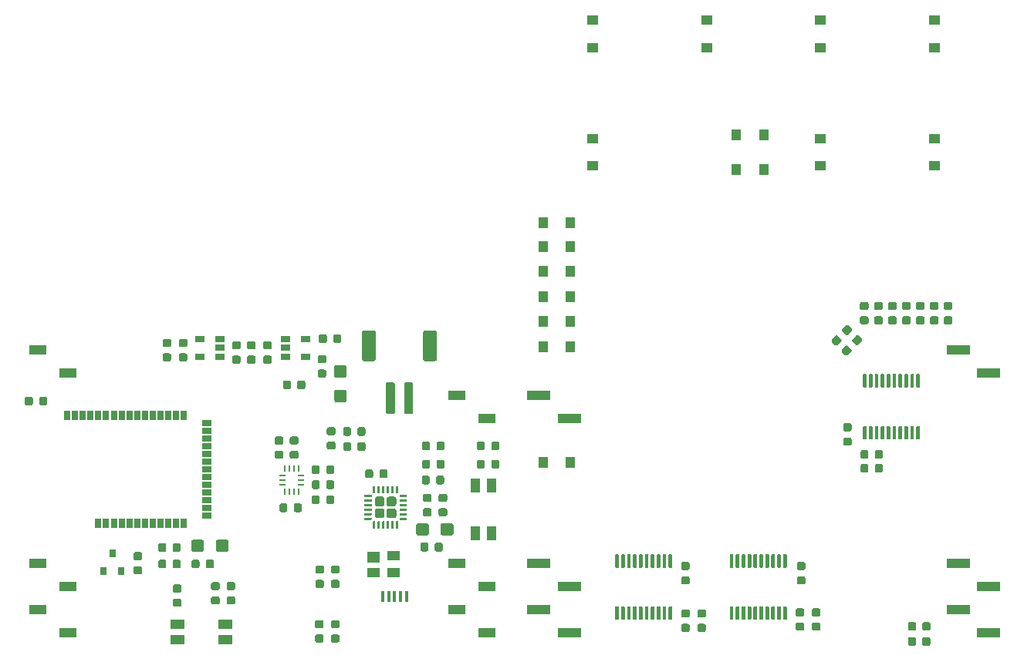
<source format=gbr>
G04 #@! TF.GenerationSoftware,KiCad,Pcbnew,(5.1.5-0-10_14)*
G04 #@! TF.CreationDate,2020-11-25T20:38:56+01:00*
G04 #@! TF.ProjectId,fl-remote,666c2d72-656d-46f7-9465-2e6b69636164,rev?*
G04 #@! TF.SameCoordinates,Original*
G04 #@! TF.FileFunction,Paste,Top*
G04 #@! TF.FilePolarity,Positive*
%FSLAX46Y46*%
G04 Gerber Fmt 4.6, Leading zero omitted, Abs format (unit mm)*
G04 Created by KiCad (PCBNEW (5.1.5-0-10_14)) date 2020-11-25 20:38:56*
%MOMM*%
%LPD*%
G04 APERTURE LIST*
%ADD10R,0.800000X0.900000*%
%ADD11R,0.250000X0.675000*%
%ADD12R,0.675000X0.250000*%
%ADD13C,0.100000*%
%ADD14R,0.450000X1.300000*%
%ADD15R,1.000000X1.550000*%
%ADD16R,1.550000X1.000000*%
%ADD17R,1.900000X1.000000*%
%ADD18R,2.510000X1.000000*%
%ADD19R,1.000000X1.200000*%
%ADD20R,1.200000X1.000000*%
%ADD21R,0.650000X1.100000*%
%ADD22R,1.100000X0.650000*%
%ADD23R,1.060000X0.650000*%
%ADD24R,1.400000X1.000000*%
%ADD25R,1.400000X1.200000*%
G04 APERTURE END LIST*
D10*
X73533000Y-119015000D03*
X74483000Y-121015000D03*
X72583000Y-121015000D03*
D11*
X92464500Y-109727500D03*
X92964500Y-109727500D03*
X93464500Y-109727500D03*
X93964500Y-109727500D03*
X93964500Y-112252500D03*
X93464500Y-112252500D03*
X92964500Y-112252500D03*
X92464500Y-112252500D03*
D12*
X94227000Y-110490000D03*
X94227000Y-110990000D03*
X94227000Y-111490000D03*
X92202000Y-110490000D03*
X92202000Y-111490000D03*
X92202000Y-110990000D03*
D13*
G36*
X92543691Y-113572053D02*
G01*
X92564926Y-113575203D01*
X92585750Y-113580419D01*
X92605962Y-113587651D01*
X92625368Y-113596830D01*
X92643781Y-113607866D01*
X92661024Y-113620654D01*
X92676930Y-113635070D01*
X92691346Y-113650976D01*
X92704134Y-113668219D01*
X92715170Y-113686632D01*
X92724349Y-113706038D01*
X92731581Y-113726250D01*
X92736797Y-113747074D01*
X92739947Y-113768309D01*
X92741000Y-113789750D01*
X92741000Y-114302250D01*
X92739947Y-114323691D01*
X92736797Y-114344926D01*
X92731581Y-114365750D01*
X92724349Y-114385962D01*
X92715170Y-114405368D01*
X92704134Y-114423781D01*
X92691346Y-114441024D01*
X92676930Y-114456930D01*
X92661024Y-114471346D01*
X92643781Y-114484134D01*
X92625368Y-114495170D01*
X92605962Y-114504349D01*
X92585750Y-114511581D01*
X92564926Y-114516797D01*
X92543691Y-114519947D01*
X92522250Y-114521000D01*
X92084750Y-114521000D01*
X92063309Y-114519947D01*
X92042074Y-114516797D01*
X92021250Y-114511581D01*
X92001038Y-114504349D01*
X91981632Y-114495170D01*
X91963219Y-114484134D01*
X91945976Y-114471346D01*
X91930070Y-114456930D01*
X91915654Y-114441024D01*
X91902866Y-114423781D01*
X91891830Y-114405368D01*
X91882651Y-114385962D01*
X91875419Y-114365750D01*
X91870203Y-114344926D01*
X91867053Y-114323691D01*
X91866000Y-114302250D01*
X91866000Y-113789750D01*
X91867053Y-113768309D01*
X91870203Y-113747074D01*
X91875419Y-113726250D01*
X91882651Y-113706038D01*
X91891830Y-113686632D01*
X91902866Y-113668219D01*
X91915654Y-113650976D01*
X91930070Y-113635070D01*
X91945976Y-113620654D01*
X91963219Y-113607866D01*
X91981632Y-113596830D01*
X92001038Y-113587651D01*
X92021250Y-113580419D01*
X92042074Y-113575203D01*
X92063309Y-113572053D01*
X92084750Y-113571000D01*
X92522250Y-113571000D01*
X92543691Y-113572053D01*
G37*
G36*
X94118691Y-113572053D02*
G01*
X94139926Y-113575203D01*
X94160750Y-113580419D01*
X94180962Y-113587651D01*
X94200368Y-113596830D01*
X94218781Y-113607866D01*
X94236024Y-113620654D01*
X94251930Y-113635070D01*
X94266346Y-113650976D01*
X94279134Y-113668219D01*
X94290170Y-113686632D01*
X94299349Y-113706038D01*
X94306581Y-113726250D01*
X94311797Y-113747074D01*
X94314947Y-113768309D01*
X94316000Y-113789750D01*
X94316000Y-114302250D01*
X94314947Y-114323691D01*
X94311797Y-114344926D01*
X94306581Y-114365750D01*
X94299349Y-114385962D01*
X94290170Y-114405368D01*
X94279134Y-114423781D01*
X94266346Y-114441024D01*
X94251930Y-114456930D01*
X94236024Y-114471346D01*
X94218781Y-114484134D01*
X94200368Y-114495170D01*
X94180962Y-114504349D01*
X94160750Y-114511581D01*
X94139926Y-114516797D01*
X94118691Y-114519947D01*
X94097250Y-114521000D01*
X93659750Y-114521000D01*
X93638309Y-114519947D01*
X93617074Y-114516797D01*
X93596250Y-114511581D01*
X93576038Y-114504349D01*
X93556632Y-114495170D01*
X93538219Y-114484134D01*
X93520976Y-114471346D01*
X93505070Y-114456930D01*
X93490654Y-114441024D01*
X93477866Y-114423781D01*
X93466830Y-114405368D01*
X93457651Y-114385962D01*
X93450419Y-114365750D01*
X93445203Y-114344926D01*
X93442053Y-114323691D01*
X93441000Y-114302250D01*
X93441000Y-113789750D01*
X93442053Y-113768309D01*
X93445203Y-113747074D01*
X93450419Y-113726250D01*
X93457651Y-113706038D01*
X93466830Y-113686632D01*
X93477866Y-113668219D01*
X93490654Y-113650976D01*
X93505070Y-113635070D01*
X93520976Y-113620654D01*
X93538219Y-113607866D01*
X93556632Y-113596830D01*
X93576038Y-113587651D01*
X93596250Y-113580419D01*
X93617074Y-113575203D01*
X93638309Y-113572053D01*
X93659750Y-113571000D01*
X94097250Y-113571000D01*
X94118691Y-113572053D01*
G37*
G36*
X93749691Y-106218053D02*
G01*
X93770926Y-106221203D01*
X93791750Y-106226419D01*
X93811962Y-106233651D01*
X93831368Y-106242830D01*
X93849781Y-106253866D01*
X93867024Y-106266654D01*
X93882930Y-106281070D01*
X93897346Y-106296976D01*
X93910134Y-106314219D01*
X93921170Y-106332632D01*
X93930349Y-106352038D01*
X93937581Y-106372250D01*
X93942797Y-106393074D01*
X93945947Y-106414309D01*
X93947000Y-106435750D01*
X93947000Y-106873250D01*
X93945947Y-106894691D01*
X93942797Y-106915926D01*
X93937581Y-106936750D01*
X93930349Y-106956962D01*
X93921170Y-106976368D01*
X93910134Y-106994781D01*
X93897346Y-107012024D01*
X93882930Y-107027930D01*
X93867024Y-107042346D01*
X93849781Y-107055134D01*
X93831368Y-107066170D01*
X93811962Y-107075349D01*
X93791750Y-107082581D01*
X93770926Y-107087797D01*
X93749691Y-107090947D01*
X93728250Y-107092000D01*
X93215750Y-107092000D01*
X93194309Y-107090947D01*
X93173074Y-107087797D01*
X93152250Y-107082581D01*
X93132038Y-107075349D01*
X93112632Y-107066170D01*
X93094219Y-107055134D01*
X93076976Y-107042346D01*
X93061070Y-107027930D01*
X93046654Y-107012024D01*
X93033866Y-106994781D01*
X93022830Y-106976368D01*
X93013651Y-106956962D01*
X93006419Y-106936750D01*
X93001203Y-106915926D01*
X92998053Y-106894691D01*
X92997000Y-106873250D01*
X92997000Y-106435750D01*
X92998053Y-106414309D01*
X93001203Y-106393074D01*
X93006419Y-106372250D01*
X93013651Y-106352038D01*
X93022830Y-106332632D01*
X93033866Y-106314219D01*
X93046654Y-106296976D01*
X93061070Y-106281070D01*
X93076976Y-106266654D01*
X93094219Y-106253866D01*
X93112632Y-106242830D01*
X93132038Y-106233651D01*
X93152250Y-106226419D01*
X93173074Y-106221203D01*
X93194309Y-106218053D01*
X93215750Y-106217000D01*
X93728250Y-106217000D01*
X93749691Y-106218053D01*
G37*
G36*
X93749691Y-107793053D02*
G01*
X93770926Y-107796203D01*
X93791750Y-107801419D01*
X93811962Y-107808651D01*
X93831368Y-107817830D01*
X93849781Y-107828866D01*
X93867024Y-107841654D01*
X93882930Y-107856070D01*
X93897346Y-107871976D01*
X93910134Y-107889219D01*
X93921170Y-107907632D01*
X93930349Y-107927038D01*
X93937581Y-107947250D01*
X93942797Y-107968074D01*
X93945947Y-107989309D01*
X93947000Y-108010750D01*
X93947000Y-108448250D01*
X93945947Y-108469691D01*
X93942797Y-108490926D01*
X93937581Y-108511750D01*
X93930349Y-108531962D01*
X93921170Y-108551368D01*
X93910134Y-108569781D01*
X93897346Y-108587024D01*
X93882930Y-108602930D01*
X93867024Y-108617346D01*
X93849781Y-108630134D01*
X93831368Y-108641170D01*
X93811962Y-108650349D01*
X93791750Y-108657581D01*
X93770926Y-108662797D01*
X93749691Y-108665947D01*
X93728250Y-108667000D01*
X93215750Y-108667000D01*
X93194309Y-108665947D01*
X93173074Y-108662797D01*
X93152250Y-108657581D01*
X93132038Y-108650349D01*
X93112632Y-108641170D01*
X93094219Y-108630134D01*
X93076976Y-108617346D01*
X93061070Y-108602930D01*
X93046654Y-108587024D01*
X93033866Y-108569781D01*
X93022830Y-108551368D01*
X93013651Y-108531962D01*
X93006419Y-108511750D01*
X93001203Y-108490926D01*
X92998053Y-108469691D01*
X92997000Y-108448250D01*
X92997000Y-108010750D01*
X92998053Y-107989309D01*
X93001203Y-107968074D01*
X93006419Y-107947250D01*
X93013651Y-107927038D01*
X93022830Y-107907632D01*
X93033866Y-107889219D01*
X93046654Y-107871976D01*
X93061070Y-107856070D01*
X93076976Y-107841654D01*
X93094219Y-107828866D01*
X93112632Y-107817830D01*
X93132038Y-107808651D01*
X93152250Y-107801419D01*
X93173074Y-107796203D01*
X93194309Y-107793053D01*
X93215750Y-107792000D01*
X93728250Y-107792000D01*
X93749691Y-107793053D01*
G37*
G36*
X99528691Y-106841053D02*
G01*
X99549926Y-106844203D01*
X99570750Y-106849419D01*
X99590962Y-106856651D01*
X99610368Y-106865830D01*
X99628781Y-106876866D01*
X99646024Y-106889654D01*
X99661930Y-106904070D01*
X99676346Y-106919976D01*
X99689134Y-106937219D01*
X99700170Y-106955632D01*
X99709349Y-106975038D01*
X99716581Y-106995250D01*
X99721797Y-107016074D01*
X99724947Y-107037309D01*
X99726000Y-107058750D01*
X99726000Y-107571250D01*
X99724947Y-107592691D01*
X99721797Y-107613926D01*
X99716581Y-107634750D01*
X99709349Y-107654962D01*
X99700170Y-107674368D01*
X99689134Y-107692781D01*
X99676346Y-107710024D01*
X99661930Y-107725930D01*
X99646024Y-107740346D01*
X99628781Y-107753134D01*
X99610368Y-107764170D01*
X99590962Y-107773349D01*
X99570750Y-107780581D01*
X99549926Y-107785797D01*
X99528691Y-107788947D01*
X99507250Y-107790000D01*
X99069750Y-107790000D01*
X99048309Y-107788947D01*
X99027074Y-107785797D01*
X99006250Y-107780581D01*
X98986038Y-107773349D01*
X98966632Y-107764170D01*
X98948219Y-107753134D01*
X98930976Y-107740346D01*
X98915070Y-107725930D01*
X98900654Y-107710024D01*
X98887866Y-107692781D01*
X98876830Y-107674368D01*
X98867651Y-107654962D01*
X98860419Y-107634750D01*
X98855203Y-107613926D01*
X98852053Y-107592691D01*
X98851000Y-107571250D01*
X98851000Y-107058750D01*
X98852053Y-107037309D01*
X98855203Y-107016074D01*
X98860419Y-106995250D01*
X98867651Y-106975038D01*
X98876830Y-106955632D01*
X98887866Y-106937219D01*
X98900654Y-106919976D01*
X98915070Y-106904070D01*
X98930976Y-106889654D01*
X98948219Y-106876866D01*
X98966632Y-106865830D01*
X98986038Y-106856651D01*
X99006250Y-106849419D01*
X99027074Y-106844203D01*
X99048309Y-106841053D01*
X99069750Y-106840000D01*
X99507250Y-106840000D01*
X99528691Y-106841053D01*
G37*
G36*
X101103691Y-106841053D02*
G01*
X101124926Y-106844203D01*
X101145750Y-106849419D01*
X101165962Y-106856651D01*
X101185368Y-106865830D01*
X101203781Y-106876866D01*
X101221024Y-106889654D01*
X101236930Y-106904070D01*
X101251346Y-106919976D01*
X101264134Y-106937219D01*
X101275170Y-106955632D01*
X101284349Y-106975038D01*
X101291581Y-106995250D01*
X101296797Y-107016074D01*
X101299947Y-107037309D01*
X101301000Y-107058750D01*
X101301000Y-107571250D01*
X101299947Y-107592691D01*
X101296797Y-107613926D01*
X101291581Y-107634750D01*
X101284349Y-107654962D01*
X101275170Y-107674368D01*
X101264134Y-107692781D01*
X101251346Y-107710024D01*
X101236930Y-107725930D01*
X101221024Y-107740346D01*
X101203781Y-107753134D01*
X101185368Y-107764170D01*
X101165962Y-107773349D01*
X101145750Y-107780581D01*
X101124926Y-107785797D01*
X101103691Y-107788947D01*
X101082250Y-107790000D01*
X100644750Y-107790000D01*
X100623309Y-107788947D01*
X100602074Y-107785797D01*
X100581250Y-107780581D01*
X100561038Y-107773349D01*
X100541632Y-107764170D01*
X100523219Y-107753134D01*
X100505976Y-107740346D01*
X100490070Y-107725930D01*
X100475654Y-107710024D01*
X100462866Y-107692781D01*
X100451830Y-107674368D01*
X100442651Y-107654962D01*
X100435419Y-107634750D01*
X100430203Y-107613926D01*
X100427053Y-107592691D01*
X100426000Y-107571250D01*
X100426000Y-107058750D01*
X100427053Y-107037309D01*
X100430203Y-107016074D01*
X100435419Y-106995250D01*
X100442651Y-106975038D01*
X100451830Y-106955632D01*
X100462866Y-106937219D01*
X100475654Y-106919976D01*
X100490070Y-106904070D01*
X100505976Y-106889654D01*
X100523219Y-106876866D01*
X100541632Y-106865830D01*
X100561038Y-106856651D01*
X100581250Y-106849419D01*
X100602074Y-106844203D01*
X100623309Y-106841053D01*
X100644750Y-106840000D01*
X101082250Y-106840000D01*
X101103691Y-106841053D01*
G37*
G36*
X101103691Y-105190053D02*
G01*
X101124926Y-105193203D01*
X101145750Y-105198419D01*
X101165962Y-105205651D01*
X101185368Y-105214830D01*
X101203781Y-105225866D01*
X101221024Y-105238654D01*
X101236930Y-105253070D01*
X101251346Y-105268976D01*
X101264134Y-105286219D01*
X101275170Y-105304632D01*
X101284349Y-105324038D01*
X101291581Y-105344250D01*
X101296797Y-105365074D01*
X101299947Y-105386309D01*
X101301000Y-105407750D01*
X101301000Y-105920250D01*
X101299947Y-105941691D01*
X101296797Y-105962926D01*
X101291581Y-105983750D01*
X101284349Y-106003962D01*
X101275170Y-106023368D01*
X101264134Y-106041781D01*
X101251346Y-106059024D01*
X101236930Y-106074930D01*
X101221024Y-106089346D01*
X101203781Y-106102134D01*
X101185368Y-106113170D01*
X101165962Y-106122349D01*
X101145750Y-106129581D01*
X101124926Y-106134797D01*
X101103691Y-106137947D01*
X101082250Y-106139000D01*
X100644750Y-106139000D01*
X100623309Y-106137947D01*
X100602074Y-106134797D01*
X100581250Y-106129581D01*
X100561038Y-106122349D01*
X100541632Y-106113170D01*
X100523219Y-106102134D01*
X100505976Y-106089346D01*
X100490070Y-106074930D01*
X100475654Y-106059024D01*
X100462866Y-106041781D01*
X100451830Y-106023368D01*
X100442651Y-106003962D01*
X100435419Y-105983750D01*
X100430203Y-105962926D01*
X100427053Y-105941691D01*
X100426000Y-105920250D01*
X100426000Y-105407750D01*
X100427053Y-105386309D01*
X100430203Y-105365074D01*
X100435419Y-105344250D01*
X100442651Y-105324038D01*
X100451830Y-105304632D01*
X100462866Y-105286219D01*
X100475654Y-105268976D01*
X100490070Y-105253070D01*
X100505976Y-105238654D01*
X100523219Y-105225866D01*
X100541632Y-105214830D01*
X100561038Y-105205651D01*
X100581250Y-105198419D01*
X100602074Y-105193203D01*
X100623309Y-105190053D01*
X100644750Y-105189000D01*
X101082250Y-105189000D01*
X101103691Y-105190053D01*
G37*
G36*
X99528691Y-105190053D02*
G01*
X99549926Y-105193203D01*
X99570750Y-105198419D01*
X99590962Y-105205651D01*
X99610368Y-105214830D01*
X99628781Y-105225866D01*
X99646024Y-105238654D01*
X99661930Y-105253070D01*
X99676346Y-105268976D01*
X99689134Y-105286219D01*
X99700170Y-105304632D01*
X99709349Y-105324038D01*
X99716581Y-105344250D01*
X99721797Y-105365074D01*
X99724947Y-105386309D01*
X99726000Y-105407750D01*
X99726000Y-105920250D01*
X99724947Y-105941691D01*
X99721797Y-105962926D01*
X99716581Y-105983750D01*
X99709349Y-106003962D01*
X99700170Y-106023368D01*
X99689134Y-106041781D01*
X99676346Y-106059024D01*
X99661930Y-106074930D01*
X99646024Y-106089346D01*
X99628781Y-106102134D01*
X99610368Y-106113170D01*
X99590962Y-106122349D01*
X99570750Y-106129581D01*
X99549926Y-106134797D01*
X99528691Y-106137947D01*
X99507250Y-106139000D01*
X99069750Y-106139000D01*
X99048309Y-106137947D01*
X99027074Y-106134797D01*
X99006250Y-106129581D01*
X98986038Y-106122349D01*
X98966632Y-106113170D01*
X98948219Y-106102134D01*
X98930976Y-106089346D01*
X98915070Y-106074930D01*
X98900654Y-106059024D01*
X98887866Y-106041781D01*
X98876830Y-106023368D01*
X98867651Y-106003962D01*
X98860419Y-105983750D01*
X98855203Y-105962926D01*
X98852053Y-105941691D01*
X98851000Y-105920250D01*
X98851000Y-105407750D01*
X98852053Y-105386309D01*
X98855203Y-105365074D01*
X98860419Y-105344250D01*
X98867651Y-105324038D01*
X98876830Y-105304632D01*
X98887866Y-105286219D01*
X98900654Y-105268976D01*
X98915070Y-105253070D01*
X98930976Y-105238654D01*
X98948219Y-105225866D01*
X98966632Y-105214830D01*
X98986038Y-105205651D01*
X99006250Y-105198419D01*
X99027074Y-105193203D01*
X99048309Y-105190053D01*
X99069750Y-105189000D01*
X99507250Y-105189000D01*
X99528691Y-105190053D01*
G37*
G36*
X76604691Y-120493053D02*
G01*
X76625926Y-120496203D01*
X76646750Y-120501419D01*
X76666962Y-120508651D01*
X76686368Y-120517830D01*
X76704781Y-120528866D01*
X76722024Y-120541654D01*
X76737930Y-120556070D01*
X76752346Y-120571976D01*
X76765134Y-120589219D01*
X76776170Y-120607632D01*
X76785349Y-120627038D01*
X76792581Y-120647250D01*
X76797797Y-120668074D01*
X76800947Y-120689309D01*
X76802000Y-120710750D01*
X76802000Y-121148250D01*
X76800947Y-121169691D01*
X76797797Y-121190926D01*
X76792581Y-121211750D01*
X76785349Y-121231962D01*
X76776170Y-121251368D01*
X76765134Y-121269781D01*
X76752346Y-121287024D01*
X76737930Y-121302930D01*
X76722024Y-121317346D01*
X76704781Y-121330134D01*
X76686368Y-121341170D01*
X76666962Y-121350349D01*
X76646750Y-121357581D01*
X76625926Y-121362797D01*
X76604691Y-121365947D01*
X76583250Y-121367000D01*
X76070750Y-121367000D01*
X76049309Y-121365947D01*
X76028074Y-121362797D01*
X76007250Y-121357581D01*
X75987038Y-121350349D01*
X75967632Y-121341170D01*
X75949219Y-121330134D01*
X75931976Y-121317346D01*
X75916070Y-121302930D01*
X75901654Y-121287024D01*
X75888866Y-121269781D01*
X75877830Y-121251368D01*
X75868651Y-121231962D01*
X75861419Y-121211750D01*
X75856203Y-121190926D01*
X75853053Y-121169691D01*
X75852000Y-121148250D01*
X75852000Y-120710750D01*
X75853053Y-120689309D01*
X75856203Y-120668074D01*
X75861419Y-120647250D01*
X75868651Y-120627038D01*
X75877830Y-120607632D01*
X75888866Y-120589219D01*
X75901654Y-120571976D01*
X75916070Y-120556070D01*
X75931976Y-120541654D01*
X75949219Y-120528866D01*
X75967632Y-120517830D01*
X75987038Y-120508651D01*
X76007250Y-120501419D01*
X76028074Y-120496203D01*
X76049309Y-120493053D01*
X76070750Y-120492000D01*
X76583250Y-120492000D01*
X76604691Y-120493053D01*
G37*
G36*
X76604691Y-118918053D02*
G01*
X76625926Y-118921203D01*
X76646750Y-118926419D01*
X76666962Y-118933651D01*
X76686368Y-118942830D01*
X76704781Y-118953866D01*
X76722024Y-118966654D01*
X76737930Y-118981070D01*
X76752346Y-118996976D01*
X76765134Y-119014219D01*
X76776170Y-119032632D01*
X76785349Y-119052038D01*
X76792581Y-119072250D01*
X76797797Y-119093074D01*
X76800947Y-119114309D01*
X76802000Y-119135750D01*
X76802000Y-119573250D01*
X76800947Y-119594691D01*
X76797797Y-119615926D01*
X76792581Y-119636750D01*
X76785349Y-119656962D01*
X76776170Y-119676368D01*
X76765134Y-119694781D01*
X76752346Y-119712024D01*
X76737930Y-119727930D01*
X76722024Y-119742346D01*
X76704781Y-119755134D01*
X76686368Y-119766170D01*
X76666962Y-119775349D01*
X76646750Y-119782581D01*
X76625926Y-119787797D01*
X76604691Y-119790947D01*
X76583250Y-119792000D01*
X76070750Y-119792000D01*
X76049309Y-119790947D01*
X76028074Y-119787797D01*
X76007250Y-119782581D01*
X75987038Y-119775349D01*
X75967632Y-119766170D01*
X75949219Y-119755134D01*
X75931976Y-119742346D01*
X75916070Y-119727930D01*
X75901654Y-119712024D01*
X75888866Y-119694781D01*
X75877830Y-119676368D01*
X75868651Y-119656962D01*
X75861419Y-119636750D01*
X75856203Y-119615926D01*
X75853053Y-119594691D01*
X75852000Y-119573250D01*
X75852000Y-119135750D01*
X75853053Y-119114309D01*
X75856203Y-119093074D01*
X75861419Y-119072250D01*
X75868651Y-119052038D01*
X75877830Y-119032632D01*
X75888866Y-119014219D01*
X75901654Y-118996976D01*
X75916070Y-118981070D01*
X75931976Y-118966654D01*
X75949219Y-118953866D01*
X75967632Y-118942830D01*
X75987038Y-118933651D01*
X76007250Y-118926419D01*
X76028074Y-118921203D01*
X76049309Y-118918053D01*
X76070750Y-118917000D01*
X76583250Y-118917000D01*
X76604691Y-118918053D01*
G37*
G36*
X92098691Y-107793053D02*
G01*
X92119926Y-107796203D01*
X92140750Y-107801419D01*
X92160962Y-107808651D01*
X92180368Y-107817830D01*
X92198781Y-107828866D01*
X92216024Y-107841654D01*
X92231930Y-107856070D01*
X92246346Y-107871976D01*
X92259134Y-107889219D01*
X92270170Y-107907632D01*
X92279349Y-107927038D01*
X92286581Y-107947250D01*
X92291797Y-107968074D01*
X92294947Y-107989309D01*
X92296000Y-108010750D01*
X92296000Y-108448250D01*
X92294947Y-108469691D01*
X92291797Y-108490926D01*
X92286581Y-108511750D01*
X92279349Y-108531962D01*
X92270170Y-108551368D01*
X92259134Y-108569781D01*
X92246346Y-108587024D01*
X92231930Y-108602930D01*
X92216024Y-108617346D01*
X92198781Y-108630134D01*
X92180368Y-108641170D01*
X92160962Y-108650349D01*
X92140750Y-108657581D01*
X92119926Y-108662797D01*
X92098691Y-108665947D01*
X92077250Y-108667000D01*
X91564750Y-108667000D01*
X91543309Y-108665947D01*
X91522074Y-108662797D01*
X91501250Y-108657581D01*
X91481038Y-108650349D01*
X91461632Y-108641170D01*
X91443219Y-108630134D01*
X91425976Y-108617346D01*
X91410070Y-108602930D01*
X91395654Y-108587024D01*
X91382866Y-108569781D01*
X91371830Y-108551368D01*
X91362651Y-108531962D01*
X91355419Y-108511750D01*
X91350203Y-108490926D01*
X91347053Y-108469691D01*
X91346000Y-108448250D01*
X91346000Y-108010750D01*
X91347053Y-107989309D01*
X91350203Y-107968074D01*
X91355419Y-107947250D01*
X91362651Y-107927038D01*
X91371830Y-107907632D01*
X91382866Y-107889219D01*
X91395654Y-107871976D01*
X91410070Y-107856070D01*
X91425976Y-107841654D01*
X91443219Y-107828866D01*
X91461632Y-107817830D01*
X91481038Y-107808651D01*
X91501250Y-107801419D01*
X91522074Y-107796203D01*
X91543309Y-107793053D01*
X91564750Y-107792000D01*
X92077250Y-107792000D01*
X92098691Y-107793053D01*
G37*
G36*
X92098691Y-106218053D02*
G01*
X92119926Y-106221203D01*
X92140750Y-106226419D01*
X92160962Y-106233651D01*
X92180368Y-106242830D01*
X92198781Y-106253866D01*
X92216024Y-106266654D01*
X92231930Y-106281070D01*
X92246346Y-106296976D01*
X92259134Y-106314219D01*
X92270170Y-106332632D01*
X92279349Y-106352038D01*
X92286581Y-106372250D01*
X92291797Y-106393074D01*
X92294947Y-106414309D01*
X92296000Y-106435750D01*
X92296000Y-106873250D01*
X92294947Y-106894691D01*
X92291797Y-106915926D01*
X92286581Y-106936750D01*
X92279349Y-106956962D01*
X92270170Y-106976368D01*
X92259134Y-106994781D01*
X92246346Y-107012024D01*
X92231930Y-107027930D01*
X92216024Y-107042346D01*
X92198781Y-107055134D01*
X92180368Y-107066170D01*
X92160962Y-107075349D01*
X92140750Y-107082581D01*
X92119926Y-107087797D01*
X92098691Y-107090947D01*
X92077250Y-107092000D01*
X91564750Y-107092000D01*
X91543309Y-107090947D01*
X91522074Y-107087797D01*
X91501250Y-107082581D01*
X91481038Y-107075349D01*
X91461632Y-107066170D01*
X91443219Y-107055134D01*
X91425976Y-107042346D01*
X91410070Y-107027930D01*
X91395654Y-107012024D01*
X91382866Y-106994781D01*
X91371830Y-106976368D01*
X91362651Y-106956962D01*
X91355419Y-106936750D01*
X91350203Y-106915926D01*
X91347053Y-106894691D01*
X91346000Y-106873250D01*
X91346000Y-106435750D01*
X91347053Y-106414309D01*
X91350203Y-106393074D01*
X91355419Y-106372250D01*
X91362651Y-106352038D01*
X91371830Y-106332632D01*
X91382866Y-106314219D01*
X91395654Y-106296976D01*
X91410070Y-106281070D01*
X91425976Y-106266654D01*
X91443219Y-106253866D01*
X91461632Y-106242830D01*
X91481038Y-106233651D01*
X91501250Y-106226419D01*
X91522074Y-106221203D01*
X91543309Y-106218053D01*
X91564750Y-106217000D01*
X92077250Y-106217000D01*
X92098691Y-106218053D01*
G37*
G36*
X96099691Y-112683053D02*
G01*
X96120926Y-112686203D01*
X96141750Y-112691419D01*
X96161962Y-112698651D01*
X96181368Y-112707830D01*
X96199781Y-112718866D01*
X96217024Y-112731654D01*
X96232930Y-112746070D01*
X96247346Y-112761976D01*
X96260134Y-112779219D01*
X96271170Y-112797632D01*
X96280349Y-112817038D01*
X96287581Y-112837250D01*
X96292797Y-112858074D01*
X96295947Y-112879309D01*
X96297000Y-112900750D01*
X96297000Y-113413250D01*
X96295947Y-113434691D01*
X96292797Y-113455926D01*
X96287581Y-113476750D01*
X96280349Y-113496962D01*
X96271170Y-113516368D01*
X96260134Y-113534781D01*
X96247346Y-113552024D01*
X96232930Y-113567930D01*
X96217024Y-113582346D01*
X96199781Y-113595134D01*
X96181368Y-113606170D01*
X96161962Y-113615349D01*
X96141750Y-113622581D01*
X96120926Y-113627797D01*
X96099691Y-113630947D01*
X96078250Y-113632000D01*
X95640750Y-113632000D01*
X95619309Y-113630947D01*
X95598074Y-113627797D01*
X95577250Y-113622581D01*
X95557038Y-113615349D01*
X95537632Y-113606170D01*
X95519219Y-113595134D01*
X95501976Y-113582346D01*
X95486070Y-113567930D01*
X95471654Y-113552024D01*
X95458866Y-113534781D01*
X95447830Y-113516368D01*
X95438651Y-113496962D01*
X95431419Y-113476750D01*
X95426203Y-113455926D01*
X95423053Y-113434691D01*
X95422000Y-113413250D01*
X95422000Y-112900750D01*
X95423053Y-112879309D01*
X95426203Y-112858074D01*
X95431419Y-112837250D01*
X95438651Y-112817038D01*
X95447830Y-112797632D01*
X95458866Y-112779219D01*
X95471654Y-112761976D01*
X95486070Y-112746070D01*
X95501976Y-112731654D01*
X95519219Y-112718866D01*
X95537632Y-112707830D01*
X95557038Y-112698651D01*
X95577250Y-112691419D01*
X95598074Y-112686203D01*
X95619309Y-112683053D01*
X95640750Y-112682000D01*
X96078250Y-112682000D01*
X96099691Y-112683053D01*
G37*
G36*
X97674691Y-112683053D02*
G01*
X97695926Y-112686203D01*
X97716750Y-112691419D01*
X97736962Y-112698651D01*
X97756368Y-112707830D01*
X97774781Y-112718866D01*
X97792024Y-112731654D01*
X97807930Y-112746070D01*
X97822346Y-112761976D01*
X97835134Y-112779219D01*
X97846170Y-112797632D01*
X97855349Y-112817038D01*
X97862581Y-112837250D01*
X97867797Y-112858074D01*
X97870947Y-112879309D01*
X97872000Y-112900750D01*
X97872000Y-113413250D01*
X97870947Y-113434691D01*
X97867797Y-113455926D01*
X97862581Y-113476750D01*
X97855349Y-113496962D01*
X97846170Y-113516368D01*
X97835134Y-113534781D01*
X97822346Y-113552024D01*
X97807930Y-113567930D01*
X97792024Y-113582346D01*
X97774781Y-113595134D01*
X97756368Y-113606170D01*
X97736962Y-113615349D01*
X97716750Y-113622581D01*
X97695926Y-113627797D01*
X97674691Y-113630947D01*
X97653250Y-113632000D01*
X97215750Y-113632000D01*
X97194309Y-113630947D01*
X97173074Y-113627797D01*
X97152250Y-113622581D01*
X97132038Y-113615349D01*
X97112632Y-113606170D01*
X97094219Y-113595134D01*
X97076976Y-113582346D01*
X97061070Y-113567930D01*
X97046654Y-113552024D01*
X97033866Y-113534781D01*
X97022830Y-113516368D01*
X97013651Y-113496962D01*
X97006419Y-113476750D01*
X97001203Y-113455926D01*
X96998053Y-113434691D01*
X96997000Y-113413250D01*
X96997000Y-112900750D01*
X96998053Y-112879309D01*
X97001203Y-112858074D01*
X97006419Y-112837250D01*
X97013651Y-112817038D01*
X97022830Y-112797632D01*
X97033866Y-112779219D01*
X97046654Y-112761976D01*
X97061070Y-112746070D01*
X97076976Y-112731654D01*
X97094219Y-112718866D01*
X97112632Y-112707830D01*
X97132038Y-112698651D01*
X97152250Y-112691419D01*
X97173074Y-112686203D01*
X97194309Y-112683053D01*
X97215750Y-112682000D01*
X97653250Y-112682000D01*
X97674691Y-112683053D01*
G37*
G36*
X97674691Y-109381053D02*
G01*
X97695926Y-109384203D01*
X97716750Y-109389419D01*
X97736962Y-109396651D01*
X97756368Y-109405830D01*
X97774781Y-109416866D01*
X97792024Y-109429654D01*
X97807930Y-109444070D01*
X97822346Y-109459976D01*
X97835134Y-109477219D01*
X97846170Y-109495632D01*
X97855349Y-109515038D01*
X97862581Y-109535250D01*
X97867797Y-109556074D01*
X97870947Y-109577309D01*
X97872000Y-109598750D01*
X97872000Y-110111250D01*
X97870947Y-110132691D01*
X97867797Y-110153926D01*
X97862581Y-110174750D01*
X97855349Y-110194962D01*
X97846170Y-110214368D01*
X97835134Y-110232781D01*
X97822346Y-110250024D01*
X97807930Y-110265930D01*
X97792024Y-110280346D01*
X97774781Y-110293134D01*
X97756368Y-110304170D01*
X97736962Y-110313349D01*
X97716750Y-110320581D01*
X97695926Y-110325797D01*
X97674691Y-110328947D01*
X97653250Y-110330000D01*
X97215750Y-110330000D01*
X97194309Y-110328947D01*
X97173074Y-110325797D01*
X97152250Y-110320581D01*
X97132038Y-110313349D01*
X97112632Y-110304170D01*
X97094219Y-110293134D01*
X97076976Y-110280346D01*
X97061070Y-110265930D01*
X97046654Y-110250024D01*
X97033866Y-110232781D01*
X97022830Y-110214368D01*
X97013651Y-110194962D01*
X97006419Y-110174750D01*
X97001203Y-110153926D01*
X96998053Y-110132691D01*
X96997000Y-110111250D01*
X96997000Y-109598750D01*
X96998053Y-109577309D01*
X97001203Y-109556074D01*
X97006419Y-109535250D01*
X97013651Y-109515038D01*
X97022830Y-109495632D01*
X97033866Y-109477219D01*
X97046654Y-109459976D01*
X97061070Y-109444070D01*
X97076976Y-109429654D01*
X97094219Y-109416866D01*
X97112632Y-109405830D01*
X97132038Y-109396651D01*
X97152250Y-109389419D01*
X97173074Y-109384203D01*
X97194309Y-109381053D01*
X97215750Y-109380000D01*
X97653250Y-109380000D01*
X97674691Y-109381053D01*
G37*
G36*
X96099691Y-109381053D02*
G01*
X96120926Y-109384203D01*
X96141750Y-109389419D01*
X96161962Y-109396651D01*
X96181368Y-109405830D01*
X96199781Y-109416866D01*
X96217024Y-109429654D01*
X96232930Y-109444070D01*
X96247346Y-109459976D01*
X96260134Y-109477219D01*
X96271170Y-109495632D01*
X96280349Y-109515038D01*
X96287581Y-109535250D01*
X96292797Y-109556074D01*
X96295947Y-109577309D01*
X96297000Y-109598750D01*
X96297000Y-110111250D01*
X96295947Y-110132691D01*
X96292797Y-110153926D01*
X96287581Y-110174750D01*
X96280349Y-110194962D01*
X96271170Y-110214368D01*
X96260134Y-110232781D01*
X96247346Y-110250024D01*
X96232930Y-110265930D01*
X96217024Y-110280346D01*
X96199781Y-110293134D01*
X96181368Y-110304170D01*
X96161962Y-110313349D01*
X96141750Y-110320581D01*
X96120926Y-110325797D01*
X96099691Y-110328947D01*
X96078250Y-110330000D01*
X95640750Y-110330000D01*
X95619309Y-110328947D01*
X95598074Y-110325797D01*
X95577250Y-110320581D01*
X95557038Y-110313349D01*
X95537632Y-110304170D01*
X95519219Y-110293134D01*
X95501976Y-110280346D01*
X95486070Y-110265930D01*
X95471654Y-110250024D01*
X95458866Y-110232781D01*
X95447830Y-110214368D01*
X95438651Y-110194962D01*
X95431419Y-110174750D01*
X95426203Y-110153926D01*
X95423053Y-110132691D01*
X95422000Y-110111250D01*
X95422000Y-109598750D01*
X95423053Y-109577309D01*
X95426203Y-109556074D01*
X95431419Y-109535250D01*
X95438651Y-109515038D01*
X95447830Y-109495632D01*
X95458866Y-109477219D01*
X95471654Y-109459976D01*
X95486070Y-109444070D01*
X95501976Y-109429654D01*
X95519219Y-109416866D01*
X95537632Y-109405830D01*
X95557038Y-109396651D01*
X95577250Y-109389419D01*
X95598074Y-109384203D01*
X95619309Y-109381053D01*
X95640750Y-109380000D01*
X96078250Y-109380000D01*
X96099691Y-109381053D01*
G37*
G36*
X96099691Y-111032053D02*
G01*
X96120926Y-111035203D01*
X96141750Y-111040419D01*
X96161962Y-111047651D01*
X96181368Y-111056830D01*
X96199781Y-111067866D01*
X96217024Y-111080654D01*
X96232930Y-111095070D01*
X96247346Y-111110976D01*
X96260134Y-111128219D01*
X96271170Y-111146632D01*
X96280349Y-111166038D01*
X96287581Y-111186250D01*
X96292797Y-111207074D01*
X96295947Y-111228309D01*
X96297000Y-111249750D01*
X96297000Y-111762250D01*
X96295947Y-111783691D01*
X96292797Y-111804926D01*
X96287581Y-111825750D01*
X96280349Y-111845962D01*
X96271170Y-111865368D01*
X96260134Y-111883781D01*
X96247346Y-111901024D01*
X96232930Y-111916930D01*
X96217024Y-111931346D01*
X96199781Y-111944134D01*
X96181368Y-111955170D01*
X96161962Y-111964349D01*
X96141750Y-111971581D01*
X96120926Y-111976797D01*
X96099691Y-111979947D01*
X96078250Y-111981000D01*
X95640750Y-111981000D01*
X95619309Y-111979947D01*
X95598074Y-111976797D01*
X95577250Y-111971581D01*
X95557038Y-111964349D01*
X95537632Y-111955170D01*
X95519219Y-111944134D01*
X95501976Y-111931346D01*
X95486070Y-111916930D01*
X95471654Y-111901024D01*
X95458866Y-111883781D01*
X95447830Y-111865368D01*
X95438651Y-111845962D01*
X95431419Y-111825750D01*
X95426203Y-111804926D01*
X95423053Y-111783691D01*
X95422000Y-111762250D01*
X95422000Y-111249750D01*
X95423053Y-111228309D01*
X95426203Y-111207074D01*
X95431419Y-111186250D01*
X95438651Y-111166038D01*
X95447830Y-111146632D01*
X95458866Y-111128219D01*
X95471654Y-111110976D01*
X95486070Y-111095070D01*
X95501976Y-111080654D01*
X95519219Y-111067866D01*
X95537632Y-111056830D01*
X95557038Y-111047651D01*
X95577250Y-111040419D01*
X95598074Y-111035203D01*
X95619309Y-111032053D01*
X95640750Y-111031000D01*
X96078250Y-111031000D01*
X96099691Y-111032053D01*
G37*
G36*
X97674691Y-111032053D02*
G01*
X97695926Y-111035203D01*
X97716750Y-111040419D01*
X97736962Y-111047651D01*
X97756368Y-111056830D01*
X97774781Y-111067866D01*
X97792024Y-111080654D01*
X97807930Y-111095070D01*
X97822346Y-111110976D01*
X97835134Y-111128219D01*
X97846170Y-111146632D01*
X97855349Y-111166038D01*
X97862581Y-111186250D01*
X97867797Y-111207074D01*
X97870947Y-111228309D01*
X97872000Y-111249750D01*
X97872000Y-111762250D01*
X97870947Y-111783691D01*
X97867797Y-111804926D01*
X97862581Y-111825750D01*
X97855349Y-111845962D01*
X97846170Y-111865368D01*
X97835134Y-111883781D01*
X97822346Y-111901024D01*
X97807930Y-111916930D01*
X97792024Y-111931346D01*
X97774781Y-111944134D01*
X97756368Y-111955170D01*
X97736962Y-111964349D01*
X97716750Y-111971581D01*
X97695926Y-111976797D01*
X97674691Y-111979947D01*
X97653250Y-111981000D01*
X97215750Y-111981000D01*
X97194309Y-111979947D01*
X97173074Y-111976797D01*
X97152250Y-111971581D01*
X97132038Y-111964349D01*
X97112632Y-111955170D01*
X97094219Y-111944134D01*
X97076976Y-111931346D01*
X97061070Y-111916930D01*
X97046654Y-111901024D01*
X97033866Y-111883781D01*
X97022830Y-111865368D01*
X97013651Y-111845962D01*
X97006419Y-111825750D01*
X97001203Y-111804926D01*
X96998053Y-111783691D01*
X96997000Y-111762250D01*
X96997000Y-111249750D01*
X96998053Y-111228309D01*
X97001203Y-111207074D01*
X97006419Y-111186250D01*
X97013651Y-111166038D01*
X97022830Y-111146632D01*
X97033866Y-111128219D01*
X97046654Y-111110976D01*
X97061070Y-111095070D01*
X97076976Y-111080654D01*
X97094219Y-111067866D01*
X97112632Y-111056830D01*
X97132038Y-111047651D01*
X97152250Y-111040419D01*
X97173074Y-111035203D01*
X97194309Y-111032053D01*
X97215750Y-111031000D01*
X97653250Y-111031000D01*
X97674691Y-111032053D01*
G37*
G36*
X97813691Y-106777053D02*
G01*
X97834926Y-106780203D01*
X97855750Y-106785419D01*
X97875962Y-106792651D01*
X97895368Y-106801830D01*
X97913781Y-106812866D01*
X97931024Y-106825654D01*
X97946930Y-106840070D01*
X97961346Y-106855976D01*
X97974134Y-106873219D01*
X97985170Y-106891632D01*
X97994349Y-106911038D01*
X98001581Y-106931250D01*
X98006797Y-106952074D01*
X98009947Y-106973309D01*
X98011000Y-106994750D01*
X98011000Y-107432250D01*
X98009947Y-107453691D01*
X98006797Y-107474926D01*
X98001581Y-107495750D01*
X97994349Y-107515962D01*
X97985170Y-107535368D01*
X97974134Y-107553781D01*
X97961346Y-107571024D01*
X97946930Y-107586930D01*
X97931024Y-107601346D01*
X97913781Y-107614134D01*
X97895368Y-107625170D01*
X97875962Y-107634349D01*
X97855750Y-107641581D01*
X97834926Y-107646797D01*
X97813691Y-107649947D01*
X97792250Y-107651000D01*
X97279750Y-107651000D01*
X97258309Y-107649947D01*
X97237074Y-107646797D01*
X97216250Y-107641581D01*
X97196038Y-107634349D01*
X97176632Y-107625170D01*
X97158219Y-107614134D01*
X97140976Y-107601346D01*
X97125070Y-107586930D01*
X97110654Y-107571024D01*
X97097866Y-107553781D01*
X97086830Y-107535368D01*
X97077651Y-107515962D01*
X97070419Y-107495750D01*
X97065203Y-107474926D01*
X97062053Y-107453691D01*
X97061000Y-107432250D01*
X97061000Y-106994750D01*
X97062053Y-106973309D01*
X97065203Y-106952074D01*
X97070419Y-106931250D01*
X97077651Y-106911038D01*
X97086830Y-106891632D01*
X97097866Y-106873219D01*
X97110654Y-106855976D01*
X97125070Y-106840070D01*
X97140976Y-106825654D01*
X97158219Y-106812866D01*
X97176632Y-106801830D01*
X97196038Y-106792651D01*
X97216250Y-106785419D01*
X97237074Y-106780203D01*
X97258309Y-106777053D01*
X97279750Y-106776000D01*
X97792250Y-106776000D01*
X97813691Y-106777053D01*
G37*
G36*
X97813691Y-105202053D02*
G01*
X97834926Y-105205203D01*
X97855750Y-105210419D01*
X97875962Y-105217651D01*
X97895368Y-105226830D01*
X97913781Y-105237866D01*
X97931024Y-105250654D01*
X97946930Y-105265070D01*
X97961346Y-105280976D01*
X97974134Y-105298219D01*
X97985170Y-105316632D01*
X97994349Y-105336038D01*
X98001581Y-105356250D01*
X98006797Y-105377074D01*
X98009947Y-105398309D01*
X98011000Y-105419750D01*
X98011000Y-105857250D01*
X98009947Y-105878691D01*
X98006797Y-105899926D01*
X98001581Y-105920750D01*
X97994349Y-105940962D01*
X97985170Y-105960368D01*
X97974134Y-105978781D01*
X97961346Y-105996024D01*
X97946930Y-106011930D01*
X97931024Y-106026346D01*
X97913781Y-106039134D01*
X97895368Y-106050170D01*
X97875962Y-106059349D01*
X97855750Y-106066581D01*
X97834926Y-106071797D01*
X97813691Y-106074947D01*
X97792250Y-106076000D01*
X97279750Y-106076000D01*
X97258309Y-106074947D01*
X97237074Y-106071797D01*
X97216250Y-106066581D01*
X97196038Y-106059349D01*
X97176632Y-106050170D01*
X97158219Y-106039134D01*
X97140976Y-106026346D01*
X97125070Y-106011930D01*
X97110654Y-105996024D01*
X97097866Y-105978781D01*
X97086830Y-105960368D01*
X97077651Y-105940962D01*
X97070419Y-105920750D01*
X97065203Y-105899926D01*
X97062053Y-105878691D01*
X97061000Y-105857250D01*
X97061000Y-105419750D01*
X97062053Y-105398309D01*
X97065203Y-105377074D01*
X97070419Y-105356250D01*
X97077651Y-105336038D01*
X97086830Y-105316632D01*
X97097866Y-105298219D01*
X97110654Y-105280976D01*
X97125070Y-105265070D01*
X97140976Y-105250654D01*
X97158219Y-105237866D01*
X97176632Y-105226830D01*
X97196038Y-105217651D01*
X97216250Y-105210419D01*
X97237074Y-105205203D01*
X97258309Y-105202053D01*
X97279750Y-105201000D01*
X97792250Y-105201000D01*
X97813691Y-105202053D01*
G37*
G36*
X101950691Y-109841053D02*
G01*
X101971926Y-109844203D01*
X101992750Y-109849419D01*
X102012962Y-109856651D01*
X102032368Y-109865830D01*
X102050781Y-109876866D01*
X102068024Y-109889654D01*
X102083930Y-109904070D01*
X102098346Y-109919976D01*
X102111134Y-109937219D01*
X102122170Y-109955632D01*
X102131349Y-109975038D01*
X102138581Y-109995250D01*
X102143797Y-110016074D01*
X102146947Y-110037309D01*
X102148000Y-110058750D01*
X102148000Y-110571250D01*
X102146947Y-110592691D01*
X102143797Y-110613926D01*
X102138581Y-110634750D01*
X102131349Y-110654962D01*
X102122170Y-110674368D01*
X102111134Y-110692781D01*
X102098346Y-110710024D01*
X102083930Y-110725930D01*
X102068024Y-110740346D01*
X102050781Y-110753134D01*
X102032368Y-110764170D01*
X102012962Y-110773349D01*
X101992750Y-110780581D01*
X101971926Y-110785797D01*
X101950691Y-110788947D01*
X101929250Y-110790000D01*
X101491750Y-110790000D01*
X101470309Y-110788947D01*
X101449074Y-110785797D01*
X101428250Y-110780581D01*
X101408038Y-110773349D01*
X101388632Y-110764170D01*
X101370219Y-110753134D01*
X101352976Y-110740346D01*
X101337070Y-110725930D01*
X101322654Y-110710024D01*
X101309866Y-110692781D01*
X101298830Y-110674368D01*
X101289651Y-110654962D01*
X101282419Y-110634750D01*
X101277203Y-110613926D01*
X101274053Y-110592691D01*
X101273000Y-110571250D01*
X101273000Y-110058750D01*
X101274053Y-110037309D01*
X101277203Y-110016074D01*
X101282419Y-109995250D01*
X101289651Y-109975038D01*
X101298830Y-109955632D01*
X101309866Y-109937219D01*
X101322654Y-109919976D01*
X101337070Y-109904070D01*
X101352976Y-109889654D01*
X101370219Y-109876866D01*
X101388632Y-109865830D01*
X101408038Y-109856651D01*
X101428250Y-109849419D01*
X101449074Y-109844203D01*
X101470309Y-109841053D01*
X101491750Y-109840000D01*
X101929250Y-109840000D01*
X101950691Y-109841053D01*
G37*
G36*
X103525691Y-109841053D02*
G01*
X103546926Y-109844203D01*
X103567750Y-109849419D01*
X103587962Y-109856651D01*
X103607368Y-109865830D01*
X103625781Y-109876866D01*
X103643024Y-109889654D01*
X103658930Y-109904070D01*
X103673346Y-109919976D01*
X103686134Y-109937219D01*
X103697170Y-109955632D01*
X103706349Y-109975038D01*
X103713581Y-109995250D01*
X103718797Y-110016074D01*
X103721947Y-110037309D01*
X103723000Y-110058750D01*
X103723000Y-110571250D01*
X103721947Y-110592691D01*
X103718797Y-110613926D01*
X103713581Y-110634750D01*
X103706349Y-110654962D01*
X103697170Y-110674368D01*
X103686134Y-110692781D01*
X103673346Y-110710024D01*
X103658930Y-110725930D01*
X103643024Y-110740346D01*
X103625781Y-110753134D01*
X103607368Y-110764170D01*
X103587962Y-110773349D01*
X103567750Y-110780581D01*
X103546926Y-110785797D01*
X103525691Y-110788947D01*
X103504250Y-110790000D01*
X103066750Y-110790000D01*
X103045309Y-110788947D01*
X103024074Y-110785797D01*
X103003250Y-110780581D01*
X102983038Y-110773349D01*
X102963632Y-110764170D01*
X102945219Y-110753134D01*
X102927976Y-110740346D01*
X102912070Y-110725930D01*
X102897654Y-110710024D01*
X102884866Y-110692781D01*
X102873830Y-110674368D01*
X102864651Y-110654962D01*
X102857419Y-110634750D01*
X102852203Y-110613926D01*
X102849053Y-110592691D01*
X102848000Y-110571250D01*
X102848000Y-110058750D01*
X102849053Y-110037309D01*
X102852203Y-110016074D01*
X102857419Y-109995250D01*
X102864651Y-109975038D01*
X102873830Y-109955632D01*
X102884866Y-109937219D01*
X102897654Y-109919976D01*
X102912070Y-109904070D01*
X102927976Y-109889654D01*
X102945219Y-109876866D01*
X102963632Y-109865830D01*
X102983038Y-109856651D01*
X103003250Y-109849419D01*
X103024074Y-109844203D01*
X103045309Y-109841053D01*
X103066750Y-109840000D01*
X103504250Y-109840000D01*
X103525691Y-109841053D01*
G37*
G36*
X110078191Y-112520053D02*
G01*
X110099426Y-112523203D01*
X110120250Y-112528419D01*
X110140462Y-112535651D01*
X110159868Y-112544830D01*
X110178281Y-112555866D01*
X110195524Y-112568654D01*
X110211430Y-112583070D01*
X110225846Y-112598976D01*
X110238634Y-112616219D01*
X110249670Y-112634632D01*
X110258849Y-112654038D01*
X110266081Y-112674250D01*
X110271297Y-112695074D01*
X110274447Y-112716309D01*
X110275500Y-112737750D01*
X110275500Y-113175250D01*
X110274447Y-113196691D01*
X110271297Y-113217926D01*
X110266081Y-113238750D01*
X110258849Y-113258962D01*
X110249670Y-113278368D01*
X110238634Y-113296781D01*
X110225846Y-113314024D01*
X110211430Y-113329930D01*
X110195524Y-113344346D01*
X110178281Y-113357134D01*
X110159868Y-113368170D01*
X110140462Y-113377349D01*
X110120250Y-113384581D01*
X110099426Y-113389797D01*
X110078191Y-113392947D01*
X110056750Y-113394000D01*
X109544250Y-113394000D01*
X109522809Y-113392947D01*
X109501574Y-113389797D01*
X109480750Y-113384581D01*
X109460538Y-113377349D01*
X109441132Y-113368170D01*
X109422719Y-113357134D01*
X109405476Y-113344346D01*
X109389570Y-113329930D01*
X109375154Y-113314024D01*
X109362366Y-113296781D01*
X109351330Y-113278368D01*
X109342151Y-113258962D01*
X109334919Y-113238750D01*
X109329703Y-113217926D01*
X109326553Y-113196691D01*
X109325500Y-113175250D01*
X109325500Y-112737750D01*
X109326553Y-112716309D01*
X109329703Y-112695074D01*
X109334919Y-112674250D01*
X109342151Y-112654038D01*
X109351330Y-112634632D01*
X109362366Y-112616219D01*
X109375154Y-112598976D01*
X109389570Y-112583070D01*
X109405476Y-112568654D01*
X109422719Y-112555866D01*
X109441132Y-112544830D01*
X109460538Y-112535651D01*
X109480750Y-112528419D01*
X109501574Y-112523203D01*
X109522809Y-112520053D01*
X109544250Y-112519000D01*
X110056750Y-112519000D01*
X110078191Y-112520053D01*
G37*
G36*
X110078191Y-114095053D02*
G01*
X110099426Y-114098203D01*
X110120250Y-114103419D01*
X110140462Y-114110651D01*
X110159868Y-114119830D01*
X110178281Y-114130866D01*
X110195524Y-114143654D01*
X110211430Y-114158070D01*
X110225846Y-114173976D01*
X110238634Y-114191219D01*
X110249670Y-114209632D01*
X110258849Y-114229038D01*
X110266081Y-114249250D01*
X110271297Y-114270074D01*
X110274447Y-114291309D01*
X110275500Y-114312750D01*
X110275500Y-114750250D01*
X110274447Y-114771691D01*
X110271297Y-114792926D01*
X110266081Y-114813750D01*
X110258849Y-114833962D01*
X110249670Y-114853368D01*
X110238634Y-114871781D01*
X110225846Y-114889024D01*
X110211430Y-114904930D01*
X110195524Y-114919346D01*
X110178281Y-114932134D01*
X110159868Y-114943170D01*
X110140462Y-114952349D01*
X110120250Y-114959581D01*
X110099426Y-114964797D01*
X110078191Y-114967947D01*
X110056750Y-114969000D01*
X109544250Y-114969000D01*
X109522809Y-114967947D01*
X109501574Y-114964797D01*
X109480750Y-114959581D01*
X109460538Y-114952349D01*
X109441132Y-114943170D01*
X109422719Y-114932134D01*
X109405476Y-114919346D01*
X109389570Y-114904930D01*
X109375154Y-114889024D01*
X109362366Y-114871781D01*
X109351330Y-114853368D01*
X109342151Y-114833962D01*
X109334919Y-114813750D01*
X109329703Y-114792926D01*
X109326553Y-114771691D01*
X109325500Y-114750250D01*
X109325500Y-114312750D01*
X109326553Y-114291309D01*
X109329703Y-114270074D01*
X109334919Y-114249250D01*
X109342151Y-114229038D01*
X109351330Y-114209632D01*
X109362366Y-114191219D01*
X109375154Y-114173976D01*
X109389570Y-114158070D01*
X109405476Y-114143654D01*
X109422719Y-114130866D01*
X109441132Y-114119830D01*
X109460538Y-114110651D01*
X109480750Y-114103419D01*
X109501574Y-114098203D01*
X109522809Y-114095053D01*
X109544250Y-114094000D01*
X110056750Y-114094000D01*
X110078191Y-114095053D01*
G37*
G36*
X104463505Y-112824204D02*
G01*
X104487773Y-112827804D01*
X104511572Y-112833765D01*
X104534671Y-112842030D01*
X104556850Y-112852520D01*
X104577893Y-112865132D01*
X104597599Y-112879747D01*
X104615777Y-112896223D01*
X104632253Y-112914401D01*
X104646868Y-112934107D01*
X104659480Y-112955150D01*
X104669970Y-112977329D01*
X104678235Y-113000428D01*
X104684196Y-113024227D01*
X104687796Y-113048495D01*
X104689000Y-113072999D01*
X104689000Y-113623001D01*
X104687796Y-113647505D01*
X104684196Y-113671773D01*
X104678235Y-113695572D01*
X104669970Y-113718671D01*
X104659480Y-113740850D01*
X104646868Y-113761893D01*
X104632253Y-113781599D01*
X104615777Y-113799777D01*
X104597599Y-113816253D01*
X104577893Y-113830868D01*
X104556850Y-113843480D01*
X104534671Y-113853970D01*
X104511572Y-113862235D01*
X104487773Y-113868196D01*
X104463505Y-113871796D01*
X104439001Y-113873000D01*
X103888999Y-113873000D01*
X103864495Y-113871796D01*
X103840227Y-113868196D01*
X103816428Y-113862235D01*
X103793329Y-113853970D01*
X103771150Y-113843480D01*
X103750107Y-113830868D01*
X103730401Y-113816253D01*
X103712223Y-113799777D01*
X103695747Y-113781599D01*
X103681132Y-113761893D01*
X103668520Y-113740850D01*
X103658030Y-113718671D01*
X103649765Y-113695572D01*
X103643804Y-113671773D01*
X103640204Y-113647505D01*
X103639000Y-113623001D01*
X103639000Y-113072999D01*
X103640204Y-113048495D01*
X103643804Y-113024227D01*
X103649765Y-113000428D01*
X103658030Y-112977329D01*
X103668520Y-112955150D01*
X103681132Y-112934107D01*
X103695747Y-112914401D01*
X103712223Y-112896223D01*
X103730401Y-112879747D01*
X103750107Y-112865132D01*
X103771150Y-112852520D01*
X103793329Y-112842030D01*
X103816428Y-112833765D01*
X103840227Y-112827804D01*
X103864495Y-112824204D01*
X103888999Y-112823000D01*
X104439001Y-112823000D01*
X104463505Y-112824204D01*
G37*
G36*
X103163505Y-112824204D02*
G01*
X103187773Y-112827804D01*
X103211572Y-112833765D01*
X103234671Y-112842030D01*
X103256850Y-112852520D01*
X103277893Y-112865132D01*
X103297599Y-112879747D01*
X103315777Y-112896223D01*
X103332253Y-112914401D01*
X103346868Y-112934107D01*
X103359480Y-112955150D01*
X103369970Y-112977329D01*
X103378235Y-113000428D01*
X103384196Y-113024227D01*
X103387796Y-113048495D01*
X103389000Y-113072999D01*
X103389000Y-113623001D01*
X103387796Y-113647505D01*
X103384196Y-113671773D01*
X103378235Y-113695572D01*
X103369970Y-113718671D01*
X103359480Y-113740850D01*
X103346868Y-113761893D01*
X103332253Y-113781599D01*
X103315777Y-113799777D01*
X103297599Y-113816253D01*
X103277893Y-113830868D01*
X103256850Y-113843480D01*
X103234671Y-113853970D01*
X103211572Y-113862235D01*
X103187773Y-113868196D01*
X103163505Y-113871796D01*
X103139001Y-113873000D01*
X102588999Y-113873000D01*
X102564495Y-113871796D01*
X102540227Y-113868196D01*
X102516428Y-113862235D01*
X102493329Y-113853970D01*
X102471150Y-113843480D01*
X102450107Y-113830868D01*
X102430401Y-113816253D01*
X102412223Y-113799777D01*
X102395747Y-113781599D01*
X102381132Y-113761893D01*
X102368520Y-113740850D01*
X102358030Y-113718671D01*
X102349765Y-113695572D01*
X102343804Y-113671773D01*
X102340204Y-113647505D01*
X102339000Y-113623001D01*
X102339000Y-113072999D01*
X102340204Y-113048495D01*
X102343804Y-113024227D01*
X102349765Y-113000428D01*
X102358030Y-112977329D01*
X102368520Y-112955150D01*
X102381132Y-112934107D01*
X102395747Y-112914401D01*
X102412223Y-112896223D01*
X102430401Y-112879747D01*
X102450107Y-112865132D01*
X102471150Y-112852520D01*
X102493329Y-112842030D01*
X102516428Y-112833765D01*
X102540227Y-112827804D01*
X102564495Y-112824204D01*
X102588999Y-112823000D01*
X103139001Y-112823000D01*
X103163505Y-112824204D01*
G37*
G36*
X104463505Y-114124204D02*
G01*
X104487773Y-114127804D01*
X104511572Y-114133765D01*
X104534671Y-114142030D01*
X104556850Y-114152520D01*
X104577893Y-114165132D01*
X104597599Y-114179747D01*
X104615777Y-114196223D01*
X104632253Y-114214401D01*
X104646868Y-114234107D01*
X104659480Y-114255150D01*
X104669970Y-114277329D01*
X104678235Y-114300428D01*
X104684196Y-114324227D01*
X104687796Y-114348495D01*
X104689000Y-114372999D01*
X104689000Y-114923001D01*
X104687796Y-114947505D01*
X104684196Y-114971773D01*
X104678235Y-114995572D01*
X104669970Y-115018671D01*
X104659480Y-115040850D01*
X104646868Y-115061893D01*
X104632253Y-115081599D01*
X104615777Y-115099777D01*
X104597599Y-115116253D01*
X104577893Y-115130868D01*
X104556850Y-115143480D01*
X104534671Y-115153970D01*
X104511572Y-115162235D01*
X104487773Y-115168196D01*
X104463505Y-115171796D01*
X104439001Y-115173000D01*
X103888999Y-115173000D01*
X103864495Y-115171796D01*
X103840227Y-115168196D01*
X103816428Y-115162235D01*
X103793329Y-115153970D01*
X103771150Y-115143480D01*
X103750107Y-115130868D01*
X103730401Y-115116253D01*
X103712223Y-115099777D01*
X103695747Y-115081599D01*
X103681132Y-115061893D01*
X103668520Y-115040850D01*
X103658030Y-115018671D01*
X103649765Y-114995572D01*
X103643804Y-114971773D01*
X103640204Y-114947505D01*
X103639000Y-114923001D01*
X103639000Y-114372999D01*
X103640204Y-114348495D01*
X103643804Y-114324227D01*
X103649765Y-114300428D01*
X103658030Y-114277329D01*
X103668520Y-114255150D01*
X103681132Y-114234107D01*
X103695747Y-114214401D01*
X103712223Y-114196223D01*
X103730401Y-114179747D01*
X103750107Y-114165132D01*
X103771150Y-114152520D01*
X103793329Y-114142030D01*
X103816428Y-114133765D01*
X103840227Y-114127804D01*
X103864495Y-114124204D01*
X103888999Y-114123000D01*
X104439001Y-114123000D01*
X104463505Y-114124204D01*
G37*
G36*
X103163505Y-114124204D02*
G01*
X103187773Y-114127804D01*
X103211572Y-114133765D01*
X103234671Y-114142030D01*
X103256850Y-114152520D01*
X103277893Y-114165132D01*
X103297599Y-114179747D01*
X103315777Y-114196223D01*
X103332253Y-114214401D01*
X103346868Y-114234107D01*
X103359480Y-114255150D01*
X103369970Y-114277329D01*
X103378235Y-114300428D01*
X103384196Y-114324227D01*
X103387796Y-114348495D01*
X103389000Y-114372999D01*
X103389000Y-114923001D01*
X103387796Y-114947505D01*
X103384196Y-114971773D01*
X103378235Y-114995572D01*
X103369970Y-115018671D01*
X103359480Y-115040850D01*
X103346868Y-115061893D01*
X103332253Y-115081599D01*
X103315777Y-115099777D01*
X103297599Y-115116253D01*
X103277893Y-115130868D01*
X103256850Y-115143480D01*
X103234671Y-115153970D01*
X103211572Y-115162235D01*
X103187773Y-115168196D01*
X103163505Y-115171796D01*
X103139001Y-115173000D01*
X102588999Y-115173000D01*
X102564495Y-115171796D01*
X102540227Y-115168196D01*
X102516428Y-115162235D01*
X102493329Y-115153970D01*
X102471150Y-115143480D01*
X102450107Y-115130868D01*
X102430401Y-115116253D01*
X102412223Y-115099777D01*
X102395747Y-115081599D01*
X102381132Y-115061893D01*
X102368520Y-115040850D01*
X102358030Y-115018671D01*
X102349765Y-114995572D01*
X102343804Y-114971773D01*
X102340204Y-114947505D01*
X102339000Y-114923001D01*
X102339000Y-114372999D01*
X102340204Y-114348495D01*
X102343804Y-114324227D01*
X102349765Y-114300428D01*
X102358030Y-114277329D01*
X102368520Y-114255150D01*
X102381132Y-114234107D01*
X102395747Y-114214401D01*
X102412223Y-114196223D01*
X102430401Y-114179747D01*
X102450107Y-114165132D01*
X102471150Y-114152520D01*
X102493329Y-114142030D01*
X102516428Y-114133765D01*
X102540227Y-114127804D01*
X102564495Y-114124204D01*
X102588999Y-114123000D01*
X103139001Y-114123000D01*
X103163505Y-114124204D01*
G37*
G36*
X101932626Y-115123301D02*
G01*
X101938693Y-115124201D01*
X101944643Y-115125691D01*
X101950418Y-115127758D01*
X101955962Y-115130380D01*
X101961223Y-115133533D01*
X101966150Y-115137187D01*
X101970694Y-115141306D01*
X101974813Y-115145850D01*
X101978467Y-115150777D01*
X101981620Y-115156038D01*
X101984242Y-115161582D01*
X101986309Y-115167357D01*
X101987799Y-115173307D01*
X101988699Y-115179374D01*
X101989000Y-115185500D01*
X101989000Y-115310500D01*
X101988699Y-115316626D01*
X101987799Y-115322693D01*
X101986309Y-115328643D01*
X101984242Y-115334418D01*
X101981620Y-115339962D01*
X101978467Y-115345223D01*
X101974813Y-115350150D01*
X101970694Y-115354694D01*
X101966150Y-115358813D01*
X101961223Y-115362467D01*
X101955962Y-115365620D01*
X101950418Y-115368242D01*
X101944643Y-115370309D01*
X101938693Y-115371799D01*
X101932626Y-115372699D01*
X101926500Y-115373000D01*
X101226500Y-115373000D01*
X101220374Y-115372699D01*
X101214307Y-115371799D01*
X101208357Y-115370309D01*
X101202582Y-115368242D01*
X101197038Y-115365620D01*
X101191777Y-115362467D01*
X101186850Y-115358813D01*
X101182306Y-115354694D01*
X101178187Y-115350150D01*
X101174533Y-115345223D01*
X101171380Y-115339962D01*
X101168758Y-115334418D01*
X101166691Y-115328643D01*
X101165201Y-115322693D01*
X101164301Y-115316626D01*
X101164000Y-115310500D01*
X101164000Y-115185500D01*
X101164301Y-115179374D01*
X101165201Y-115173307D01*
X101166691Y-115167357D01*
X101168758Y-115161582D01*
X101171380Y-115156038D01*
X101174533Y-115150777D01*
X101178187Y-115145850D01*
X101182306Y-115141306D01*
X101186850Y-115137187D01*
X101191777Y-115133533D01*
X101197038Y-115130380D01*
X101202582Y-115127758D01*
X101208357Y-115125691D01*
X101214307Y-115124201D01*
X101220374Y-115123301D01*
X101226500Y-115123000D01*
X101926500Y-115123000D01*
X101932626Y-115123301D01*
G37*
G36*
X101932626Y-114623301D02*
G01*
X101938693Y-114624201D01*
X101944643Y-114625691D01*
X101950418Y-114627758D01*
X101955962Y-114630380D01*
X101961223Y-114633533D01*
X101966150Y-114637187D01*
X101970694Y-114641306D01*
X101974813Y-114645850D01*
X101978467Y-114650777D01*
X101981620Y-114656038D01*
X101984242Y-114661582D01*
X101986309Y-114667357D01*
X101987799Y-114673307D01*
X101988699Y-114679374D01*
X101989000Y-114685500D01*
X101989000Y-114810500D01*
X101988699Y-114816626D01*
X101987799Y-114822693D01*
X101986309Y-114828643D01*
X101984242Y-114834418D01*
X101981620Y-114839962D01*
X101978467Y-114845223D01*
X101974813Y-114850150D01*
X101970694Y-114854694D01*
X101966150Y-114858813D01*
X101961223Y-114862467D01*
X101955962Y-114865620D01*
X101950418Y-114868242D01*
X101944643Y-114870309D01*
X101938693Y-114871799D01*
X101932626Y-114872699D01*
X101926500Y-114873000D01*
X101226500Y-114873000D01*
X101220374Y-114872699D01*
X101214307Y-114871799D01*
X101208357Y-114870309D01*
X101202582Y-114868242D01*
X101197038Y-114865620D01*
X101191777Y-114862467D01*
X101186850Y-114858813D01*
X101182306Y-114854694D01*
X101178187Y-114850150D01*
X101174533Y-114845223D01*
X101171380Y-114839962D01*
X101168758Y-114834418D01*
X101166691Y-114828643D01*
X101165201Y-114822693D01*
X101164301Y-114816626D01*
X101164000Y-114810500D01*
X101164000Y-114685500D01*
X101164301Y-114679374D01*
X101165201Y-114673307D01*
X101166691Y-114667357D01*
X101168758Y-114661582D01*
X101171380Y-114656038D01*
X101174533Y-114650777D01*
X101178187Y-114645850D01*
X101182306Y-114641306D01*
X101186850Y-114637187D01*
X101191777Y-114633533D01*
X101197038Y-114630380D01*
X101202582Y-114627758D01*
X101208357Y-114625691D01*
X101214307Y-114624201D01*
X101220374Y-114623301D01*
X101226500Y-114623000D01*
X101926500Y-114623000D01*
X101932626Y-114623301D01*
G37*
G36*
X101932626Y-114123301D02*
G01*
X101938693Y-114124201D01*
X101944643Y-114125691D01*
X101950418Y-114127758D01*
X101955962Y-114130380D01*
X101961223Y-114133533D01*
X101966150Y-114137187D01*
X101970694Y-114141306D01*
X101974813Y-114145850D01*
X101978467Y-114150777D01*
X101981620Y-114156038D01*
X101984242Y-114161582D01*
X101986309Y-114167357D01*
X101987799Y-114173307D01*
X101988699Y-114179374D01*
X101989000Y-114185500D01*
X101989000Y-114310500D01*
X101988699Y-114316626D01*
X101987799Y-114322693D01*
X101986309Y-114328643D01*
X101984242Y-114334418D01*
X101981620Y-114339962D01*
X101978467Y-114345223D01*
X101974813Y-114350150D01*
X101970694Y-114354694D01*
X101966150Y-114358813D01*
X101961223Y-114362467D01*
X101955962Y-114365620D01*
X101950418Y-114368242D01*
X101944643Y-114370309D01*
X101938693Y-114371799D01*
X101932626Y-114372699D01*
X101926500Y-114373000D01*
X101226500Y-114373000D01*
X101220374Y-114372699D01*
X101214307Y-114371799D01*
X101208357Y-114370309D01*
X101202582Y-114368242D01*
X101197038Y-114365620D01*
X101191777Y-114362467D01*
X101186850Y-114358813D01*
X101182306Y-114354694D01*
X101178187Y-114350150D01*
X101174533Y-114345223D01*
X101171380Y-114339962D01*
X101168758Y-114334418D01*
X101166691Y-114328643D01*
X101165201Y-114322693D01*
X101164301Y-114316626D01*
X101164000Y-114310500D01*
X101164000Y-114185500D01*
X101164301Y-114179374D01*
X101165201Y-114173307D01*
X101166691Y-114167357D01*
X101168758Y-114161582D01*
X101171380Y-114156038D01*
X101174533Y-114150777D01*
X101178187Y-114145850D01*
X101182306Y-114141306D01*
X101186850Y-114137187D01*
X101191777Y-114133533D01*
X101197038Y-114130380D01*
X101202582Y-114127758D01*
X101208357Y-114125691D01*
X101214307Y-114124201D01*
X101220374Y-114123301D01*
X101226500Y-114123000D01*
X101926500Y-114123000D01*
X101932626Y-114123301D01*
G37*
G36*
X101932626Y-113623301D02*
G01*
X101938693Y-113624201D01*
X101944643Y-113625691D01*
X101950418Y-113627758D01*
X101955962Y-113630380D01*
X101961223Y-113633533D01*
X101966150Y-113637187D01*
X101970694Y-113641306D01*
X101974813Y-113645850D01*
X101978467Y-113650777D01*
X101981620Y-113656038D01*
X101984242Y-113661582D01*
X101986309Y-113667357D01*
X101987799Y-113673307D01*
X101988699Y-113679374D01*
X101989000Y-113685500D01*
X101989000Y-113810500D01*
X101988699Y-113816626D01*
X101987799Y-113822693D01*
X101986309Y-113828643D01*
X101984242Y-113834418D01*
X101981620Y-113839962D01*
X101978467Y-113845223D01*
X101974813Y-113850150D01*
X101970694Y-113854694D01*
X101966150Y-113858813D01*
X101961223Y-113862467D01*
X101955962Y-113865620D01*
X101950418Y-113868242D01*
X101944643Y-113870309D01*
X101938693Y-113871799D01*
X101932626Y-113872699D01*
X101926500Y-113873000D01*
X101226500Y-113873000D01*
X101220374Y-113872699D01*
X101214307Y-113871799D01*
X101208357Y-113870309D01*
X101202582Y-113868242D01*
X101197038Y-113865620D01*
X101191777Y-113862467D01*
X101186850Y-113858813D01*
X101182306Y-113854694D01*
X101178187Y-113850150D01*
X101174533Y-113845223D01*
X101171380Y-113839962D01*
X101168758Y-113834418D01*
X101166691Y-113828643D01*
X101165201Y-113822693D01*
X101164301Y-113816626D01*
X101164000Y-113810500D01*
X101164000Y-113685500D01*
X101164301Y-113679374D01*
X101165201Y-113673307D01*
X101166691Y-113667357D01*
X101168758Y-113661582D01*
X101171380Y-113656038D01*
X101174533Y-113650777D01*
X101178187Y-113645850D01*
X101182306Y-113641306D01*
X101186850Y-113637187D01*
X101191777Y-113633533D01*
X101197038Y-113630380D01*
X101202582Y-113627758D01*
X101208357Y-113625691D01*
X101214307Y-113624201D01*
X101220374Y-113623301D01*
X101226500Y-113623000D01*
X101926500Y-113623000D01*
X101932626Y-113623301D01*
G37*
G36*
X101932626Y-113123301D02*
G01*
X101938693Y-113124201D01*
X101944643Y-113125691D01*
X101950418Y-113127758D01*
X101955962Y-113130380D01*
X101961223Y-113133533D01*
X101966150Y-113137187D01*
X101970694Y-113141306D01*
X101974813Y-113145850D01*
X101978467Y-113150777D01*
X101981620Y-113156038D01*
X101984242Y-113161582D01*
X101986309Y-113167357D01*
X101987799Y-113173307D01*
X101988699Y-113179374D01*
X101989000Y-113185500D01*
X101989000Y-113310500D01*
X101988699Y-113316626D01*
X101987799Y-113322693D01*
X101986309Y-113328643D01*
X101984242Y-113334418D01*
X101981620Y-113339962D01*
X101978467Y-113345223D01*
X101974813Y-113350150D01*
X101970694Y-113354694D01*
X101966150Y-113358813D01*
X101961223Y-113362467D01*
X101955962Y-113365620D01*
X101950418Y-113368242D01*
X101944643Y-113370309D01*
X101938693Y-113371799D01*
X101932626Y-113372699D01*
X101926500Y-113373000D01*
X101226500Y-113373000D01*
X101220374Y-113372699D01*
X101214307Y-113371799D01*
X101208357Y-113370309D01*
X101202582Y-113368242D01*
X101197038Y-113365620D01*
X101191777Y-113362467D01*
X101186850Y-113358813D01*
X101182306Y-113354694D01*
X101178187Y-113350150D01*
X101174533Y-113345223D01*
X101171380Y-113339962D01*
X101168758Y-113334418D01*
X101166691Y-113328643D01*
X101165201Y-113322693D01*
X101164301Y-113316626D01*
X101164000Y-113310500D01*
X101164000Y-113185500D01*
X101164301Y-113179374D01*
X101165201Y-113173307D01*
X101166691Y-113167357D01*
X101168758Y-113161582D01*
X101171380Y-113156038D01*
X101174533Y-113150777D01*
X101178187Y-113145850D01*
X101182306Y-113141306D01*
X101186850Y-113137187D01*
X101191777Y-113133533D01*
X101197038Y-113130380D01*
X101202582Y-113127758D01*
X101208357Y-113125691D01*
X101214307Y-113124201D01*
X101220374Y-113123301D01*
X101226500Y-113123000D01*
X101926500Y-113123000D01*
X101932626Y-113123301D01*
G37*
G36*
X101932626Y-112623301D02*
G01*
X101938693Y-112624201D01*
X101944643Y-112625691D01*
X101950418Y-112627758D01*
X101955962Y-112630380D01*
X101961223Y-112633533D01*
X101966150Y-112637187D01*
X101970694Y-112641306D01*
X101974813Y-112645850D01*
X101978467Y-112650777D01*
X101981620Y-112656038D01*
X101984242Y-112661582D01*
X101986309Y-112667357D01*
X101987799Y-112673307D01*
X101988699Y-112679374D01*
X101989000Y-112685500D01*
X101989000Y-112810500D01*
X101988699Y-112816626D01*
X101987799Y-112822693D01*
X101986309Y-112828643D01*
X101984242Y-112834418D01*
X101981620Y-112839962D01*
X101978467Y-112845223D01*
X101974813Y-112850150D01*
X101970694Y-112854694D01*
X101966150Y-112858813D01*
X101961223Y-112862467D01*
X101955962Y-112865620D01*
X101950418Y-112868242D01*
X101944643Y-112870309D01*
X101938693Y-112871799D01*
X101932626Y-112872699D01*
X101926500Y-112873000D01*
X101226500Y-112873000D01*
X101220374Y-112872699D01*
X101214307Y-112871799D01*
X101208357Y-112870309D01*
X101202582Y-112868242D01*
X101197038Y-112865620D01*
X101191777Y-112862467D01*
X101186850Y-112858813D01*
X101182306Y-112854694D01*
X101178187Y-112850150D01*
X101174533Y-112845223D01*
X101171380Y-112839962D01*
X101168758Y-112834418D01*
X101166691Y-112828643D01*
X101165201Y-112822693D01*
X101164301Y-112816626D01*
X101164000Y-112810500D01*
X101164000Y-112685500D01*
X101164301Y-112679374D01*
X101165201Y-112673307D01*
X101166691Y-112667357D01*
X101168758Y-112661582D01*
X101171380Y-112656038D01*
X101174533Y-112650777D01*
X101178187Y-112645850D01*
X101182306Y-112641306D01*
X101186850Y-112637187D01*
X101191777Y-112633533D01*
X101197038Y-112630380D01*
X101202582Y-112627758D01*
X101208357Y-112625691D01*
X101214307Y-112624201D01*
X101220374Y-112623301D01*
X101226500Y-112623000D01*
X101926500Y-112623000D01*
X101932626Y-112623301D01*
G37*
G36*
X102332626Y-111648301D02*
G01*
X102338693Y-111649201D01*
X102344643Y-111650691D01*
X102350418Y-111652758D01*
X102355962Y-111655380D01*
X102361223Y-111658533D01*
X102366150Y-111662187D01*
X102370694Y-111666306D01*
X102374813Y-111670850D01*
X102378467Y-111675777D01*
X102381620Y-111681038D01*
X102384242Y-111686582D01*
X102386309Y-111692357D01*
X102387799Y-111698307D01*
X102388699Y-111704374D01*
X102389000Y-111710500D01*
X102389000Y-112410500D01*
X102388699Y-112416626D01*
X102387799Y-112422693D01*
X102386309Y-112428643D01*
X102384242Y-112434418D01*
X102381620Y-112439962D01*
X102378467Y-112445223D01*
X102374813Y-112450150D01*
X102370694Y-112454694D01*
X102366150Y-112458813D01*
X102361223Y-112462467D01*
X102355962Y-112465620D01*
X102350418Y-112468242D01*
X102344643Y-112470309D01*
X102338693Y-112471799D01*
X102332626Y-112472699D01*
X102326500Y-112473000D01*
X102201500Y-112473000D01*
X102195374Y-112472699D01*
X102189307Y-112471799D01*
X102183357Y-112470309D01*
X102177582Y-112468242D01*
X102172038Y-112465620D01*
X102166777Y-112462467D01*
X102161850Y-112458813D01*
X102157306Y-112454694D01*
X102153187Y-112450150D01*
X102149533Y-112445223D01*
X102146380Y-112439962D01*
X102143758Y-112434418D01*
X102141691Y-112428643D01*
X102140201Y-112422693D01*
X102139301Y-112416626D01*
X102139000Y-112410500D01*
X102139000Y-111710500D01*
X102139301Y-111704374D01*
X102140201Y-111698307D01*
X102141691Y-111692357D01*
X102143758Y-111686582D01*
X102146380Y-111681038D01*
X102149533Y-111675777D01*
X102153187Y-111670850D01*
X102157306Y-111666306D01*
X102161850Y-111662187D01*
X102166777Y-111658533D01*
X102172038Y-111655380D01*
X102177582Y-111652758D01*
X102183357Y-111650691D01*
X102189307Y-111649201D01*
X102195374Y-111648301D01*
X102201500Y-111648000D01*
X102326500Y-111648000D01*
X102332626Y-111648301D01*
G37*
G36*
X102832626Y-111648301D02*
G01*
X102838693Y-111649201D01*
X102844643Y-111650691D01*
X102850418Y-111652758D01*
X102855962Y-111655380D01*
X102861223Y-111658533D01*
X102866150Y-111662187D01*
X102870694Y-111666306D01*
X102874813Y-111670850D01*
X102878467Y-111675777D01*
X102881620Y-111681038D01*
X102884242Y-111686582D01*
X102886309Y-111692357D01*
X102887799Y-111698307D01*
X102888699Y-111704374D01*
X102889000Y-111710500D01*
X102889000Y-112410500D01*
X102888699Y-112416626D01*
X102887799Y-112422693D01*
X102886309Y-112428643D01*
X102884242Y-112434418D01*
X102881620Y-112439962D01*
X102878467Y-112445223D01*
X102874813Y-112450150D01*
X102870694Y-112454694D01*
X102866150Y-112458813D01*
X102861223Y-112462467D01*
X102855962Y-112465620D01*
X102850418Y-112468242D01*
X102844643Y-112470309D01*
X102838693Y-112471799D01*
X102832626Y-112472699D01*
X102826500Y-112473000D01*
X102701500Y-112473000D01*
X102695374Y-112472699D01*
X102689307Y-112471799D01*
X102683357Y-112470309D01*
X102677582Y-112468242D01*
X102672038Y-112465620D01*
X102666777Y-112462467D01*
X102661850Y-112458813D01*
X102657306Y-112454694D01*
X102653187Y-112450150D01*
X102649533Y-112445223D01*
X102646380Y-112439962D01*
X102643758Y-112434418D01*
X102641691Y-112428643D01*
X102640201Y-112422693D01*
X102639301Y-112416626D01*
X102639000Y-112410500D01*
X102639000Y-111710500D01*
X102639301Y-111704374D01*
X102640201Y-111698307D01*
X102641691Y-111692357D01*
X102643758Y-111686582D01*
X102646380Y-111681038D01*
X102649533Y-111675777D01*
X102653187Y-111670850D01*
X102657306Y-111666306D01*
X102661850Y-111662187D01*
X102666777Y-111658533D01*
X102672038Y-111655380D01*
X102677582Y-111652758D01*
X102683357Y-111650691D01*
X102689307Y-111649201D01*
X102695374Y-111648301D01*
X102701500Y-111648000D01*
X102826500Y-111648000D01*
X102832626Y-111648301D01*
G37*
G36*
X103332626Y-111648301D02*
G01*
X103338693Y-111649201D01*
X103344643Y-111650691D01*
X103350418Y-111652758D01*
X103355962Y-111655380D01*
X103361223Y-111658533D01*
X103366150Y-111662187D01*
X103370694Y-111666306D01*
X103374813Y-111670850D01*
X103378467Y-111675777D01*
X103381620Y-111681038D01*
X103384242Y-111686582D01*
X103386309Y-111692357D01*
X103387799Y-111698307D01*
X103388699Y-111704374D01*
X103389000Y-111710500D01*
X103389000Y-112410500D01*
X103388699Y-112416626D01*
X103387799Y-112422693D01*
X103386309Y-112428643D01*
X103384242Y-112434418D01*
X103381620Y-112439962D01*
X103378467Y-112445223D01*
X103374813Y-112450150D01*
X103370694Y-112454694D01*
X103366150Y-112458813D01*
X103361223Y-112462467D01*
X103355962Y-112465620D01*
X103350418Y-112468242D01*
X103344643Y-112470309D01*
X103338693Y-112471799D01*
X103332626Y-112472699D01*
X103326500Y-112473000D01*
X103201500Y-112473000D01*
X103195374Y-112472699D01*
X103189307Y-112471799D01*
X103183357Y-112470309D01*
X103177582Y-112468242D01*
X103172038Y-112465620D01*
X103166777Y-112462467D01*
X103161850Y-112458813D01*
X103157306Y-112454694D01*
X103153187Y-112450150D01*
X103149533Y-112445223D01*
X103146380Y-112439962D01*
X103143758Y-112434418D01*
X103141691Y-112428643D01*
X103140201Y-112422693D01*
X103139301Y-112416626D01*
X103139000Y-112410500D01*
X103139000Y-111710500D01*
X103139301Y-111704374D01*
X103140201Y-111698307D01*
X103141691Y-111692357D01*
X103143758Y-111686582D01*
X103146380Y-111681038D01*
X103149533Y-111675777D01*
X103153187Y-111670850D01*
X103157306Y-111666306D01*
X103161850Y-111662187D01*
X103166777Y-111658533D01*
X103172038Y-111655380D01*
X103177582Y-111652758D01*
X103183357Y-111650691D01*
X103189307Y-111649201D01*
X103195374Y-111648301D01*
X103201500Y-111648000D01*
X103326500Y-111648000D01*
X103332626Y-111648301D01*
G37*
G36*
X103832626Y-111648301D02*
G01*
X103838693Y-111649201D01*
X103844643Y-111650691D01*
X103850418Y-111652758D01*
X103855962Y-111655380D01*
X103861223Y-111658533D01*
X103866150Y-111662187D01*
X103870694Y-111666306D01*
X103874813Y-111670850D01*
X103878467Y-111675777D01*
X103881620Y-111681038D01*
X103884242Y-111686582D01*
X103886309Y-111692357D01*
X103887799Y-111698307D01*
X103888699Y-111704374D01*
X103889000Y-111710500D01*
X103889000Y-112410500D01*
X103888699Y-112416626D01*
X103887799Y-112422693D01*
X103886309Y-112428643D01*
X103884242Y-112434418D01*
X103881620Y-112439962D01*
X103878467Y-112445223D01*
X103874813Y-112450150D01*
X103870694Y-112454694D01*
X103866150Y-112458813D01*
X103861223Y-112462467D01*
X103855962Y-112465620D01*
X103850418Y-112468242D01*
X103844643Y-112470309D01*
X103838693Y-112471799D01*
X103832626Y-112472699D01*
X103826500Y-112473000D01*
X103701500Y-112473000D01*
X103695374Y-112472699D01*
X103689307Y-112471799D01*
X103683357Y-112470309D01*
X103677582Y-112468242D01*
X103672038Y-112465620D01*
X103666777Y-112462467D01*
X103661850Y-112458813D01*
X103657306Y-112454694D01*
X103653187Y-112450150D01*
X103649533Y-112445223D01*
X103646380Y-112439962D01*
X103643758Y-112434418D01*
X103641691Y-112428643D01*
X103640201Y-112422693D01*
X103639301Y-112416626D01*
X103639000Y-112410500D01*
X103639000Y-111710500D01*
X103639301Y-111704374D01*
X103640201Y-111698307D01*
X103641691Y-111692357D01*
X103643758Y-111686582D01*
X103646380Y-111681038D01*
X103649533Y-111675777D01*
X103653187Y-111670850D01*
X103657306Y-111666306D01*
X103661850Y-111662187D01*
X103666777Y-111658533D01*
X103672038Y-111655380D01*
X103677582Y-111652758D01*
X103683357Y-111650691D01*
X103689307Y-111649201D01*
X103695374Y-111648301D01*
X103701500Y-111648000D01*
X103826500Y-111648000D01*
X103832626Y-111648301D01*
G37*
G36*
X104332626Y-111648301D02*
G01*
X104338693Y-111649201D01*
X104344643Y-111650691D01*
X104350418Y-111652758D01*
X104355962Y-111655380D01*
X104361223Y-111658533D01*
X104366150Y-111662187D01*
X104370694Y-111666306D01*
X104374813Y-111670850D01*
X104378467Y-111675777D01*
X104381620Y-111681038D01*
X104384242Y-111686582D01*
X104386309Y-111692357D01*
X104387799Y-111698307D01*
X104388699Y-111704374D01*
X104389000Y-111710500D01*
X104389000Y-112410500D01*
X104388699Y-112416626D01*
X104387799Y-112422693D01*
X104386309Y-112428643D01*
X104384242Y-112434418D01*
X104381620Y-112439962D01*
X104378467Y-112445223D01*
X104374813Y-112450150D01*
X104370694Y-112454694D01*
X104366150Y-112458813D01*
X104361223Y-112462467D01*
X104355962Y-112465620D01*
X104350418Y-112468242D01*
X104344643Y-112470309D01*
X104338693Y-112471799D01*
X104332626Y-112472699D01*
X104326500Y-112473000D01*
X104201500Y-112473000D01*
X104195374Y-112472699D01*
X104189307Y-112471799D01*
X104183357Y-112470309D01*
X104177582Y-112468242D01*
X104172038Y-112465620D01*
X104166777Y-112462467D01*
X104161850Y-112458813D01*
X104157306Y-112454694D01*
X104153187Y-112450150D01*
X104149533Y-112445223D01*
X104146380Y-112439962D01*
X104143758Y-112434418D01*
X104141691Y-112428643D01*
X104140201Y-112422693D01*
X104139301Y-112416626D01*
X104139000Y-112410500D01*
X104139000Y-111710500D01*
X104139301Y-111704374D01*
X104140201Y-111698307D01*
X104141691Y-111692357D01*
X104143758Y-111686582D01*
X104146380Y-111681038D01*
X104149533Y-111675777D01*
X104153187Y-111670850D01*
X104157306Y-111666306D01*
X104161850Y-111662187D01*
X104166777Y-111658533D01*
X104172038Y-111655380D01*
X104177582Y-111652758D01*
X104183357Y-111650691D01*
X104189307Y-111649201D01*
X104195374Y-111648301D01*
X104201500Y-111648000D01*
X104326500Y-111648000D01*
X104332626Y-111648301D01*
G37*
G36*
X104832626Y-111648301D02*
G01*
X104838693Y-111649201D01*
X104844643Y-111650691D01*
X104850418Y-111652758D01*
X104855962Y-111655380D01*
X104861223Y-111658533D01*
X104866150Y-111662187D01*
X104870694Y-111666306D01*
X104874813Y-111670850D01*
X104878467Y-111675777D01*
X104881620Y-111681038D01*
X104884242Y-111686582D01*
X104886309Y-111692357D01*
X104887799Y-111698307D01*
X104888699Y-111704374D01*
X104889000Y-111710500D01*
X104889000Y-112410500D01*
X104888699Y-112416626D01*
X104887799Y-112422693D01*
X104886309Y-112428643D01*
X104884242Y-112434418D01*
X104881620Y-112439962D01*
X104878467Y-112445223D01*
X104874813Y-112450150D01*
X104870694Y-112454694D01*
X104866150Y-112458813D01*
X104861223Y-112462467D01*
X104855962Y-112465620D01*
X104850418Y-112468242D01*
X104844643Y-112470309D01*
X104838693Y-112471799D01*
X104832626Y-112472699D01*
X104826500Y-112473000D01*
X104701500Y-112473000D01*
X104695374Y-112472699D01*
X104689307Y-112471799D01*
X104683357Y-112470309D01*
X104677582Y-112468242D01*
X104672038Y-112465620D01*
X104666777Y-112462467D01*
X104661850Y-112458813D01*
X104657306Y-112454694D01*
X104653187Y-112450150D01*
X104649533Y-112445223D01*
X104646380Y-112439962D01*
X104643758Y-112434418D01*
X104641691Y-112428643D01*
X104640201Y-112422693D01*
X104639301Y-112416626D01*
X104639000Y-112410500D01*
X104639000Y-111710500D01*
X104639301Y-111704374D01*
X104640201Y-111698307D01*
X104641691Y-111692357D01*
X104643758Y-111686582D01*
X104646380Y-111681038D01*
X104649533Y-111675777D01*
X104653187Y-111670850D01*
X104657306Y-111666306D01*
X104661850Y-111662187D01*
X104666777Y-111658533D01*
X104672038Y-111655380D01*
X104677582Y-111652758D01*
X104683357Y-111650691D01*
X104689307Y-111649201D01*
X104695374Y-111648301D01*
X104701500Y-111648000D01*
X104826500Y-111648000D01*
X104832626Y-111648301D01*
G37*
G36*
X105807626Y-112623301D02*
G01*
X105813693Y-112624201D01*
X105819643Y-112625691D01*
X105825418Y-112627758D01*
X105830962Y-112630380D01*
X105836223Y-112633533D01*
X105841150Y-112637187D01*
X105845694Y-112641306D01*
X105849813Y-112645850D01*
X105853467Y-112650777D01*
X105856620Y-112656038D01*
X105859242Y-112661582D01*
X105861309Y-112667357D01*
X105862799Y-112673307D01*
X105863699Y-112679374D01*
X105864000Y-112685500D01*
X105864000Y-112810500D01*
X105863699Y-112816626D01*
X105862799Y-112822693D01*
X105861309Y-112828643D01*
X105859242Y-112834418D01*
X105856620Y-112839962D01*
X105853467Y-112845223D01*
X105849813Y-112850150D01*
X105845694Y-112854694D01*
X105841150Y-112858813D01*
X105836223Y-112862467D01*
X105830962Y-112865620D01*
X105825418Y-112868242D01*
X105819643Y-112870309D01*
X105813693Y-112871799D01*
X105807626Y-112872699D01*
X105801500Y-112873000D01*
X105101500Y-112873000D01*
X105095374Y-112872699D01*
X105089307Y-112871799D01*
X105083357Y-112870309D01*
X105077582Y-112868242D01*
X105072038Y-112865620D01*
X105066777Y-112862467D01*
X105061850Y-112858813D01*
X105057306Y-112854694D01*
X105053187Y-112850150D01*
X105049533Y-112845223D01*
X105046380Y-112839962D01*
X105043758Y-112834418D01*
X105041691Y-112828643D01*
X105040201Y-112822693D01*
X105039301Y-112816626D01*
X105039000Y-112810500D01*
X105039000Y-112685500D01*
X105039301Y-112679374D01*
X105040201Y-112673307D01*
X105041691Y-112667357D01*
X105043758Y-112661582D01*
X105046380Y-112656038D01*
X105049533Y-112650777D01*
X105053187Y-112645850D01*
X105057306Y-112641306D01*
X105061850Y-112637187D01*
X105066777Y-112633533D01*
X105072038Y-112630380D01*
X105077582Y-112627758D01*
X105083357Y-112625691D01*
X105089307Y-112624201D01*
X105095374Y-112623301D01*
X105101500Y-112623000D01*
X105801500Y-112623000D01*
X105807626Y-112623301D01*
G37*
G36*
X105807626Y-113123301D02*
G01*
X105813693Y-113124201D01*
X105819643Y-113125691D01*
X105825418Y-113127758D01*
X105830962Y-113130380D01*
X105836223Y-113133533D01*
X105841150Y-113137187D01*
X105845694Y-113141306D01*
X105849813Y-113145850D01*
X105853467Y-113150777D01*
X105856620Y-113156038D01*
X105859242Y-113161582D01*
X105861309Y-113167357D01*
X105862799Y-113173307D01*
X105863699Y-113179374D01*
X105864000Y-113185500D01*
X105864000Y-113310500D01*
X105863699Y-113316626D01*
X105862799Y-113322693D01*
X105861309Y-113328643D01*
X105859242Y-113334418D01*
X105856620Y-113339962D01*
X105853467Y-113345223D01*
X105849813Y-113350150D01*
X105845694Y-113354694D01*
X105841150Y-113358813D01*
X105836223Y-113362467D01*
X105830962Y-113365620D01*
X105825418Y-113368242D01*
X105819643Y-113370309D01*
X105813693Y-113371799D01*
X105807626Y-113372699D01*
X105801500Y-113373000D01*
X105101500Y-113373000D01*
X105095374Y-113372699D01*
X105089307Y-113371799D01*
X105083357Y-113370309D01*
X105077582Y-113368242D01*
X105072038Y-113365620D01*
X105066777Y-113362467D01*
X105061850Y-113358813D01*
X105057306Y-113354694D01*
X105053187Y-113350150D01*
X105049533Y-113345223D01*
X105046380Y-113339962D01*
X105043758Y-113334418D01*
X105041691Y-113328643D01*
X105040201Y-113322693D01*
X105039301Y-113316626D01*
X105039000Y-113310500D01*
X105039000Y-113185500D01*
X105039301Y-113179374D01*
X105040201Y-113173307D01*
X105041691Y-113167357D01*
X105043758Y-113161582D01*
X105046380Y-113156038D01*
X105049533Y-113150777D01*
X105053187Y-113145850D01*
X105057306Y-113141306D01*
X105061850Y-113137187D01*
X105066777Y-113133533D01*
X105072038Y-113130380D01*
X105077582Y-113127758D01*
X105083357Y-113125691D01*
X105089307Y-113124201D01*
X105095374Y-113123301D01*
X105101500Y-113123000D01*
X105801500Y-113123000D01*
X105807626Y-113123301D01*
G37*
G36*
X105807626Y-113623301D02*
G01*
X105813693Y-113624201D01*
X105819643Y-113625691D01*
X105825418Y-113627758D01*
X105830962Y-113630380D01*
X105836223Y-113633533D01*
X105841150Y-113637187D01*
X105845694Y-113641306D01*
X105849813Y-113645850D01*
X105853467Y-113650777D01*
X105856620Y-113656038D01*
X105859242Y-113661582D01*
X105861309Y-113667357D01*
X105862799Y-113673307D01*
X105863699Y-113679374D01*
X105864000Y-113685500D01*
X105864000Y-113810500D01*
X105863699Y-113816626D01*
X105862799Y-113822693D01*
X105861309Y-113828643D01*
X105859242Y-113834418D01*
X105856620Y-113839962D01*
X105853467Y-113845223D01*
X105849813Y-113850150D01*
X105845694Y-113854694D01*
X105841150Y-113858813D01*
X105836223Y-113862467D01*
X105830962Y-113865620D01*
X105825418Y-113868242D01*
X105819643Y-113870309D01*
X105813693Y-113871799D01*
X105807626Y-113872699D01*
X105801500Y-113873000D01*
X105101500Y-113873000D01*
X105095374Y-113872699D01*
X105089307Y-113871799D01*
X105083357Y-113870309D01*
X105077582Y-113868242D01*
X105072038Y-113865620D01*
X105066777Y-113862467D01*
X105061850Y-113858813D01*
X105057306Y-113854694D01*
X105053187Y-113850150D01*
X105049533Y-113845223D01*
X105046380Y-113839962D01*
X105043758Y-113834418D01*
X105041691Y-113828643D01*
X105040201Y-113822693D01*
X105039301Y-113816626D01*
X105039000Y-113810500D01*
X105039000Y-113685500D01*
X105039301Y-113679374D01*
X105040201Y-113673307D01*
X105041691Y-113667357D01*
X105043758Y-113661582D01*
X105046380Y-113656038D01*
X105049533Y-113650777D01*
X105053187Y-113645850D01*
X105057306Y-113641306D01*
X105061850Y-113637187D01*
X105066777Y-113633533D01*
X105072038Y-113630380D01*
X105077582Y-113627758D01*
X105083357Y-113625691D01*
X105089307Y-113624201D01*
X105095374Y-113623301D01*
X105101500Y-113623000D01*
X105801500Y-113623000D01*
X105807626Y-113623301D01*
G37*
G36*
X105807626Y-114123301D02*
G01*
X105813693Y-114124201D01*
X105819643Y-114125691D01*
X105825418Y-114127758D01*
X105830962Y-114130380D01*
X105836223Y-114133533D01*
X105841150Y-114137187D01*
X105845694Y-114141306D01*
X105849813Y-114145850D01*
X105853467Y-114150777D01*
X105856620Y-114156038D01*
X105859242Y-114161582D01*
X105861309Y-114167357D01*
X105862799Y-114173307D01*
X105863699Y-114179374D01*
X105864000Y-114185500D01*
X105864000Y-114310500D01*
X105863699Y-114316626D01*
X105862799Y-114322693D01*
X105861309Y-114328643D01*
X105859242Y-114334418D01*
X105856620Y-114339962D01*
X105853467Y-114345223D01*
X105849813Y-114350150D01*
X105845694Y-114354694D01*
X105841150Y-114358813D01*
X105836223Y-114362467D01*
X105830962Y-114365620D01*
X105825418Y-114368242D01*
X105819643Y-114370309D01*
X105813693Y-114371799D01*
X105807626Y-114372699D01*
X105801500Y-114373000D01*
X105101500Y-114373000D01*
X105095374Y-114372699D01*
X105089307Y-114371799D01*
X105083357Y-114370309D01*
X105077582Y-114368242D01*
X105072038Y-114365620D01*
X105066777Y-114362467D01*
X105061850Y-114358813D01*
X105057306Y-114354694D01*
X105053187Y-114350150D01*
X105049533Y-114345223D01*
X105046380Y-114339962D01*
X105043758Y-114334418D01*
X105041691Y-114328643D01*
X105040201Y-114322693D01*
X105039301Y-114316626D01*
X105039000Y-114310500D01*
X105039000Y-114185500D01*
X105039301Y-114179374D01*
X105040201Y-114173307D01*
X105041691Y-114167357D01*
X105043758Y-114161582D01*
X105046380Y-114156038D01*
X105049533Y-114150777D01*
X105053187Y-114145850D01*
X105057306Y-114141306D01*
X105061850Y-114137187D01*
X105066777Y-114133533D01*
X105072038Y-114130380D01*
X105077582Y-114127758D01*
X105083357Y-114125691D01*
X105089307Y-114124201D01*
X105095374Y-114123301D01*
X105101500Y-114123000D01*
X105801500Y-114123000D01*
X105807626Y-114123301D01*
G37*
G36*
X105807626Y-114623301D02*
G01*
X105813693Y-114624201D01*
X105819643Y-114625691D01*
X105825418Y-114627758D01*
X105830962Y-114630380D01*
X105836223Y-114633533D01*
X105841150Y-114637187D01*
X105845694Y-114641306D01*
X105849813Y-114645850D01*
X105853467Y-114650777D01*
X105856620Y-114656038D01*
X105859242Y-114661582D01*
X105861309Y-114667357D01*
X105862799Y-114673307D01*
X105863699Y-114679374D01*
X105864000Y-114685500D01*
X105864000Y-114810500D01*
X105863699Y-114816626D01*
X105862799Y-114822693D01*
X105861309Y-114828643D01*
X105859242Y-114834418D01*
X105856620Y-114839962D01*
X105853467Y-114845223D01*
X105849813Y-114850150D01*
X105845694Y-114854694D01*
X105841150Y-114858813D01*
X105836223Y-114862467D01*
X105830962Y-114865620D01*
X105825418Y-114868242D01*
X105819643Y-114870309D01*
X105813693Y-114871799D01*
X105807626Y-114872699D01*
X105801500Y-114873000D01*
X105101500Y-114873000D01*
X105095374Y-114872699D01*
X105089307Y-114871799D01*
X105083357Y-114870309D01*
X105077582Y-114868242D01*
X105072038Y-114865620D01*
X105066777Y-114862467D01*
X105061850Y-114858813D01*
X105057306Y-114854694D01*
X105053187Y-114850150D01*
X105049533Y-114845223D01*
X105046380Y-114839962D01*
X105043758Y-114834418D01*
X105041691Y-114828643D01*
X105040201Y-114822693D01*
X105039301Y-114816626D01*
X105039000Y-114810500D01*
X105039000Y-114685500D01*
X105039301Y-114679374D01*
X105040201Y-114673307D01*
X105041691Y-114667357D01*
X105043758Y-114661582D01*
X105046380Y-114656038D01*
X105049533Y-114650777D01*
X105053187Y-114645850D01*
X105057306Y-114641306D01*
X105061850Y-114637187D01*
X105066777Y-114633533D01*
X105072038Y-114630380D01*
X105077582Y-114627758D01*
X105083357Y-114625691D01*
X105089307Y-114624201D01*
X105095374Y-114623301D01*
X105101500Y-114623000D01*
X105801500Y-114623000D01*
X105807626Y-114623301D01*
G37*
G36*
X105807626Y-115123301D02*
G01*
X105813693Y-115124201D01*
X105819643Y-115125691D01*
X105825418Y-115127758D01*
X105830962Y-115130380D01*
X105836223Y-115133533D01*
X105841150Y-115137187D01*
X105845694Y-115141306D01*
X105849813Y-115145850D01*
X105853467Y-115150777D01*
X105856620Y-115156038D01*
X105859242Y-115161582D01*
X105861309Y-115167357D01*
X105862799Y-115173307D01*
X105863699Y-115179374D01*
X105864000Y-115185500D01*
X105864000Y-115310500D01*
X105863699Y-115316626D01*
X105862799Y-115322693D01*
X105861309Y-115328643D01*
X105859242Y-115334418D01*
X105856620Y-115339962D01*
X105853467Y-115345223D01*
X105849813Y-115350150D01*
X105845694Y-115354694D01*
X105841150Y-115358813D01*
X105836223Y-115362467D01*
X105830962Y-115365620D01*
X105825418Y-115368242D01*
X105819643Y-115370309D01*
X105813693Y-115371799D01*
X105807626Y-115372699D01*
X105801500Y-115373000D01*
X105101500Y-115373000D01*
X105095374Y-115372699D01*
X105089307Y-115371799D01*
X105083357Y-115370309D01*
X105077582Y-115368242D01*
X105072038Y-115365620D01*
X105066777Y-115362467D01*
X105061850Y-115358813D01*
X105057306Y-115354694D01*
X105053187Y-115350150D01*
X105049533Y-115345223D01*
X105046380Y-115339962D01*
X105043758Y-115334418D01*
X105041691Y-115328643D01*
X105040201Y-115322693D01*
X105039301Y-115316626D01*
X105039000Y-115310500D01*
X105039000Y-115185500D01*
X105039301Y-115179374D01*
X105040201Y-115173307D01*
X105041691Y-115167357D01*
X105043758Y-115161582D01*
X105046380Y-115156038D01*
X105049533Y-115150777D01*
X105053187Y-115145850D01*
X105057306Y-115141306D01*
X105061850Y-115137187D01*
X105066777Y-115133533D01*
X105072038Y-115130380D01*
X105077582Y-115127758D01*
X105083357Y-115125691D01*
X105089307Y-115124201D01*
X105095374Y-115123301D01*
X105101500Y-115123000D01*
X105801500Y-115123000D01*
X105807626Y-115123301D01*
G37*
G36*
X104832626Y-115523301D02*
G01*
X104838693Y-115524201D01*
X104844643Y-115525691D01*
X104850418Y-115527758D01*
X104855962Y-115530380D01*
X104861223Y-115533533D01*
X104866150Y-115537187D01*
X104870694Y-115541306D01*
X104874813Y-115545850D01*
X104878467Y-115550777D01*
X104881620Y-115556038D01*
X104884242Y-115561582D01*
X104886309Y-115567357D01*
X104887799Y-115573307D01*
X104888699Y-115579374D01*
X104889000Y-115585500D01*
X104889000Y-116285500D01*
X104888699Y-116291626D01*
X104887799Y-116297693D01*
X104886309Y-116303643D01*
X104884242Y-116309418D01*
X104881620Y-116314962D01*
X104878467Y-116320223D01*
X104874813Y-116325150D01*
X104870694Y-116329694D01*
X104866150Y-116333813D01*
X104861223Y-116337467D01*
X104855962Y-116340620D01*
X104850418Y-116343242D01*
X104844643Y-116345309D01*
X104838693Y-116346799D01*
X104832626Y-116347699D01*
X104826500Y-116348000D01*
X104701500Y-116348000D01*
X104695374Y-116347699D01*
X104689307Y-116346799D01*
X104683357Y-116345309D01*
X104677582Y-116343242D01*
X104672038Y-116340620D01*
X104666777Y-116337467D01*
X104661850Y-116333813D01*
X104657306Y-116329694D01*
X104653187Y-116325150D01*
X104649533Y-116320223D01*
X104646380Y-116314962D01*
X104643758Y-116309418D01*
X104641691Y-116303643D01*
X104640201Y-116297693D01*
X104639301Y-116291626D01*
X104639000Y-116285500D01*
X104639000Y-115585500D01*
X104639301Y-115579374D01*
X104640201Y-115573307D01*
X104641691Y-115567357D01*
X104643758Y-115561582D01*
X104646380Y-115556038D01*
X104649533Y-115550777D01*
X104653187Y-115545850D01*
X104657306Y-115541306D01*
X104661850Y-115537187D01*
X104666777Y-115533533D01*
X104672038Y-115530380D01*
X104677582Y-115527758D01*
X104683357Y-115525691D01*
X104689307Y-115524201D01*
X104695374Y-115523301D01*
X104701500Y-115523000D01*
X104826500Y-115523000D01*
X104832626Y-115523301D01*
G37*
G36*
X104332626Y-115523301D02*
G01*
X104338693Y-115524201D01*
X104344643Y-115525691D01*
X104350418Y-115527758D01*
X104355962Y-115530380D01*
X104361223Y-115533533D01*
X104366150Y-115537187D01*
X104370694Y-115541306D01*
X104374813Y-115545850D01*
X104378467Y-115550777D01*
X104381620Y-115556038D01*
X104384242Y-115561582D01*
X104386309Y-115567357D01*
X104387799Y-115573307D01*
X104388699Y-115579374D01*
X104389000Y-115585500D01*
X104389000Y-116285500D01*
X104388699Y-116291626D01*
X104387799Y-116297693D01*
X104386309Y-116303643D01*
X104384242Y-116309418D01*
X104381620Y-116314962D01*
X104378467Y-116320223D01*
X104374813Y-116325150D01*
X104370694Y-116329694D01*
X104366150Y-116333813D01*
X104361223Y-116337467D01*
X104355962Y-116340620D01*
X104350418Y-116343242D01*
X104344643Y-116345309D01*
X104338693Y-116346799D01*
X104332626Y-116347699D01*
X104326500Y-116348000D01*
X104201500Y-116348000D01*
X104195374Y-116347699D01*
X104189307Y-116346799D01*
X104183357Y-116345309D01*
X104177582Y-116343242D01*
X104172038Y-116340620D01*
X104166777Y-116337467D01*
X104161850Y-116333813D01*
X104157306Y-116329694D01*
X104153187Y-116325150D01*
X104149533Y-116320223D01*
X104146380Y-116314962D01*
X104143758Y-116309418D01*
X104141691Y-116303643D01*
X104140201Y-116297693D01*
X104139301Y-116291626D01*
X104139000Y-116285500D01*
X104139000Y-115585500D01*
X104139301Y-115579374D01*
X104140201Y-115573307D01*
X104141691Y-115567357D01*
X104143758Y-115561582D01*
X104146380Y-115556038D01*
X104149533Y-115550777D01*
X104153187Y-115545850D01*
X104157306Y-115541306D01*
X104161850Y-115537187D01*
X104166777Y-115533533D01*
X104172038Y-115530380D01*
X104177582Y-115527758D01*
X104183357Y-115525691D01*
X104189307Y-115524201D01*
X104195374Y-115523301D01*
X104201500Y-115523000D01*
X104326500Y-115523000D01*
X104332626Y-115523301D01*
G37*
G36*
X103832626Y-115523301D02*
G01*
X103838693Y-115524201D01*
X103844643Y-115525691D01*
X103850418Y-115527758D01*
X103855962Y-115530380D01*
X103861223Y-115533533D01*
X103866150Y-115537187D01*
X103870694Y-115541306D01*
X103874813Y-115545850D01*
X103878467Y-115550777D01*
X103881620Y-115556038D01*
X103884242Y-115561582D01*
X103886309Y-115567357D01*
X103887799Y-115573307D01*
X103888699Y-115579374D01*
X103889000Y-115585500D01*
X103889000Y-116285500D01*
X103888699Y-116291626D01*
X103887799Y-116297693D01*
X103886309Y-116303643D01*
X103884242Y-116309418D01*
X103881620Y-116314962D01*
X103878467Y-116320223D01*
X103874813Y-116325150D01*
X103870694Y-116329694D01*
X103866150Y-116333813D01*
X103861223Y-116337467D01*
X103855962Y-116340620D01*
X103850418Y-116343242D01*
X103844643Y-116345309D01*
X103838693Y-116346799D01*
X103832626Y-116347699D01*
X103826500Y-116348000D01*
X103701500Y-116348000D01*
X103695374Y-116347699D01*
X103689307Y-116346799D01*
X103683357Y-116345309D01*
X103677582Y-116343242D01*
X103672038Y-116340620D01*
X103666777Y-116337467D01*
X103661850Y-116333813D01*
X103657306Y-116329694D01*
X103653187Y-116325150D01*
X103649533Y-116320223D01*
X103646380Y-116314962D01*
X103643758Y-116309418D01*
X103641691Y-116303643D01*
X103640201Y-116297693D01*
X103639301Y-116291626D01*
X103639000Y-116285500D01*
X103639000Y-115585500D01*
X103639301Y-115579374D01*
X103640201Y-115573307D01*
X103641691Y-115567357D01*
X103643758Y-115561582D01*
X103646380Y-115556038D01*
X103649533Y-115550777D01*
X103653187Y-115545850D01*
X103657306Y-115541306D01*
X103661850Y-115537187D01*
X103666777Y-115533533D01*
X103672038Y-115530380D01*
X103677582Y-115527758D01*
X103683357Y-115525691D01*
X103689307Y-115524201D01*
X103695374Y-115523301D01*
X103701500Y-115523000D01*
X103826500Y-115523000D01*
X103832626Y-115523301D01*
G37*
G36*
X103332626Y-115523301D02*
G01*
X103338693Y-115524201D01*
X103344643Y-115525691D01*
X103350418Y-115527758D01*
X103355962Y-115530380D01*
X103361223Y-115533533D01*
X103366150Y-115537187D01*
X103370694Y-115541306D01*
X103374813Y-115545850D01*
X103378467Y-115550777D01*
X103381620Y-115556038D01*
X103384242Y-115561582D01*
X103386309Y-115567357D01*
X103387799Y-115573307D01*
X103388699Y-115579374D01*
X103389000Y-115585500D01*
X103389000Y-116285500D01*
X103388699Y-116291626D01*
X103387799Y-116297693D01*
X103386309Y-116303643D01*
X103384242Y-116309418D01*
X103381620Y-116314962D01*
X103378467Y-116320223D01*
X103374813Y-116325150D01*
X103370694Y-116329694D01*
X103366150Y-116333813D01*
X103361223Y-116337467D01*
X103355962Y-116340620D01*
X103350418Y-116343242D01*
X103344643Y-116345309D01*
X103338693Y-116346799D01*
X103332626Y-116347699D01*
X103326500Y-116348000D01*
X103201500Y-116348000D01*
X103195374Y-116347699D01*
X103189307Y-116346799D01*
X103183357Y-116345309D01*
X103177582Y-116343242D01*
X103172038Y-116340620D01*
X103166777Y-116337467D01*
X103161850Y-116333813D01*
X103157306Y-116329694D01*
X103153187Y-116325150D01*
X103149533Y-116320223D01*
X103146380Y-116314962D01*
X103143758Y-116309418D01*
X103141691Y-116303643D01*
X103140201Y-116297693D01*
X103139301Y-116291626D01*
X103139000Y-116285500D01*
X103139000Y-115585500D01*
X103139301Y-115579374D01*
X103140201Y-115573307D01*
X103141691Y-115567357D01*
X103143758Y-115561582D01*
X103146380Y-115556038D01*
X103149533Y-115550777D01*
X103153187Y-115545850D01*
X103157306Y-115541306D01*
X103161850Y-115537187D01*
X103166777Y-115533533D01*
X103172038Y-115530380D01*
X103177582Y-115527758D01*
X103183357Y-115525691D01*
X103189307Y-115524201D01*
X103195374Y-115523301D01*
X103201500Y-115523000D01*
X103326500Y-115523000D01*
X103332626Y-115523301D01*
G37*
G36*
X102832626Y-115523301D02*
G01*
X102838693Y-115524201D01*
X102844643Y-115525691D01*
X102850418Y-115527758D01*
X102855962Y-115530380D01*
X102861223Y-115533533D01*
X102866150Y-115537187D01*
X102870694Y-115541306D01*
X102874813Y-115545850D01*
X102878467Y-115550777D01*
X102881620Y-115556038D01*
X102884242Y-115561582D01*
X102886309Y-115567357D01*
X102887799Y-115573307D01*
X102888699Y-115579374D01*
X102889000Y-115585500D01*
X102889000Y-116285500D01*
X102888699Y-116291626D01*
X102887799Y-116297693D01*
X102886309Y-116303643D01*
X102884242Y-116309418D01*
X102881620Y-116314962D01*
X102878467Y-116320223D01*
X102874813Y-116325150D01*
X102870694Y-116329694D01*
X102866150Y-116333813D01*
X102861223Y-116337467D01*
X102855962Y-116340620D01*
X102850418Y-116343242D01*
X102844643Y-116345309D01*
X102838693Y-116346799D01*
X102832626Y-116347699D01*
X102826500Y-116348000D01*
X102701500Y-116348000D01*
X102695374Y-116347699D01*
X102689307Y-116346799D01*
X102683357Y-116345309D01*
X102677582Y-116343242D01*
X102672038Y-116340620D01*
X102666777Y-116337467D01*
X102661850Y-116333813D01*
X102657306Y-116329694D01*
X102653187Y-116325150D01*
X102649533Y-116320223D01*
X102646380Y-116314962D01*
X102643758Y-116309418D01*
X102641691Y-116303643D01*
X102640201Y-116297693D01*
X102639301Y-116291626D01*
X102639000Y-116285500D01*
X102639000Y-115585500D01*
X102639301Y-115579374D01*
X102640201Y-115573307D01*
X102641691Y-115567357D01*
X102643758Y-115561582D01*
X102646380Y-115556038D01*
X102649533Y-115550777D01*
X102653187Y-115545850D01*
X102657306Y-115541306D01*
X102661850Y-115537187D01*
X102666777Y-115533533D01*
X102672038Y-115530380D01*
X102677582Y-115527758D01*
X102683357Y-115525691D01*
X102689307Y-115524201D01*
X102695374Y-115523301D01*
X102701500Y-115523000D01*
X102826500Y-115523000D01*
X102832626Y-115523301D01*
G37*
G36*
X102332626Y-115523301D02*
G01*
X102338693Y-115524201D01*
X102344643Y-115525691D01*
X102350418Y-115527758D01*
X102355962Y-115530380D01*
X102361223Y-115533533D01*
X102366150Y-115537187D01*
X102370694Y-115541306D01*
X102374813Y-115545850D01*
X102378467Y-115550777D01*
X102381620Y-115556038D01*
X102384242Y-115561582D01*
X102386309Y-115567357D01*
X102387799Y-115573307D01*
X102388699Y-115579374D01*
X102389000Y-115585500D01*
X102389000Y-116285500D01*
X102388699Y-116291626D01*
X102387799Y-116297693D01*
X102386309Y-116303643D01*
X102384242Y-116309418D01*
X102381620Y-116314962D01*
X102378467Y-116320223D01*
X102374813Y-116325150D01*
X102370694Y-116329694D01*
X102366150Y-116333813D01*
X102361223Y-116337467D01*
X102355962Y-116340620D01*
X102350418Y-116343242D01*
X102344643Y-116345309D01*
X102338693Y-116346799D01*
X102332626Y-116347699D01*
X102326500Y-116348000D01*
X102201500Y-116348000D01*
X102195374Y-116347699D01*
X102189307Y-116346799D01*
X102183357Y-116345309D01*
X102177582Y-116343242D01*
X102172038Y-116340620D01*
X102166777Y-116337467D01*
X102161850Y-116333813D01*
X102157306Y-116329694D01*
X102153187Y-116325150D01*
X102149533Y-116320223D01*
X102146380Y-116314962D01*
X102143758Y-116309418D01*
X102141691Y-116303643D01*
X102140201Y-116297693D01*
X102139301Y-116291626D01*
X102139000Y-116285500D01*
X102139000Y-115585500D01*
X102139301Y-115579374D01*
X102140201Y-115573307D01*
X102141691Y-115567357D01*
X102143758Y-115561582D01*
X102146380Y-115556038D01*
X102149533Y-115550777D01*
X102153187Y-115545850D01*
X102157306Y-115541306D01*
X102161850Y-115537187D01*
X102166777Y-115533533D01*
X102172038Y-115530380D01*
X102177582Y-115527758D01*
X102183357Y-115525691D01*
X102189307Y-115524201D01*
X102195374Y-115523301D01*
X102201500Y-115523000D01*
X102326500Y-115523000D01*
X102332626Y-115523301D01*
G37*
G36*
X108363691Y-114095053D02*
G01*
X108384926Y-114098203D01*
X108405750Y-114103419D01*
X108425962Y-114110651D01*
X108445368Y-114119830D01*
X108463781Y-114130866D01*
X108481024Y-114143654D01*
X108496930Y-114158070D01*
X108511346Y-114173976D01*
X108524134Y-114191219D01*
X108535170Y-114209632D01*
X108544349Y-114229038D01*
X108551581Y-114249250D01*
X108556797Y-114270074D01*
X108559947Y-114291309D01*
X108561000Y-114312750D01*
X108561000Y-114750250D01*
X108559947Y-114771691D01*
X108556797Y-114792926D01*
X108551581Y-114813750D01*
X108544349Y-114833962D01*
X108535170Y-114853368D01*
X108524134Y-114871781D01*
X108511346Y-114889024D01*
X108496930Y-114904930D01*
X108481024Y-114919346D01*
X108463781Y-114932134D01*
X108445368Y-114943170D01*
X108425962Y-114952349D01*
X108405750Y-114959581D01*
X108384926Y-114964797D01*
X108363691Y-114967947D01*
X108342250Y-114969000D01*
X107829750Y-114969000D01*
X107808309Y-114967947D01*
X107787074Y-114964797D01*
X107766250Y-114959581D01*
X107746038Y-114952349D01*
X107726632Y-114943170D01*
X107708219Y-114932134D01*
X107690976Y-114919346D01*
X107675070Y-114904930D01*
X107660654Y-114889024D01*
X107647866Y-114871781D01*
X107636830Y-114853368D01*
X107627651Y-114833962D01*
X107620419Y-114813750D01*
X107615203Y-114792926D01*
X107612053Y-114771691D01*
X107611000Y-114750250D01*
X107611000Y-114312750D01*
X107612053Y-114291309D01*
X107615203Y-114270074D01*
X107620419Y-114249250D01*
X107627651Y-114229038D01*
X107636830Y-114209632D01*
X107647866Y-114191219D01*
X107660654Y-114173976D01*
X107675070Y-114158070D01*
X107690976Y-114143654D01*
X107708219Y-114130866D01*
X107726632Y-114119830D01*
X107746038Y-114110651D01*
X107766250Y-114103419D01*
X107787074Y-114098203D01*
X107808309Y-114095053D01*
X107829750Y-114094000D01*
X108342250Y-114094000D01*
X108363691Y-114095053D01*
G37*
G36*
X108363691Y-112520053D02*
G01*
X108384926Y-112523203D01*
X108405750Y-112528419D01*
X108425962Y-112535651D01*
X108445368Y-112544830D01*
X108463781Y-112555866D01*
X108481024Y-112568654D01*
X108496930Y-112583070D01*
X108511346Y-112598976D01*
X108524134Y-112616219D01*
X108535170Y-112634632D01*
X108544349Y-112654038D01*
X108551581Y-112674250D01*
X108556797Y-112695074D01*
X108559947Y-112716309D01*
X108561000Y-112737750D01*
X108561000Y-113175250D01*
X108559947Y-113196691D01*
X108556797Y-113217926D01*
X108551581Y-113238750D01*
X108544349Y-113258962D01*
X108535170Y-113278368D01*
X108524134Y-113296781D01*
X108511346Y-113314024D01*
X108496930Y-113329930D01*
X108481024Y-113344346D01*
X108463781Y-113357134D01*
X108445368Y-113368170D01*
X108425962Y-113377349D01*
X108405750Y-113384581D01*
X108384926Y-113389797D01*
X108363691Y-113392947D01*
X108342250Y-113394000D01*
X107829750Y-113394000D01*
X107808309Y-113392947D01*
X107787074Y-113389797D01*
X107766250Y-113384581D01*
X107746038Y-113377349D01*
X107726632Y-113368170D01*
X107708219Y-113357134D01*
X107690976Y-113344346D01*
X107675070Y-113329930D01*
X107660654Y-113314024D01*
X107647866Y-113296781D01*
X107636830Y-113278368D01*
X107627651Y-113258962D01*
X107620419Y-113238750D01*
X107615203Y-113217926D01*
X107612053Y-113196691D01*
X107611000Y-113175250D01*
X107611000Y-112737750D01*
X107612053Y-112716309D01*
X107615203Y-112695074D01*
X107620419Y-112674250D01*
X107627651Y-112654038D01*
X107636830Y-112634632D01*
X107647866Y-112616219D01*
X107660654Y-112598976D01*
X107675070Y-112583070D01*
X107690976Y-112568654D01*
X107708219Y-112555866D01*
X107726632Y-112544830D01*
X107746038Y-112535651D01*
X107766250Y-112528419D01*
X107787074Y-112523203D01*
X107808309Y-112520053D01*
X107829750Y-112519000D01*
X108342250Y-112519000D01*
X108363691Y-112520053D01*
G37*
G36*
X94508691Y-100062053D02*
G01*
X94529926Y-100065203D01*
X94550750Y-100070419D01*
X94570962Y-100077651D01*
X94590368Y-100086830D01*
X94608781Y-100097866D01*
X94626024Y-100110654D01*
X94641930Y-100125070D01*
X94656346Y-100140976D01*
X94669134Y-100158219D01*
X94680170Y-100176632D01*
X94689349Y-100196038D01*
X94696581Y-100216250D01*
X94701797Y-100237074D01*
X94704947Y-100258309D01*
X94706000Y-100279750D01*
X94706000Y-100792250D01*
X94704947Y-100813691D01*
X94701797Y-100834926D01*
X94696581Y-100855750D01*
X94689349Y-100875962D01*
X94680170Y-100895368D01*
X94669134Y-100913781D01*
X94656346Y-100931024D01*
X94641930Y-100946930D01*
X94626024Y-100961346D01*
X94608781Y-100974134D01*
X94590368Y-100985170D01*
X94570962Y-100994349D01*
X94550750Y-101001581D01*
X94529926Y-101006797D01*
X94508691Y-101009947D01*
X94487250Y-101011000D01*
X94049750Y-101011000D01*
X94028309Y-101009947D01*
X94007074Y-101006797D01*
X93986250Y-101001581D01*
X93966038Y-100994349D01*
X93946632Y-100985170D01*
X93928219Y-100974134D01*
X93910976Y-100961346D01*
X93895070Y-100946930D01*
X93880654Y-100931024D01*
X93867866Y-100913781D01*
X93856830Y-100895368D01*
X93847651Y-100875962D01*
X93840419Y-100855750D01*
X93835203Y-100834926D01*
X93832053Y-100813691D01*
X93831000Y-100792250D01*
X93831000Y-100279750D01*
X93832053Y-100258309D01*
X93835203Y-100237074D01*
X93840419Y-100216250D01*
X93847651Y-100196038D01*
X93856830Y-100176632D01*
X93867866Y-100158219D01*
X93880654Y-100140976D01*
X93895070Y-100125070D01*
X93910976Y-100110654D01*
X93928219Y-100097866D01*
X93946632Y-100086830D01*
X93966038Y-100077651D01*
X93986250Y-100070419D01*
X94007074Y-100065203D01*
X94028309Y-100062053D01*
X94049750Y-100061000D01*
X94487250Y-100061000D01*
X94508691Y-100062053D01*
G37*
G36*
X92933691Y-100062053D02*
G01*
X92954926Y-100065203D01*
X92975750Y-100070419D01*
X92995962Y-100077651D01*
X93015368Y-100086830D01*
X93033781Y-100097866D01*
X93051024Y-100110654D01*
X93066930Y-100125070D01*
X93081346Y-100140976D01*
X93094134Y-100158219D01*
X93105170Y-100176632D01*
X93114349Y-100196038D01*
X93121581Y-100216250D01*
X93126797Y-100237074D01*
X93129947Y-100258309D01*
X93131000Y-100279750D01*
X93131000Y-100792250D01*
X93129947Y-100813691D01*
X93126797Y-100834926D01*
X93121581Y-100855750D01*
X93114349Y-100875962D01*
X93105170Y-100895368D01*
X93094134Y-100913781D01*
X93081346Y-100931024D01*
X93066930Y-100946930D01*
X93051024Y-100961346D01*
X93033781Y-100974134D01*
X93015368Y-100985170D01*
X92995962Y-100994349D01*
X92975750Y-101001581D01*
X92954926Y-101006797D01*
X92933691Y-101009947D01*
X92912250Y-101011000D01*
X92474750Y-101011000D01*
X92453309Y-101009947D01*
X92432074Y-101006797D01*
X92411250Y-101001581D01*
X92391038Y-100994349D01*
X92371632Y-100985170D01*
X92353219Y-100974134D01*
X92335976Y-100961346D01*
X92320070Y-100946930D01*
X92305654Y-100931024D01*
X92292866Y-100913781D01*
X92281830Y-100895368D01*
X92272651Y-100875962D01*
X92265419Y-100855750D01*
X92260203Y-100834926D01*
X92257053Y-100813691D01*
X92256000Y-100792250D01*
X92256000Y-100279750D01*
X92257053Y-100258309D01*
X92260203Y-100237074D01*
X92265419Y-100216250D01*
X92272651Y-100196038D01*
X92281830Y-100176632D01*
X92292866Y-100158219D01*
X92305654Y-100140976D01*
X92320070Y-100125070D01*
X92335976Y-100110654D01*
X92353219Y-100097866D01*
X92371632Y-100086830D01*
X92391038Y-100077651D01*
X92411250Y-100070419D01*
X92432074Y-100065203D01*
X92453309Y-100062053D01*
X92474750Y-100061000D01*
X92912250Y-100061000D01*
X92933691Y-100062053D01*
G37*
G36*
X66187691Y-101840053D02*
G01*
X66208926Y-101843203D01*
X66229750Y-101848419D01*
X66249962Y-101855651D01*
X66269368Y-101864830D01*
X66287781Y-101875866D01*
X66305024Y-101888654D01*
X66320930Y-101903070D01*
X66335346Y-101918976D01*
X66348134Y-101936219D01*
X66359170Y-101954632D01*
X66368349Y-101974038D01*
X66375581Y-101994250D01*
X66380797Y-102015074D01*
X66383947Y-102036309D01*
X66385000Y-102057750D01*
X66385000Y-102570250D01*
X66383947Y-102591691D01*
X66380797Y-102612926D01*
X66375581Y-102633750D01*
X66368349Y-102653962D01*
X66359170Y-102673368D01*
X66348134Y-102691781D01*
X66335346Y-102709024D01*
X66320930Y-102724930D01*
X66305024Y-102739346D01*
X66287781Y-102752134D01*
X66269368Y-102763170D01*
X66249962Y-102772349D01*
X66229750Y-102779581D01*
X66208926Y-102784797D01*
X66187691Y-102787947D01*
X66166250Y-102789000D01*
X65728750Y-102789000D01*
X65707309Y-102787947D01*
X65686074Y-102784797D01*
X65665250Y-102779581D01*
X65645038Y-102772349D01*
X65625632Y-102763170D01*
X65607219Y-102752134D01*
X65589976Y-102739346D01*
X65574070Y-102724930D01*
X65559654Y-102709024D01*
X65546866Y-102691781D01*
X65535830Y-102673368D01*
X65526651Y-102653962D01*
X65519419Y-102633750D01*
X65514203Y-102612926D01*
X65511053Y-102591691D01*
X65510000Y-102570250D01*
X65510000Y-102057750D01*
X65511053Y-102036309D01*
X65514203Y-102015074D01*
X65519419Y-101994250D01*
X65526651Y-101974038D01*
X65535830Y-101954632D01*
X65546866Y-101936219D01*
X65559654Y-101918976D01*
X65574070Y-101903070D01*
X65589976Y-101888654D01*
X65607219Y-101875866D01*
X65625632Y-101864830D01*
X65645038Y-101855651D01*
X65665250Y-101848419D01*
X65686074Y-101843203D01*
X65707309Y-101840053D01*
X65728750Y-101839000D01*
X66166250Y-101839000D01*
X66187691Y-101840053D01*
G37*
G36*
X64612691Y-101840053D02*
G01*
X64633926Y-101843203D01*
X64654750Y-101848419D01*
X64674962Y-101855651D01*
X64694368Y-101864830D01*
X64712781Y-101875866D01*
X64730024Y-101888654D01*
X64745930Y-101903070D01*
X64760346Y-101918976D01*
X64773134Y-101936219D01*
X64784170Y-101954632D01*
X64793349Y-101974038D01*
X64800581Y-101994250D01*
X64805797Y-102015074D01*
X64808947Y-102036309D01*
X64810000Y-102057750D01*
X64810000Y-102570250D01*
X64808947Y-102591691D01*
X64805797Y-102612926D01*
X64800581Y-102633750D01*
X64793349Y-102653962D01*
X64784170Y-102673368D01*
X64773134Y-102691781D01*
X64760346Y-102709024D01*
X64745930Y-102724930D01*
X64730024Y-102739346D01*
X64712781Y-102752134D01*
X64694368Y-102763170D01*
X64674962Y-102772349D01*
X64654750Y-102779581D01*
X64633926Y-102784797D01*
X64612691Y-102787947D01*
X64591250Y-102789000D01*
X64153750Y-102789000D01*
X64132309Y-102787947D01*
X64111074Y-102784797D01*
X64090250Y-102779581D01*
X64070038Y-102772349D01*
X64050632Y-102763170D01*
X64032219Y-102752134D01*
X64014976Y-102739346D01*
X63999070Y-102724930D01*
X63984654Y-102709024D01*
X63971866Y-102691781D01*
X63960830Y-102673368D01*
X63951651Y-102653962D01*
X63944419Y-102633750D01*
X63939203Y-102612926D01*
X63936053Y-102591691D01*
X63935000Y-102570250D01*
X63935000Y-102057750D01*
X63936053Y-102036309D01*
X63939203Y-102015074D01*
X63944419Y-101994250D01*
X63951651Y-101974038D01*
X63960830Y-101954632D01*
X63971866Y-101936219D01*
X63984654Y-101918976D01*
X63999070Y-101903070D01*
X64014976Y-101888654D01*
X64032219Y-101875866D01*
X64050632Y-101864830D01*
X64070038Y-101855651D01*
X64090250Y-101848419D01*
X64111074Y-101843203D01*
X64132309Y-101840053D01*
X64153750Y-101839000D01*
X64591250Y-101839000D01*
X64612691Y-101840053D01*
G37*
G36*
X108164691Y-110524053D02*
G01*
X108185926Y-110527203D01*
X108206750Y-110532419D01*
X108226962Y-110539651D01*
X108246368Y-110548830D01*
X108264781Y-110559866D01*
X108282024Y-110572654D01*
X108297930Y-110587070D01*
X108312346Y-110602976D01*
X108325134Y-110620219D01*
X108336170Y-110638632D01*
X108345349Y-110658038D01*
X108352581Y-110678250D01*
X108357797Y-110699074D01*
X108360947Y-110720309D01*
X108362000Y-110741750D01*
X108362000Y-111254250D01*
X108360947Y-111275691D01*
X108357797Y-111296926D01*
X108352581Y-111317750D01*
X108345349Y-111337962D01*
X108336170Y-111357368D01*
X108325134Y-111375781D01*
X108312346Y-111393024D01*
X108297930Y-111408930D01*
X108282024Y-111423346D01*
X108264781Y-111436134D01*
X108246368Y-111447170D01*
X108226962Y-111456349D01*
X108206750Y-111463581D01*
X108185926Y-111468797D01*
X108164691Y-111471947D01*
X108143250Y-111473000D01*
X107705750Y-111473000D01*
X107684309Y-111471947D01*
X107663074Y-111468797D01*
X107642250Y-111463581D01*
X107622038Y-111456349D01*
X107602632Y-111447170D01*
X107584219Y-111436134D01*
X107566976Y-111423346D01*
X107551070Y-111408930D01*
X107536654Y-111393024D01*
X107523866Y-111375781D01*
X107512830Y-111357368D01*
X107503651Y-111337962D01*
X107496419Y-111317750D01*
X107491203Y-111296926D01*
X107488053Y-111275691D01*
X107487000Y-111254250D01*
X107487000Y-110741750D01*
X107488053Y-110720309D01*
X107491203Y-110699074D01*
X107496419Y-110678250D01*
X107503651Y-110658038D01*
X107512830Y-110638632D01*
X107523866Y-110620219D01*
X107536654Y-110602976D01*
X107551070Y-110587070D01*
X107566976Y-110572654D01*
X107584219Y-110559866D01*
X107602632Y-110548830D01*
X107622038Y-110539651D01*
X107642250Y-110532419D01*
X107663074Y-110527203D01*
X107684309Y-110524053D01*
X107705750Y-110523000D01*
X108143250Y-110523000D01*
X108164691Y-110524053D01*
G37*
G36*
X109739691Y-110524053D02*
G01*
X109760926Y-110527203D01*
X109781750Y-110532419D01*
X109801962Y-110539651D01*
X109821368Y-110548830D01*
X109839781Y-110559866D01*
X109857024Y-110572654D01*
X109872930Y-110587070D01*
X109887346Y-110602976D01*
X109900134Y-110620219D01*
X109911170Y-110638632D01*
X109920349Y-110658038D01*
X109927581Y-110678250D01*
X109932797Y-110699074D01*
X109935947Y-110720309D01*
X109937000Y-110741750D01*
X109937000Y-111254250D01*
X109935947Y-111275691D01*
X109932797Y-111296926D01*
X109927581Y-111317750D01*
X109920349Y-111337962D01*
X109911170Y-111357368D01*
X109900134Y-111375781D01*
X109887346Y-111393024D01*
X109872930Y-111408930D01*
X109857024Y-111423346D01*
X109839781Y-111436134D01*
X109821368Y-111447170D01*
X109801962Y-111456349D01*
X109781750Y-111463581D01*
X109760926Y-111468797D01*
X109739691Y-111471947D01*
X109718250Y-111473000D01*
X109280750Y-111473000D01*
X109259309Y-111471947D01*
X109238074Y-111468797D01*
X109217250Y-111463581D01*
X109197038Y-111456349D01*
X109177632Y-111447170D01*
X109159219Y-111436134D01*
X109141976Y-111423346D01*
X109126070Y-111408930D01*
X109111654Y-111393024D01*
X109098866Y-111375781D01*
X109087830Y-111357368D01*
X109078651Y-111337962D01*
X109071419Y-111317750D01*
X109066203Y-111296926D01*
X109063053Y-111275691D01*
X109062000Y-111254250D01*
X109062000Y-110741750D01*
X109063053Y-110720309D01*
X109066203Y-110699074D01*
X109071419Y-110678250D01*
X109078651Y-110658038D01*
X109087830Y-110638632D01*
X109098866Y-110620219D01*
X109111654Y-110602976D01*
X109126070Y-110587070D01*
X109141976Y-110572654D01*
X109159219Y-110559866D01*
X109177632Y-110548830D01*
X109197038Y-110539651D01*
X109217250Y-110532419D01*
X109238074Y-110527203D01*
X109259309Y-110524053D01*
X109280750Y-110523000D01*
X109718250Y-110523000D01*
X109739691Y-110524053D01*
G37*
G36*
X80922691Y-122474053D02*
G01*
X80943926Y-122477203D01*
X80964750Y-122482419D01*
X80984962Y-122489651D01*
X81004368Y-122498830D01*
X81022781Y-122509866D01*
X81040024Y-122522654D01*
X81055930Y-122537070D01*
X81070346Y-122552976D01*
X81083134Y-122570219D01*
X81094170Y-122588632D01*
X81103349Y-122608038D01*
X81110581Y-122628250D01*
X81115797Y-122649074D01*
X81118947Y-122670309D01*
X81120000Y-122691750D01*
X81120000Y-123129250D01*
X81118947Y-123150691D01*
X81115797Y-123171926D01*
X81110581Y-123192750D01*
X81103349Y-123212962D01*
X81094170Y-123232368D01*
X81083134Y-123250781D01*
X81070346Y-123268024D01*
X81055930Y-123283930D01*
X81040024Y-123298346D01*
X81022781Y-123311134D01*
X81004368Y-123322170D01*
X80984962Y-123331349D01*
X80964750Y-123338581D01*
X80943926Y-123343797D01*
X80922691Y-123346947D01*
X80901250Y-123348000D01*
X80388750Y-123348000D01*
X80367309Y-123346947D01*
X80346074Y-123343797D01*
X80325250Y-123338581D01*
X80305038Y-123331349D01*
X80285632Y-123322170D01*
X80267219Y-123311134D01*
X80249976Y-123298346D01*
X80234070Y-123283930D01*
X80219654Y-123268024D01*
X80206866Y-123250781D01*
X80195830Y-123232368D01*
X80186651Y-123212962D01*
X80179419Y-123192750D01*
X80174203Y-123171926D01*
X80171053Y-123150691D01*
X80170000Y-123129250D01*
X80170000Y-122691750D01*
X80171053Y-122670309D01*
X80174203Y-122649074D01*
X80179419Y-122628250D01*
X80186651Y-122608038D01*
X80195830Y-122588632D01*
X80206866Y-122570219D01*
X80219654Y-122552976D01*
X80234070Y-122537070D01*
X80249976Y-122522654D01*
X80267219Y-122509866D01*
X80285632Y-122498830D01*
X80305038Y-122489651D01*
X80325250Y-122482419D01*
X80346074Y-122477203D01*
X80367309Y-122474053D01*
X80388750Y-122473000D01*
X80901250Y-122473000D01*
X80922691Y-122474053D01*
G37*
G36*
X80922691Y-124049053D02*
G01*
X80943926Y-124052203D01*
X80964750Y-124057419D01*
X80984962Y-124064651D01*
X81004368Y-124073830D01*
X81022781Y-124084866D01*
X81040024Y-124097654D01*
X81055930Y-124112070D01*
X81070346Y-124127976D01*
X81083134Y-124145219D01*
X81094170Y-124163632D01*
X81103349Y-124183038D01*
X81110581Y-124203250D01*
X81115797Y-124224074D01*
X81118947Y-124245309D01*
X81120000Y-124266750D01*
X81120000Y-124704250D01*
X81118947Y-124725691D01*
X81115797Y-124746926D01*
X81110581Y-124767750D01*
X81103349Y-124787962D01*
X81094170Y-124807368D01*
X81083134Y-124825781D01*
X81070346Y-124843024D01*
X81055930Y-124858930D01*
X81040024Y-124873346D01*
X81022781Y-124886134D01*
X81004368Y-124897170D01*
X80984962Y-124906349D01*
X80964750Y-124913581D01*
X80943926Y-124918797D01*
X80922691Y-124921947D01*
X80901250Y-124923000D01*
X80388750Y-124923000D01*
X80367309Y-124921947D01*
X80346074Y-124918797D01*
X80325250Y-124913581D01*
X80305038Y-124906349D01*
X80285632Y-124897170D01*
X80267219Y-124886134D01*
X80249976Y-124873346D01*
X80234070Y-124858930D01*
X80219654Y-124843024D01*
X80206866Y-124825781D01*
X80195830Y-124807368D01*
X80186651Y-124787962D01*
X80179419Y-124767750D01*
X80174203Y-124746926D01*
X80171053Y-124725691D01*
X80170000Y-124704250D01*
X80170000Y-124266750D01*
X80171053Y-124245309D01*
X80174203Y-124224074D01*
X80179419Y-124203250D01*
X80186651Y-124183038D01*
X80195830Y-124163632D01*
X80206866Y-124145219D01*
X80219654Y-124127976D01*
X80234070Y-124112070D01*
X80249976Y-124097654D01*
X80267219Y-124084866D01*
X80285632Y-124073830D01*
X80305038Y-124064651D01*
X80325250Y-124057419D01*
X80346074Y-124052203D01*
X80367309Y-124049053D01*
X80388750Y-124048000D01*
X80901250Y-124048000D01*
X80922691Y-124049053D01*
G37*
G36*
X86813691Y-122211053D02*
G01*
X86834926Y-122214203D01*
X86855750Y-122219419D01*
X86875962Y-122226651D01*
X86895368Y-122235830D01*
X86913781Y-122246866D01*
X86931024Y-122259654D01*
X86946930Y-122274070D01*
X86961346Y-122289976D01*
X86974134Y-122307219D01*
X86985170Y-122325632D01*
X86994349Y-122345038D01*
X87001581Y-122365250D01*
X87006797Y-122386074D01*
X87009947Y-122407309D01*
X87011000Y-122428750D01*
X87011000Y-122866250D01*
X87009947Y-122887691D01*
X87006797Y-122908926D01*
X87001581Y-122929750D01*
X86994349Y-122949962D01*
X86985170Y-122969368D01*
X86974134Y-122987781D01*
X86961346Y-123005024D01*
X86946930Y-123020930D01*
X86931024Y-123035346D01*
X86913781Y-123048134D01*
X86895368Y-123059170D01*
X86875962Y-123068349D01*
X86855750Y-123075581D01*
X86834926Y-123080797D01*
X86813691Y-123083947D01*
X86792250Y-123085000D01*
X86279750Y-123085000D01*
X86258309Y-123083947D01*
X86237074Y-123080797D01*
X86216250Y-123075581D01*
X86196038Y-123068349D01*
X86176632Y-123059170D01*
X86158219Y-123048134D01*
X86140976Y-123035346D01*
X86125070Y-123020930D01*
X86110654Y-123005024D01*
X86097866Y-122987781D01*
X86086830Y-122969368D01*
X86077651Y-122949962D01*
X86070419Y-122929750D01*
X86065203Y-122908926D01*
X86062053Y-122887691D01*
X86061000Y-122866250D01*
X86061000Y-122428750D01*
X86062053Y-122407309D01*
X86065203Y-122386074D01*
X86070419Y-122365250D01*
X86077651Y-122345038D01*
X86086830Y-122325632D01*
X86097866Y-122307219D01*
X86110654Y-122289976D01*
X86125070Y-122274070D01*
X86140976Y-122259654D01*
X86158219Y-122246866D01*
X86176632Y-122235830D01*
X86196038Y-122226651D01*
X86216250Y-122219419D01*
X86237074Y-122214203D01*
X86258309Y-122211053D01*
X86279750Y-122210000D01*
X86792250Y-122210000D01*
X86813691Y-122211053D01*
G37*
G36*
X86813691Y-123786053D02*
G01*
X86834926Y-123789203D01*
X86855750Y-123794419D01*
X86875962Y-123801651D01*
X86895368Y-123810830D01*
X86913781Y-123821866D01*
X86931024Y-123834654D01*
X86946930Y-123849070D01*
X86961346Y-123864976D01*
X86974134Y-123882219D01*
X86985170Y-123900632D01*
X86994349Y-123920038D01*
X87001581Y-123940250D01*
X87006797Y-123961074D01*
X87009947Y-123982309D01*
X87011000Y-124003750D01*
X87011000Y-124441250D01*
X87009947Y-124462691D01*
X87006797Y-124483926D01*
X87001581Y-124504750D01*
X86994349Y-124524962D01*
X86985170Y-124544368D01*
X86974134Y-124562781D01*
X86961346Y-124580024D01*
X86946930Y-124595930D01*
X86931024Y-124610346D01*
X86913781Y-124623134D01*
X86895368Y-124634170D01*
X86875962Y-124643349D01*
X86855750Y-124650581D01*
X86834926Y-124655797D01*
X86813691Y-124658947D01*
X86792250Y-124660000D01*
X86279750Y-124660000D01*
X86258309Y-124658947D01*
X86237074Y-124655797D01*
X86216250Y-124650581D01*
X86196038Y-124643349D01*
X86176632Y-124634170D01*
X86158219Y-124623134D01*
X86140976Y-124610346D01*
X86125070Y-124595930D01*
X86110654Y-124580024D01*
X86097866Y-124562781D01*
X86086830Y-124544368D01*
X86077651Y-124524962D01*
X86070419Y-124504750D01*
X86065203Y-124483926D01*
X86062053Y-124462691D01*
X86061000Y-124441250D01*
X86061000Y-124003750D01*
X86062053Y-123982309D01*
X86065203Y-123961074D01*
X86070419Y-123940250D01*
X86077651Y-123920038D01*
X86086830Y-123900632D01*
X86097866Y-123882219D01*
X86110654Y-123864976D01*
X86125070Y-123849070D01*
X86140976Y-123834654D01*
X86158219Y-123821866D01*
X86176632Y-123810830D01*
X86196038Y-123801651D01*
X86216250Y-123794419D01*
X86237074Y-123789203D01*
X86258309Y-123786053D01*
X86279750Y-123785000D01*
X86792250Y-123785000D01*
X86813691Y-123786053D01*
G37*
G36*
X85113691Y-122220053D02*
G01*
X85134926Y-122223203D01*
X85155750Y-122228419D01*
X85175962Y-122235651D01*
X85195368Y-122244830D01*
X85213781Y-122255866D01*
X85231024Y-122268654D01*
X85246930Y-122283070D01*
X85261346Y-122298976D01*
X85274134Y-122316219D01*
X85285170Y-122334632D01*
X85294349Y-122354038D01*
X85301581Y-122374250D01*
X85306797Y-122395074D01*
X85309947Y-122416309D01*
X85311000Y-122437750D01*
X85311000Y-122875250D01*
X85309947Y-122896691D01*
X85306797Y-122917926D01*
X85301581Y-122938750D01*
X85294349Y-122958962D01*
X85285170Y-122978368D01*
X85274134Y-122996781D01*
X85261346Y-123014024D01*
X85246930Y-123029930D01*
X85231024Y-123044346D01*
X85213781Y-123057134D01*
X85195368Y-123068170D01*
X85175962Y-123077349D01*
X85155750Y-123084581D01*
X85134926Y-123089797D01*
X85113691Y-123092947D01*
X85092250Y-123094000D01*
X84579750Y-123094000D01*
X84558309Y-123092947D01*
X84537074Y-123089797D01*
X84516250Y-123084581D01*
X84496038Y-123077349D01*
X84476632Y-123068170D01*
X84458219Y-123057134D01*
X84440976Y-123044346D01*
X84425070Y-123029930D01*
X84410654Y-123014024D01*
X84397866Y-122996781D01*
X84386830Y-122978368D01*
X84377651Y-122958962D01*
X84370419Y-122938750D01*
X84365203Y-122917926D01*
X84362053Y-122896691D01*
X84361000Y-122875250D01*
X84361000Y-122437750D01*
X84362053Y-122416309D01*
X84365203Y-122395074D01*
X84370419Y-122374250D01*
X84377651Y-122354038D01*
X84386830Y-122334632D01*
X84397866Y-122316219D01*
X84410654Y-122298976D01*
X84425070Y-122283070D01*
X84440976Y-122268654D01*
X84458219Y-122255866D01*
X84476632Y-122244830D01*
X84496038Y-122235651D01*
X84516250Y-122228419D01*
X84537074Y-122223203D01*
X84558309Y-122220053D01*
X84579750Y-122219000D01*
X85092250Y-122219000D01*
X85113691Y-122220053D01*
G37*
G36*
X85113691Y-123795053D02*
G01*
X85134926Y-123798203D01*
X85155750Y-123803419D01*
X85175962Y-123810651D01*
X85195368Y-123819830D01*
X85213781Y-123830866D01*
X85231024Y-123843654D01*
X85246930Y-123858070D01*
X85261346Y-123873976D01*
X85274134Y-123891219D01*
X85285170Y-123909632D01*
X85294349Y-123929038D01*
X85301581Y-123949250D01*
X85306797Y-123970074D01*
X85309947Y-123991309D01*
X85311000Y-124012750D01*
X85311000Y-124450250D01*
X85309947Y-124471691D01*
X85306797Y-124492926D01*
X85301581Y-124513750D01*
X85294349Y-124533962D01*
X85285170Y-124553368D01*
X85274134Y-124571781D01*
X85261346Y-124589024D01*
X85246930Y-124604930D01*
X85231024Y-124619346D01*
X85213781Y-124632134D01*
X85195368Y-124643170D01*
X85175962Y-124652349D01*
X85155750Y-124659581D01*
X85134926Y-124664797D01*
X85113691Y-124667947D01*
X85092250Y-124669000D01*
X84579750Y-124669000D01*
X84558309Y-124667947D01*
X84537074Y-124664797D01*
X84516250Y-124659581D01*
X84496038Y-124652349D01*
X84476632Y-124643170D01*
X84458219Y-124632134D01*
X84440976Y-124619346D01*
X84425070Y-124604930D01*
X84410654Y-124589024D01*
X84397866Y-124571781D01*
X84386830Y-124553368D01*
X84377651Y-124533962D01*
X84370419Y-124513750D01*
X84365203Y-124492926D01*
X84362053Y-124471691D01*
X84361000Y-124450250D01*
X84361000Y-124012750D01*
X84362053Y-123991309D01*
X84365203Y-123970074D01*
X84370419Y-123949250D01*
X84377651Y-123929038D01*
X84386830Y-123909632D01*
X84397866Y-123891219D01*
X84410654Y-123873976D01*
X84425070Y-123858070D01*
X84440976Y-123843654D01*
X84458219Y-123830866D01*
X84476632Y-123819830D01*
X84496038Y-123810651D01*
X84516250Y-123803419D01*
X84537074Y-123798203D01*
X84558309Y-123795053D01*
X84579750Y-123794000D01*
X85092250Y-123794000D01*
X85113691Y-123795053D01*
G37*
G36*
X96870691Y-94982053D02*
G01*
X96891926Y-94985203D01*
X96912750Y-94990419D01*
X96932962Y-94997651D01*
X96952368Y-95006830D01*
X96970781Y-95017866D01*
X96988024Y-95030654D01*
X97003930Y-95045070D01*
X97018346Y-95060976D01*
X97031134Y-95078219D01*
X97042170Y-95096632D01*
X97051349Y-95116038D01*
X97058581Y-95136250D01*
X97063797Y-95157074D01*
X97066947Y-95178309D01*
X97068000Y-95199750D01*
X97068000Y-95712250D01*
X97066947Y-95733691D01*
X97063797Y-95754926D01*
X97058581Y-95775750D01*
X97051349Y-95795962D01*
X97042170Y-95815368D01*
X97031134Y-95833781D01*
X97018346Y-95851024D01*
X97003930Y-95866930D01*
X96988024Y-95881346D01*
X96970781Y-95894134D01*
X96952368Y-95905170D01*
X96932962Y-95914349D01*
X96912750Y-95921581D01*
X96891926Y-95926797D01*
X96870691Y-95929947D01*
X96849250Y-95931000D01*
X96411750Y-95931000D01*
X96390309Y-95929947D01*
X96369074Y-95926797D01*
X96348250Y-95921581D01*
X96328038Y-95914349D01*
X96308632Y-95905170D01*
X96290219Y-95894134D01*
X96272976Y-95881346D01*
X96257070Y-95866930D01*
X96242654Y-95851024D01*
X96229866Y-95833781D01*
X96218830Y-95815368D01*
X96209651Y-95795962D01*
X96202419Y-95775750D01*
X96197203Y-95754926D01*
X96194053Y-95733691D01*
X96193000Y-95712250D01*
X96193000Y-95199750D01*
X96194053Y-95178309D01*
X96197203Y-95157074D01*
X96202419Y-95136250D01*
X96209651Y-95116038D01*
X96218830Y-95096632D01*
X96229866Y-95078219D01*
X96242654Y-95060976D01*
X96257070Y-95045070D01*
X96272976Y-95030654D01*
X96290219Y-95017866D01*
X96308632Y-95006830D01*
X96328038Y-94997651D01*
X96348250Y-94990419D01*
X96369074Y-94985203D01*
X96390309Y-94982053D01*
X96411750Y-94981000D01*
X96849250Y-94981000D01*
X96870691Y-94982053D01*
G37*
G36*
X98445691Y-94982053D02*
G01*
X98466926Y-94985203D01*
X98487750Y-94990419D01*
X98507962Y-94997651D01*
X98527368Y-95006830D01*
X98545781Y-95017866D01*
X98563024Y-95030654D01*
X98578930Y-95045070D01*
X98593346Y-95060976D01*
X98606134Y-95078219D01*
X98617170Y-95096632D01*
X98626349Y-95116038D01*
X98633581Y-95136250D01*
X98638797Y-95157074D01*
X98641947Y-95178309D01*
X98643000Y-95199750D01*
X98643000Y-95712250D01*
X98641947Y-95733691D01*
X98638797Y-95754926D01*
X98633581Y-95775750D01*
X98626349Y-95795962D01*
X98617170Y-95815368D01*
X98606134Y-95833781D01*
X98593346Y-95851024D01*
X98578930Y-95866930D01*
X98563024Y-95881346D01*
X98545781Y-95894134D01*
X98527368Y-95905170D01*
X98507962Y-95914349D01*
X98487750Y-95921581D01*
X98466926Y-95926797D01*
X98445691Y-95929947D01*
X98424250Y-95931000D01*
X97986750Y-95931000D01*
X97965309Y-95929947D01*
X97944074Y-95926797D01*
X97923250Y-95921581D01*
X97903038Y-95914349D01*
X97883632Y-95905170D01*
X97865219Y-95894134D01*
X97847976Y-95881346D01*
X97832070Y-95866930D01*
X97817654Y-95851024D01*
X97804866Y-95833781D01*
X97793830Y-95815368D01*
X97784651Y-95795962D01*
X97777419Y-95775750D01*
X97772203Y-95754926D01*
X97769053Y-95733691D01*
X97768000Y-95712250D01*
X97768000Y-95199750D01*
X97769053Y-95178309D01*
X97772203Y-95157074D01*
X97777419Y-95136250D01*
X97784651Y-95116038D01*
X97793830Y-95096632D01*
X97804866Y-95078219D01*
X97817654Y-95060976D01*
X97832070Y-95045070D01*
X97847976Y-95030654D01*
X97865219Y-95017866D01*
X97883632Y-95006830D01*
X97903038Y-94997651D01*
X97923250Y-94990419D01*
X97944074Y-94985203D01*
X97965309Y-94982053D01*
X97986750Y-94981000D01*
X98424250Y-94981000D01*
X98445691Y-94982053D01*
G37*
D14*
X105800000Y-123782000D03*
X105150000Y-123782000D03*
X104500000Y-123782000D03*
X103850000Y-123782000D03*
X103200000Y-123782000D03*
D15*
X115100000Y-116875000D03*
X115100000Y-111625000D03*
X113400000Y-111625000D03*
X113400000Y-116875000D03*
D16*
X80696000Y-128564000D03*
X85946000Y-128564000D03*
X85946000Y-126864000D03*
X80696000Y-126864000D03*
D13*
G36*
X108210691Y-106776053D02*
G01*
X108231926Y-106779203D01*
X108252750Y-106784419D01*
X108272962Y-106791651D01*
X108292368Y-106800830D01*
X108310781Y-106811866D01*
X108328024Y-106824654D01*
X108343930Y-106839070D01*
X108358346Y-106854976D01*
X108371134Y-106872219D01*
X108382170Y-106890632D01*
X108391349Y-106910038D01*
X108398581Y-106930250D01*
X108403797Y-106951074D01*
X108406947Y-106972309D01*
X108408000Y-106993750D01*
X108408000Y-107506250D01*
X108406947Y-107527691D01*
X108403797Y-107548926D01*
X108398581Y-107569750D01*
X108391349Y-107589962D01*
X108382170Y-107609368D01*
X108371134Y-107627781D01*
X108358346Y-107645024D01*
X108343930Y-107660930D01*
X108328024Y-107675346D01*
X108310781Y-107688134D01*
X108292368Y-107699170D01*
X108272962Y-107708349D01*
X108252750Y-107715581D01*
X108231926Y-107720797D01*
X108210691Y-107723947D01*
X108189250Y-107725000D01*
X107751750Y-107725000D01*
X107730309Y-107723947D01*
X107709074Y-107720797D01*
X107688250Y-107715581D01*
X107668038Y-107708349D01*
X107648632Y-107699170D01*
X107630219Y-107688134D01*
X107612976Y-107675346D01*
X107597070Y-107660930D01*
X107582654Y-107645024D01*
X107569866Y-107627781D01*
X107558830Y-107609368D01*
X107549651Y-107589962D01*
X107542419Y-107569750D01*
X107537203Y-107548926D01*
X107534053Y-107527691D01*
X107533000Y-107506250D01*
X107533000Y-106993750D01*
X107534053Y-106972309D01*
X107537203Y-106951074D01*
X107542419Y-106930250D01*
X107549651Y-106910038D01*
X107558830Y-106890632D01*
X107569866Y-106872219D01*
X107582654Y-106854976D01*
X107597070Y-106839070D01*
X107612976Y-106824654D01*
X107630219Y-106811866D01*
X107648632Y-106800830D01*
X107668038Y-106791651D01*
X107688250Y-106784419D01*
X107709074Y-106779203D01*
X107730309Y-106776053D01*
X107751750Y-106775000D01*
X108189250Y-106775000D01*
X108210691Y-106776053D01*
G37*
G36*
X109785691Y-106776053D02*
G01*
X109806926Y-106779203D01*
X109827750Y-106784419D01*
X109847962Y-106791651D01*
X109867368Y-106800830D01*
X109885781Y-106811866D01*
X109903024Y-106824654D01*
X109918930Y-106839070D01*
X109933346Y-106854976D01*
X109946134Y-106872219D01*
X109957170Y-106890632D01*
X109966349Y-106910038D01*
X109973581Y-106930250D01*
X109978797Y-106951074D01*
X109981947Y-106972309D01*
X109983000Y-106993750D01*
X109983000Y-107506250D01*
X109981947Y-107527691D01*
X109978797Y-107548926D01*
X109973581Y-107569750D01*
X109966349Y-107589962D01*
X109957170Y-107609368D01*
X109946134Y-107627781D01*
X109933346Y-107645024D01*
X109918930Y-107660930D01*
X109903024Y-107675346D01*
X109885781Y-107688134D01*
X109867368Y-107699170D01*
X109847962Y-107708349D01*
X109827750Y-107715581D01*
X109806926Y-107720797D01*
X109785691Y-107723947D01*
X109764250Y-107725000D01*
X109326750Y-107725000D01*
X109305309Y-107723947D01*
X109284074Y-107720797D01*
X109263250Y-107715581D01*
X109243038Y-107708349D01*
X109223632Y-107699170D01*
X109205219Y-107688134D01*
X109187976Y-107675346D01*
X109172070Y-107660930D01*
X109157654Y-107645024D01*
X109144866Y-107627781D01*
X109133830Y-107609368D01*
X109124651Y-107589962D01*
X109117419Y-107569750D01*
X109112203Y-107548926D01*
X109109053Y-107527691D01*
X109108000Y-107506250D01*
X109108000Y-106993750D01*
X109109053Y-106972309D01*
X109112203Y-106951074D01*
X109117419Y-106930250D01*
X109124651Y-106910038D01*
X109133830Y-106890632D01*
X109144866Y-106872219D01*
X109157654Y-106854976D01*
X109172070Y-106839070D01*
X109187976Y-106824654D01*
X109205219Y-106811866D01*
X109223632Y-106800830D01*
X109243038Y-106791651D01*
X109263250Y-106784419D01*
X109284074Y-106779203D01*
X109305309Y-106776053D01*
X109326750Y-106775000D01*
X109764250Y-106775000D01*
X109785691Y-106776053D01*
G37*
G36*
X108210691Y-108776053D02*
G01*
X108231926Y-108779203D01*
X108252750Y-108784419D01*
X108272962Y-108791651D01*
X108292368Y-108800830D01*
X108310781Y-108811866D01*
X108328024Y-108824654D01*
X108343930Y-108839070D01*
X108358346Y-108854976D01*
X108371134Y-108872219D01*
X108382170Y-108890632D01*
X108391349Y-108910038D01*
X108398581Y-108930250D01*
X108403797Y-108951074D01*
X108406947Y-108972309D01*
X108408000Y-108993750D01*
X108408000Y-109506250D01*
X108406947Y-109527691D01*
X108403797Y-109548926D01*
X108398581Y-109569750D01*
X108391349Y-109589962D01*
X108382170Y-109609368D01*
X108371134Y-109627781D01*
X108358346Y-109645024D01*
X108343930Y-109660930D01*
X108328024Y-109675346D01*
X108310781Y-109688134D01*
X108292368Y-109699170D01*
X108272962Y-109708349D01*
X108252750Y-109715581D01*
X108231926Y-109720797D01*
X108210691Y-109723947D01*
X108189250Y-109725000D01*
X107751750Y-109725000D01*
X107730309Y-109723947D01*
X107709074Y-109720797D01*
X107688250Y-109715581D01*
X107668038Y-109708349D01*
X107648632Y-109699170D01*
X107630219Y-109688134D01*
X107612976Y-109675346D01*
X107597070Y-109660930D01*
X107582654Y-109645024D01*
X107569866Y-109627781D01*
X107558830Y-109609368D01*
X107549651Y-109589962D01*
X107542419Y-109569750D01*
X107537203Y-109548926D01*
X107534053Y-109527691D01*
X107533000Y-109506250D01*
X107533000Y-108993750D01*
X107534053Y-108972309D01*
X107537203Y-108951074D01*
X107542419Y-108930250D01*
X107549651Y-108910038D01*
X107558830Y-108890632D01*
X107569866Y-108872219D01*
X107582654Y-108854976D01*
X107597070Y-108839070D01*
X107612976Y-108824654D01*
X107630219Y-108811866D01*
X107648632Y-108800830D01*
X107668038Y-108791651D01*
X107688250Y-108784419D01*
X107709074Y-108779203D01*
X107730309Y-108776053D01*
X107751750Y-108775000D01*
X108189250Y-108775000D01*
X108210691Y-108776053D01*
G37*
G36*
X109785691Y-108776053D02*
G01*
X109806926Y-108779203D01*
X109827750Y-108784419D01*
X109847962Y-108791651D01*
X109867368Y-108800830D01*
X109885781Y-108811866D01*
X109903024Y-108824654D01*
X109918930Y-108839070D01*
X109933346Y-108854976D01*
X109946134Y-108872219D01*
X109957170Y-108890632D01*
X109966349Y-108910038D01*
X109973581Y-108930250D01*
X109978797Y-108951074D01*
X109981947Y-108972309D01*
X109983000Y-108993750D01*
X109983000Y-109506250D01*
X109981947Y-109527691D01*
X109978797Y-109548926D01*
X109973581Y-109569750D01*
X109966349Y-109589962D01*
X109957170Y-109609368D01*
X109946134Y-109627781D01*
X109933346Y-109645024D01*
X109918930Y-109660930D01*
X109903024Y-109675346D01*
X109885781Y-109688134D01*
X109867368Y-109699170D01*
X109847962Y-109708349D01*
X109827750Y-109715581D01*
X109806926Y-109720797D01*
X109785691Y-109723947D01*
X109764250Y-109725000D01*
X109326750Y-109725000D01*
X109305309Y-109723947D01*
X109284074Y-109720797D01*
X109263250Y-109715581D01*
X109243038Y-109708349D01*
X109223632Y-109699170D01*
X109205219Y-109688134D01*
X109187976Y-109675346D01*
X109172070Y-109660930D01*
X109157654Y-109645024D01*
X109144866Y-109627781D01*
X109133830Y-109609368D01*
X109124651Y-109589962D01*
X109117419Y-109569750D01*
X109112203Y-109548926D01*
X109109053Y-109527691D01*
X109108000Y-109506250D01*
X109108000Y-108993750D01*
X109109053Y-108972309D01*
X109112203Y-108951074D01*
X109117419Y-108930250D01*
X109124651Y-108910038D01*
X109133830Y-108890632D01*
X109144866Y-108872219D01*
X109157654Y-108854976D01*
X109172070Y-108839070D01*
X109187976Y-108824654D01*
X109205219Y-108811866D01*
X109223632Y-108800830D01*
X109243038Y-108791651D01*
X109263250Y-108784419D01*
X109284074Y-108779203D01*
X109305309Y-108776053D01*
X109326750Y-108775000D01*
X109764250Y-108775000D01*
X109785691Y-108776053D01*
G37*
G36*
X98267191Y-120394053D02*
G01*
X98288426Y-120397203D01*
X98309250Y-120402419D01*
X98329462Y-120409651D01*
X98348868Y-120418830D01*
X98367281Y-120429866D01*
X98384524Y-120442654D01*
X98400430Y-120457070D01*
X98414846Y-120472976D01*
X98427634Y-120490219D01*
X98438670Y-120508632D01*
X98447849Y-120528038D01*
X98455081Y-120548250D01*
X98460297Y-120569074D01*
X98463447Y-120590309D01*
X98464500Y-120611750D01*
X98464500Y-121049250D01*
X98463447Y-121070691D01*
X98460297Y-121091926D01*
X98455081Y-121112750D01*
X98447849Y-121132962D01*
X98438670Y-121152368D01*
X98427634Y-121170781D01*
X98414846Y-121188024D01*
X98400430Y-121203930D01*
X98384524Y-121218346D01*
X98367281Y-121231134D01*
X98348868Y-121242170D01*
X98329462Y-121251349D01*
X98309250Y-121258581D01*
X98288426Y-121263797D01*
X98267191Y-121266947D01*
X98245750Y-121268000D01*
X97733250Y-121268000D01*
X97711809Y-121266947D01*
X97690574Y-121263797D01*
X97669750Y-121258581D01*
X97649538Y-121251349D01*
X97630132Y-121242170D01*
X97611719Y-121231134D01*
X97594476Y-121218346D01*
X97578570Y-121203930D01*
X97564154Y-121188024D01*
X97551366Y-121170781D01*
X97540330Y-121152368D01*
X97531151Y-121132962D01*
X97523919Y-121112750D01*
X97518703Y-121091926D01*
X97515553Y-121070691D01*
X97514500Y-121049250D01*
X97514500Y-120611750D01*
X97515553Y-120590309D01*
X97518703Y-120569074D01*
X97523919Y-120548250D01*
X97531151Y-120528038D01*
X97540330Y-120508632D01*
X97551366Y-120490219D01*
X97564154Y-120472976D01*
X97578570Y-120457070D01*
X97594476Y-120442654D01*
X97611719Y-120429866D01*
X97630132Y-120418830D01*
X97649538Y-120409651D01*
X97669750Y-120402419D01*
X97690574Y-120397203D01*
X97711809Y-120394053D01*
X97733250Y-120393000D01*
X98245750Y-120393000D01*
X98267191Y-120394053D01*
G37*
G36*
X98267191Y-121969053D02*
G01*
X98288426Y-121972203D01*
X98309250Y-121977419D01*
X98329462Y-121984651D01*
X98348868Y-121993830D01*
X98367281Y-122004866D01*
X98384524Y-122017654D01*
X98400430Y-122032070D01*
X98414846Y-122047976D01*
X98427634Y-122065219D01*
X98438670Y-122083632D01*
X98447849Y-122103038D01*
X98455081Y-122123250D01*
X98460297Y-122144074D01*
X98463447Y-122165309D01*
X98464500Y-122186750D01*
X98464500Y-122624250D01*
X98463447Y-122645691D01*
X98460297Y-122666926D01*
X98455081Y-122687750D01*
X98447849Y-122707962D01*
X98438670Y-122727368D01*
X98427634Y-122745781D01*
X98414846Y-122763024D01*
X98400430Y-122778930D01*
X98384524Y-122793346D01*
X98367281Y-122806134D01*
X98348868Y-122817170D01*
X98329462Y-122826349D01*
X98309250Y-122833581D01*
X98288426Y-122838797D01*
X98267191Y-122841947D01*
X98245750Y-122843000D01*
X97733250Y-122843000D01*
X97711809Y-122841947D01*
X97690574Y-122838797D01*
X97669750Y-122833581D01*
X97649538Y-122826349D01*
X97630132Y-122817170D01*
X97611719Y-122806134D01*
X97594476Y-122793346D01*
X97578570Y-122778930D01*
X97564154Y-122763024D01*
X97551366Y-122745781D01*
X97540330Y-122727368D01*
X97531151Y-122707962D01*
X97523919Y-122687750D01*
X97518703Y-122666926D01*
X97515553Y-122645691D01*
X97514500Y-122624250D01*
X97514500Y-122186750D01*
X97515553Y-122165309D01*
X97518703Y-122144074D01*
X97523919Y-122123250D01*
X97531151Y-122103038D01*
X97540330Y-122083632D01*
X97551366Y-122065219D01*
X97564154Y-122047976D01*
X97578570Y-122032070D01*
X97594476Y-122017654D01*
X97611719Y-122004866D01*
X97630132Y-121993830D01*
X97649538Y-121984651D01*
X97669750Y-121977419D01*
X97690574Y-121972203D01*
X97711809Y-121969053D01*
X97733250Y-121968000D01*
X98245750Y-121968000D01*
X98267191Y-121969053D01*
G37*
G36*
X96552691Y-120394053D02*
G01*
X96573926Y-120397203D01*
X96594750Y-120402419D01*
X96614962Y-120409651D01*
X96634368Y-120418830D01*
X96652781Y-120429866D01*
X96670024Y-120442654D01*
X96685930Y-120457070D01*
X96700346Y-120472976D01*
X96713134Y-120490219D01*
X96724170Y-120508632D01*
X96733349Y-120528038D01*
X96740581Y-120548250D01*
X96745797Y-120569074D01*
X96748947Y-120590309D01*
X96750000Y-120611750D01*
X96750000Y-121049250D01*
X96748947Y-121070691D01*
X96745797Y-121091926D01*
X96740581Y-121112750D01*
X96733349Y-121132962D01*
X96724170Y-121152368D01*
X96713134Y-121170781D01*
X96700346Y-121188024D01*
X96685930Y-121203930D01*
X96670024Y-121218346D01*
X96652781Y-121231134D01*
X96634368Y-121242170D01*
X96614962Y-121251349D01*
X96594750Y-121258581D01*
X96573926Y-121263797D01*
X96552691Y-121266947D01*
X96531250Y-121268000D01*
X96018750Y-121268000D01*
X95997309Y-121266947D01*
X95976074Y-121263797D01*
X95955250Y-121258581D01*
X95935038Y-121251349D01*
X95915632Y-121242170D01*
X95897219Y-121231134D01*
X95879976Y-121218346D01*
X95864070Y-121203930D01*
X95849654Y-121188024D01*
X95836866Y-121170781D01*
X95825830Y-121152368D01*
X95816651Y-121132962D01*
X95809419Y-121112750D01*
X95804203Y-121091926D01*
X95801053Y-121070691D01*
X95800000Y-121049250D01*
X95800000Y-120611750D01*
X95801053Y-120590309D01*
X95804203Y-120569074D01*
X95809419Y-120548250D01*
X95816651Y-120528038D01*
X95825830Y-120508632D01*
X95836866Y-120490219D01*
X95849654Y-120472976D01*
X95864070Y-120457070D01*
X95879976Y-120442654D01*
X95897219Y-120429866D01*
X95915632Y-120418830D01*
X95935038Y-120409651D01*
X95955250Y-120402419D01*
X95976074Y-120397203D01*
X95997309Y-120394053D01*
X96018750Y-120393000D01*
X96531250Y-120393000D01*
X96552691Y-120394053D01*
G37*
G36*
X96552691Y-121969053D02*
G01*
X96573926Y-121972203D01*
X96594750Y-121977419D01*
X96614962Y-121984651D01*
X96634368Y-121993830D01*
X96652781Y-122004866D01*
X96670024Y-122017654D01*
X96685930Y-122032070D01*
X96700346Y-122047976D01*
X96713134Y-122065219D01*
X96724170Y-122083632D01*
X96733349Y-122103038D01*
X96740581Y-122123250D01*
X96745797Y-122144074D01*
X96748947Y-122165309D01*
X96750000Y-122186750D01*
X96750000Y-122624250D01*
X96748947Y-122645691D01*
X96745797Y-122666926D01*
X96740581Y-122687750D01*
X96733349Y-122707962D01*
X96724170Y-122727368D01*
X96713134Y-122745781D01*
X96700346Y-122763024D01*
X96685930Y-122778930D01*
X96670024Y-122793346D01*
X96652781Y-122806134D01*
X96634368Y-122817170D01*
X96614962Y-122826349D01*
X96594750Y-122833581D01*
X96573926Y-122838797D01*
X96552691Y-122841947D01*
X96531250Y-122843000D01*
X96018750Y-122843000D01*
X95997309Y-122841947D01*
X95976074Y-122838797D01*
X95955250Y-122833581D01*
X95935038Y-122826349D01*
X95915632Y-122817170D01*
X95897219Y-122806134D01*
X95879976Y-122793346D01*
X95864070Y-122778930D01*
X95849654Y-122763024D01*
X95836866Y-122745781D01*
X95825830Y-122727368D01*
X95816651Y-122707962D01*
X95809419Y-122687750D01*
X95804203Y-122666926D01*
X95801053Y-122645691D01*
X95800000Y-122624250D01*
X95800000Y-122186750D01*
X95801053Y-122165309D01*
X95804203Y-122144074D01*
X95809419Y-122123250D01*
X95816651Y-122103038D01*
X95825830Y-122083632D01*
X95836866Y-122065219D01*
X95849654Y-122047976D01*
X95864070Y-122032070D01*
X95879976Y-122017654D01*
X95897219Y-122004866D01*
X95915632Y-121993830D01*
X95935038Y-121984651D01*
X95955250Y-121977419D01*
X95976074Y-121972203D01*
X95997309Y-121969053D01*
X96018750Y-121968000D01*
X96531250Y-121968000D01*
X96552691Y-121969053D01*
G37*
G36*
X114202691Y-106776053D02*
G01*
X114223926Y-106779203D01*
X114244750Y-106784419D01*
X114264962Y-106791651D01*
X114284368Y-106800830D01*
X114302781Y-106811866D01*
X114320024Y-106824654D01*
X114335930Y-106839070D01*
X114350346Y-106854976D01*
X114363134Y-106872219D01*
X114374170Y-106890632D01*
X114383349Y-106910038D01*
X114390581Y-106930250D01*
X114395797Y-106951074D01*
X114398947Y-106972309D01*
X114400000Y-106993750D01*
X114400000Y-107506250D01*
X114398947Y-107527691D01*
X114395797Y-107548926D01*
X114390581Y-107569750D01*
X114383349Y-107589962D01*
X114374170Y-107609368D01*
X114363134Y-107627781D01*
X114350346Y-107645024D01*
X114335930Y-107660930D01*
X114320024Y-107675346D01*
X114302781Y-107688134D01*
X114284368Y-107699170D01*
X114264962Y-107708349D01*
X114244750Y-107715581D01*
X114223926Y-107720797D01*
X114202691Y-107723947D01*
X114181250Y-107725000D01*
X113743750Y-107725000D01*
X113722309Y-107723947D01*
X113701074Y-107720797D01*
X113680250Y-107715581D01*
X113660038Y-107708349D01*
X113640632Y-107699170D01*
X113622219Y-107688134D01*
X113604976Y-107675346D01*
X113589070Y-107660930D01*
X113574654Y-107645024D01*
X113561866Y-107627781D01*
X113550830Y-107609368D01*
X113541651Y-107589962D01*
X113534419Y-107569750D01*
X113529203Y-107548926D01*
X113526053Y-107527691D01*
X113525000Y-107506250D01*
X113525000Y-106993750D01*
X113526053Y-106972309D01*
X113529203Y-106951074D01*
X113534419Y-106930250D01*
X113541651Y-106910038D01*
X113550830Y-106890632D01*
X113561866Y-106872219D01*
X113574654Y-106854976D01*
X113589070Y-106839070D01*
X113604976Y-106824654D01*
X113622219Y-106811866D01*
X113640632Y-106800830D01*
X113660038Y-106791651D01*
X113680250Y-106784419D01*
X113701074Y-106779203D01*
X113722309Y-106776053D01*
X113743750Y-106775000D01*
X114181250Y-106775000D01*
X114202691Y-106776053D01*
G37*
G36*
X115777691Y-106776053D02*
G01*
X115798926Y-106779203D01*
X115819750Y-106784419D01*
X115839962Y-106791651D01*
X115859368Y-106800830D01*
X115877781Y-106811866D01*
X115895024Y-106824654D01*
X115910930Y-106839070D01*
X115925346Y-106854976D01*
X115938134Y-106872219D01*
X115949170Y-106890632D01*
X115958349Y-106910038D01*
X115965581Y-106930250D01*
X115970797Y-106951074D01*
X115973947Y-106972309D01*
X115975000Y-106993750D01*
X115975000Y-107506250D01*
X115973947Y-107527691D01*
X115970797Y-107548926D01*
X115965581Y-107569750D01*
X115958349Y-107589962D01*
X115949170Y-107609368D01*
X115938134Y-107627781D01*
X115925346Y-107645024D01*
X115910930Y-107660930D01*
X115895024Y-107675346D01*
X115877781Y-107688134D01*
X115859368Y-107699170D01*
X115839962Y-107708349D01*
X115819750Y-107715581D01*
X115798926Y-107720797D01*
X115777691Y-107723947D01*
X115756250Y-107725000D01*
X115318750Y-107725000D01*
X115297309Y-107723947D01*
X115276074Y-107720797D01*
X115255250Y-107715581D01*
X115235038Y-107708349D01*
X115215632Y-107699170D01*
X115197219Y-107688134D01*
X115179976Y-107675346D01*
X115164070Y-107660930D01*
X115149654Y-107645024D01*
X115136866Y-107627781D01*
X115125830Y-107609368D01*
X115116651Y-107589962D01*
X115109419Y-107569750D01*
X115104203Y-107548926D01*
X115101053Y-107527691D01*
X115100000Y-107506250D01*
X115100000Y-106993750D01*
X115101053Y-106972309D01*
X115104203Y-106951074D01*
X115109419Y-106930250D01*
X115116651Y-106910038D01*
X115125830Y-106890632D01*
X115136866Y-106872219D01*
X115149654Y-106854976D01*
X115164070Y-106839070D01*
X115179976Y-106824654D01*
X115197219Y-106811866D01*
X115215632Y-106800830D01*
X115235038Y-106791651D01*
X115255250Y-106784419D01*
X115276074Y-106779203D01*
X115297309Y-106776053D01*
X115318750Y-106775000D01*
X115756250Y-106775000D01*
X115777691Y-106776053D01*
G37*
G36*
X114202691Y-108776053D02*
G01*
X114223926Y-108779203D01*
X114244750Y-108784419D01*
X114264962Y-108791651D01*
X114284368Y-108800830D01*
X114302781Y-108811866D01*
X114320024Y-108824654D01*
X114335930Y-108839070D01*
X114350346Y-108854976D01*
X114363134Y-108872219D01*
X114374170Y-108890632D01*
X114383349Y-108910038D01*
X114390581Y-108930250D01*
X114395797Y-108951074D01*
X114398947Y-108972309D01*
X114400000Y-108993750D01*
X114400000Y-109506250D01*
X114398947Y-109527691D01*
X114395797Y-109548926D01*
X114390581Y-109569750D01*
X114383349Y-109589962D01*
X114374170Y-109609368D01*
X114363134Y-109627781D01*
X114350346Y-109645024D01*
X114335930Y-109660930D01*
X114320024Y-109675346D01*
X114302781Y-109688134D01*
X114284368Y-109699170D01*
X114264962Y-109708349D01*
X114244750Y-109715581D01*
X114223926Y-109720797D01*
X114202691Y-109723947D01*
X114181250Y-109725000D01*
X113743750Y-109725000D01*
X113722309Y-109723947D01*
X113701074Y-109720797D01*
X113680250Y-109715581D01*
X113660038Y-109708349D01*
X113640632Y-109699170D01*
X113622219Y-109688134D01*
X113604976Y-109675346D01*
X113589070Y-109660930D01*
X113574654Y-109645024D01*
X113561866Y-109627781D01*
X113550830Y-109609368D01*
X113541651Y-109589962D01*
X113534419Y-109569750D01*
X113529203Y-109548926D01*
X113526053Y-109527691D01*
X113525000Y-109506250D01*
X113525000Y-108993750D01*
X113526053Y-108972309D01*
X113529203Y-108951074D01*
X113534419Y-108930250D01*
X113541651Y-108910038D01*
X113550830Y-108890632D01*
X113561866Y-108872219D01*
X113574654Y-108854976D01*
X113589070Y-108839070D01*
X113604976Y-108824654D01*
X113622219Y-108811866D01*
X113640632Y-108800830D01*
X113660038Y-108791651D01*
X113680250Y-108784419D01*
X113701074Y-108779203D01*
X113722309Y-108776053D01*
X113743750Y-108775000D01*
X114181250Y-108775000D01*
X114202691Y-108776053D01*
G37*
G36*
X115777691Y-108776053D02*
G01*
X115798926Y-108779203D01*
X115819750Y-108784419D01*
X115839962Y-108791651D01*
X115859368Y-108800830D01*
X115877781Y-108811866D01*
X115895024Y-108824654D01*
X115910930Y-108839070D01*
X115925346Y-108854976D01*
X115938134Y-108872219D01*
X115949170Y-108890632D01*
X115958349Y-108910038D01*
X115965581Y-108930250D01*
X115970797Y-108951074D01*
X115973947Y-108972309D01*
X115975000Y-108993750D01*
X115975000Y-109506250D01*
X115973947Y-109527691D01*
X115970797Y-109548926D01*
X115965581Y-109569750D01*
X115958349Y-109589962D01*
X115949170Y-109609368D01*
X115938134Y-109627781D01*
X115925346Y-109645024D01*
X115910930Y-109660930D01*
X115895024Y-109675346D01*
X115877781Y-109688134D01*
X115859368Y-109699170D01*
X115839962Y-109708349D01*
X115819750Y-109715581D01*
X115798926Y-109720797D01*
X115777691Y-109723947D01*
X115756250Y-109725000D01*
X115318750Y-109725000D01*
X115297309Y-109723947D01*
X115276074Y-109720797D01*
X115255250Y-109715581D01*
X115235038Y-109708349D01*
X115215632Y-109699170D01*
X115197219Y-109688134D01*
X115179976Y-109675346D01*
X115164070Y-109660930D01*
X115149654Y-109645024D01*
X115136866Y-109627781D01*
X115125830Y-109609368D01*
X115116651Y-109589962D01*
X115109419Y-109569750D01*
X115104203Y-109548926D01*
X115101053Y-109527691D01*
X115100000Y-109506250D01*
X115100000Y-108993750D01*
X115101053Y-108972309D01*
X115104203Y-108951074D01*
X115109419Y-108930250D01*
X115116651Y-108910038D01*
X115125830Y-108890632D01*
X115136866Y-108872219D01*
X115149654Y-108854976D01*
X115164070Y-108839070D01*
X115179976Y-108824654D01*
X115197219Y-108811866D01*
X115215632Y-108800830D01*
X115235038Y-108791651D01*
X115255250Y-108784419D01*
X115276074Y-108779203D01*
X115297309Y-108776053D01*
X115318750Y-108775000D01*
X115756250Y-108775000D01*
X115777691Y-108776053D01*
G37*
G36*
X98267191Y-126391053D02*
G01*
X98288426Y-126394203D01*
X98309250Y-126399419D01*
X98329462Y-126406651D01*
X98348868Y-126415830D01*
X98367281Y-126426866D01*
X98384524Y-126439654D01*
X98400430Y-126454070D01*
X98414846Y-126469976D01*
X98427634Y-126487219D01*
X98438670Y-126505632D01*
X98447849Y-126525038D01*
X98455081Y-126545250D01*
X98460297Y-126566074D01*
X98463447Y-126587309D01*
X98464500Y-126608750D01*
X98464500Y-127046250D01*
X98463447Y-127067691D01*
X98460297Y-127088926D01*
X98455081Y-127109750D01*
X98447849Y-127129962D01*
X98438670Y-127149368D01*
X98427634Y-127167781D01*
X98414846Y-127185024D01*
X98400430Y-127200930D01*
X98384524Y-127215346D01*
X98367281Y-127228134D01*
X98348868Y-127239170D01*
X98329462Y-127248349D01*
X98309250Y-127255581D01*
X98288426Y-127260797D01*
X98267191Y-127263947D01*
X98245750Y-127265000D01*
X97733250Y-127265000D01*
X97711809Y-127263947D01*
X97690574Y-127260797D01*
X97669750Y-127255581D01*
X97649538Y-127248349D01*
X97630132Y-127239170D01*
X97611719Y-127228134D01*
X97594476Y-127215346D01*
X97578570Y-127200930D01*
X97564154Y-127185024D01*
X97551366Y-127167781D01*
X97540330Y-127149368D01*
X97531151Y-127129962D01*
X97523919Y-127109750D01*
X97518703Y-127088926D01*
X97515553Y-127067691D01*
X97514500Y-127046250D01*
X97514500Y-126608750D01*
X97515553Y-126587309D01*
X97518703Y-126566074D01*
X97523919Y-126545250D01*
X97531151Y-126525038D01*
X97540330Y-126505632D01*
X97551366Y-126487219D01*
X97564154Y-126469976D01*
X97578570Y-126454070D01*
X97594476Y-126439654D01*
X97611719Y-126426866D01*
X97630132Y-126415830D01*
X97649538Y-126406651D01*
X97669750Y-126399419D01*
X97690574Y-126394203D01*
X97711809Y-126391053D01*
X97733250Y-126390000D01*
X98245750Y-126390000D01*
X98267191Y-126391053D01*
G37*
G36*
X98267191Y-127966053D02*
G01*
X98288426Y-127969203D01*
X98309250Y-127974419D01*
X98329462Y-127981651D01*
X98348868Y-127990830D01*
X98367281Y-128001866D01*
X98384524Y-128014654D01*
X98400430Y-128029070D01*
X98414846Y-128044976D01*
X98427634Y-128062219D01*
X98438670Y-128080632D01*
X98447849Y-128100038D01*
X98455081Y-128120250D01*
X98460297Y-128141074D01*
X98463447Y-128162309D01*
X98464500Y-128183750D01*
X98464500Y-128621250D01*
X98463447Y-128642691D01*
X98460297Y-128663926D01*
X98455081Y-128684750D01*
X98447849Y-128704962D01*
X98438670Y-128724368D01*
X98427634Y-128742781D01*
X98414846Y-128760024D01*
X98400430Y-128775930D01*
X98384524Y-128790346D01*
X98367281Y-128803134D01*
X98348868Y-128814170D01*
X98329462Y-128823349D01*
X98309250Y-128830581D01*
X98288426Y-128835797D01*
X98267191Y-128838947D01*
X98245750Y-128840000D01*
X97733250Y-128840000D01*
X97711809Y-128838947D01*
X97690574Y-128835797D01*
X97669750Y-128830581D01*
X97649538Y-128823349D01*
X97630132Y-128814170D01*
X97611719Y-128803134D01*
X97594476Y-128790346D01*
X97578570Y-128775930D01*
X97564154Y-128760024D01*
X97551366Y-128742781D01*
X97540330Y-128724368D01*
X97531151Y-128704962D01*
X97523919Y-128684750D01*
X97518703Y-128663926D01*
X97515553Y-128642691D01*
X97514500Y-128621250D01*
X97514500Y-128183750D01*
X97515553Y-128162309D01*
X97518703Y-128141074D01*
X97523919Y-128120250D01*
X97531151Y-128100038D01*
X97540330Y-128080632D01*
X97551366Y-128062219D01*
X97564154Y-128044976D01*
X97578570Y-128029070D01*
X97594476Y-128014654D01*
X97611719Y-128001866D01*
X97630132Y-127990830D01*
X97649538Y-127981651D01*
X97669750Y-127974419D01*
X97690574Y-127969203D01*
X97711809Y-127966053D01*
X97733250Y-127965000D01*
X98245750Y-127965000D01*
X98267191Y-127966053D01*
G37*
G36*
X96527691Y-126391053D02*
G01*
X96548926Y-126394203D01*
X96569750Y-126399419D01*
X96589962Y-126406651D01*
X96609368Y-126415830D01*
X96627781Y-126426866D01*
X96645024Y-126439654D01*
X96660930Y-126454070D01*
X96675346Y-126469976D01*
X96688134Y-126487219D01*
X96699170Y-126505632D01*
X96708349Y-126525038D01*
X96715581Y-126545250D01*
X96720797Y-126566074D01*
X96723947Y-126587309D01*
X96725000Y-126608750D01*
X96725000Y-127046250D01*
X96723947Y-127067691D01*
X96720797Y-127088926D01*
X96715581Y-127109750D01*
X96708349Y-127129962D01*
X96699170Y-127149368D01*
X96688134Y-127167781D01*
X96675346Y-127185024D01*
X96660930Y-127200930D01*
X96645024Y-127215346D01*
X96627781Y-127228134D01*
X96609368Y-127239170D01*
X96589962Y-127248349D01*
X96569750Y-127255581D01*
X96548926Y-127260797D01*
X96527691Y-127263947D01*
X96506250Y-127265000D01*
X95993750Y-127265000D01*
X95972309Y-127263947D01*
X95951074Y-127260797D01*
X95930250Y-127255581D01*
X95910038Y-127248349D01*
X95890632Y-127239170D01*
X95872219Y-127228134D01*
X95854976Y-127215346D01*
X95839070Y-127200930D01*
X95824654Y-127185024D01*
X95811866Y-127167781D01*
X95800830Y-127149368D01*
X95791651Y-127129962D01*
X95784419Y-127109750D01*
X95779203Y-127088926D01*
X95776053Y-127067691D01*
X95775000Y-127046250D01*
X95775000Y-126608750D01*
X95776053Y-126587309D01*
X95779203Y-126566074D01*
X95784419Y-126545250D01*
X95791651Y-126525038D01*
X95800830Y-126505632D01*
X95811866Y-126487219D01*
X95824654Y-126469976D01*
X95839070Y-126454070D01*
X95854976Y-126439654D01*
X95872219Y-126426866D01*
X95890632Y-126415830D01*
X95910038Y-126406651D01*
X95930250Y-126399419D01*
X95951074Y-126394203D01*
X95972309Y-126391053D01*
X95993750Y-126390000D01*
X96506250Y-126390000D01*
X96527691Y-126391053D01*
G37*
G36*
X96527691Y-127966053D02*
G01*
X96548926Y-127969203D01*
X96569750Y-127974419D01*
X96589962Y-127981651D01*
X96609368Y-127990830D01*
X96627781Y-128001866D01*
X96645024Y-128014654D01*
X96660930Y-128029070D01*
X96675346Y-128044976D01*
X96688134Y-128062219D01*
X96699170Y-128080632D01*
X96708349Y-128100038D01*
X96715581Y-128120250D01*
X96720797Y-128141074D01*
X96723947Y-128162309D01*
X96725000Y-128183750D01*
X96725000Y-128621250D01*
X96723947Y-128642691D01*
X96720797Y-128663926D01*
X96715581Y-128684750D01*
X96708349Y-128704962D01*
X96699170Y-128724368D01*
X96688134Y-128742781D01*
X96675346Y-128760024D01*
X96660930Y-128775930D01*
X96645024Y-128790346D01*
X96627781Y-128803134D01*
X96609368Y-128814170D01*
X96589962Y-128823349D01*
X96569750Y-128830581D01*
X96548926Y-128835797D01*
X96527691Y-128838947D01*
X96506250Y-128840000D01*
X95993750Y-128840000D01*
X95972309Y-128838947D01*
X95951074Y-128835797D01*
X95930250Y-128830581D01*
X95910038Y-128823349D01*
X95890632Y-128814170D01*
X95872219Y-128803134D01*
X95854976Y-128790346D01*
X95839070Y-128775930D01*
X95824654Y-128760024D01*
X95811866Y-128742781D01*
X95800830Y-128724368D01*
X95791651Y-128704962D01*
X95784419Y-128684750D01*
X95779203Y-128663926D01*
X95776053Y-128642691D01*
X95775000Y-128621250D01*
X95775000Y-128183750D01*
X95776053Y-128162309D01*
X95779203Y-128141074D01*
X95784419Y-128120250D01*
X95791651Y-128100038D01*
X95800830Y-128080632D01*
X95811866Y-128062219D01*
X95824654Y-128044976D01*
X95839070Y-128029070D01*
X95854976Y-128014654D01*
X95872219Y-128001866D01*
X95890632Y-127990830D01*
X95910038Y-127981651D01*
X95930250Y-127974419D01*
X95951074Y-127969203D01*
X95972309Y-127966053D01*
X95993750Y-127965000D01*
X96506250Y-127965000D01*
X96527691Y-127966053D01*
G37*
D17*
X68650000Y-127810000D03*
X68650000Y-122730000D03*
X65350000Y-125270000D03*
X65350000Y-120190000D03*
X114650000Y-127810000D03*
X114650000Y-122730000D03*
X111350000Y-125270000D03*
X111350000Y-120190000D03*
X114650000Y-104270000D03*
X111350000Y-101730000D03*
X68650000Y-99270000D03*
X65350000Y-96730000D03*
D18*
X169655000Y-127810000D03*
X169655000Y-122730000D03*
X166345000Y-125270000D03*
X166345000Y-120190000D03*
X123655000Y-127810000D03*
X123655000Y-122730000D03*
X120345000Y-125270000D03*
X120345000Y-120190000D03*
X123655000Y-104270000D03*
X120345000Y-101730000D03*
X169655000Y-99270000D03*
X166345000Y-96730000D03*
D13*
G36*
X134869802Y-124886482D02*
G01*
X134879509Y-124887921D01*
X134889028Y-124890306D01*
X134898268Y-124893612D01*
X134907140Y-124897808D01*
X134915557Y-124902853D01*
X134923439Y-124908699D01*
X134930711Y-124915289D01*
X134937301Y-124922561D01*
X134943147Y-124930443D01*
X134948192Y-124938860D01*
X134952388Y-124947732D01*
X134955694Y-124956972D01*
X134958079Y-124966491D01*
X134959518Y-124976198D01*
X134960000Y-124986000D01*
X134960000Y-126261000D01*
X134959518Y-126270802D01*
X134958079Y-126280509D01*
X134955694Y-126290028D01*
X134952388Y-126299268D01*
X134948192Y-126308140D01*
X134943147Y-126316557D01*
X134937301Y-126324439D01*
X134930711Y-126331711D01*
X134923439Y-126338301D01*
X134915557Y-126344147D01*
X134907140Y-126349192D01*
X134898268Y-126353388D01*
X134889028Y-126356694D01*
X134879509Y-126359079D01*
X134869802Y-126360518D01*
X134860000Y-126361000D01*
X134660000Y-126361000D01*
X134650198Y-126360518D01*
X134640491Y-126359079D01*
X134630972Y-126356694D01*
X134621732Y-126353388D01*
X134612860Y-126349192D01*
X134604443Y-126344147D01*
X134596561Y-126338301D01*
X134589289Y-126331711D01*
X134582699Y-126324439D01*
X134576853Y-126316557D01*
X134571808Y-126308140D01*
X134567612Y-126299268D01*
X134564306Y-126290028D01*
X134561921Y-126280509D01*
X134560482Y-126270802D01*
X134560000Y-126261000D01*
X134560000Y-124986000D01*
X134560482Y-124976198D01*
X134561921Y-124966491D01*
X134564306Y-124956972D01*
X134567612Y-124947732D01*
X134571808Y-124938860D01*
X134576853Y-124930443D01*
X134582699Y-124922561D01*
X134589289Y-124915289D01*
X134596561Y-124908699D01*
X134604443Y-124902853D01*
X134612860Y-124897808D01*
X134621732Y-124893612D01*
X134630972Y-124890306D01*
X134640491Y-124887921D01*
X134650198Y-124886482D01*
X134660000Y-124886000D01*
X134860000Y-124886000D01*
X134869802Y-124886482D01*
G37*
G36*
X134219802Y-124886482D02*
G01*
X134229509Y-124887921D01*
X134239028Y-124890306D01*
X134248268Y-124893612D01*
X134257140Y-124897808D01*
X134265557Y-124902853D01*
X134273439Y-124908699D01*
X134280711Y-124915289D01*
X134287301Y-124922561D01*
X134293147Y-124930443D01*
X134298192Y-124938860D01*
X134302388Y-124947732D01*
X134305694Y-124956972D01*
X134308079Y-124966491D01*
X134309518Y-124976198D01*
X134310000Y-124986000D01*
X134310000Y-126261000D01*
X134309518Y-126270802D01*
X134308079Y-126280509D01*
X134305694Y-126290028D01*
X134302388Y-126299268D01*
X134298192Y-126308140D01*
X134293147Y-126316557D01*
X134287301Y-126324439D01*
X134280711Y-126331711D01*
X134273439Y-126338301D01*
X134265557Y-126344147D01*
X134257140Y-126349192D01*
X134248268Y-126353388D01*
X134239028Y-126356694D01*
X134229509Y-126359079D01*
X134219802Y-126360518D01*
X134210000Y-126361000D01*
X134010000Y-126361000D01*
X134000198Y-126360518D01*
X133990491Y-126359079D01*
X133980972Y-126356694D01*
X133971732Y-126353388D01*
X133962860Y-126349192D01*
X133954443Y-126344147D01*
X133946561Y-126338301D01*
X133939289Y-126331711D01*
X133932699Y-126324439D01*
X133926853Y-126316557D01*
X133921808Y-126308140D01*
X133917612Y-126299268D01*
X133914306Y-126290028D01*
X133911921Y-126280509D01*
X133910482Y-126270802D01*
X133910000Y-126261000D01*
X133910000Y-124986000D01*
X133910482Y-124976198D01*
X133911921Y-124966491D01*
X133914306Y-124956972D01*
X133917612Y-124947732D01*
X133921808Y-124938860D01*
X133926853Y-124930443D01*
X133932699Y-124922561D01*
X133939289Y-124915289D01*
X133946561Y-124908699D01*
X133954443Y-124902853D01*
X133962860Y-124897808D01*
X133971732Y-124893612D01*
X133980972Y-124890306D01*
X133990491Y-124887921D01*
X134000198Y-124886482D01*
X134010000Y-124886000D01*
X134210000Y-124886000D01*
X134219802Y-124886482D01*
G37*
G36*
X133569802Y-124886482D02*
G01*
X133579509Y-124887921D01*
X133589028Y-124890306D01*
X133598268Y-124893612D01*
X133607140Y-124897808D01*
X133615557Y-124902853D01*
X133623439Y-124908699D01*
X133630711Y-124915289D01*
X133637301Y-124922561D01*
X133643147Y-124930443D01*
X133648192Y-124938860D01*
X133652388Y-124947732D01*
X133655694Y-124956972D01*
X133658079Y-124966491D01*
X133659518Y-124976198D01*
X133660000Y-124986000D01*
X133660000Y-126261000D01*
X133659518Y-126270802D01*
X133658079Y-126280509D01*
X133655694Y-126290028D01*
X133652388Y-126299268D01*
X133648192Y-126308140D01*
X133643147Y-126316557D01*
X133637301Y-126324439D01*
X133630711Y-126331711D01*
X133623439Y-126338301D01*
X133615557Y-126344147D01*
X133607140Y-126349192D01*
X133598268Y-126353388D01*
X133589028Y-126356694D01*
X133579509Y-126359079D01*
X133569802Y-126360518D01*
X133560000Y-126361000D01*
X133360000Y-126361000D01*
X133350198Y-126360518D01*
X133340491Y-126359079D01*
X133330972Y-126356694D01*
X133321732Y-126353388D01*
X133312860Y-126349192D01*
X133304443Y-126344147D01*
X133296561Y-126338301D01*
X133289289Y-126331711D01*
X133282699Y-126324439D01*
X133276853Y-126316557D01*
X133271808Y-126308140D01*
X133267612Y-126299268D01*
X133264306Y-126290028D01*
X133261921Y-126280509D01*
X133260482Y-126270802D01*
X133260000Y-126261000D01*
X133260000Y-124986000D01*
X133260482Y-124976198D01*
X133261921Y-124966491D01*
X133264306Y-124956972D01*
X133267612Y-124947732D01*
X133271808Y-124938860D01*
X133276853Y-124930443D01*
X133282699Y-124922561D01*
X133289289Y-124915289D01*
X133296561Y-124908699D01*
X133304443Y-124902853D01*
X133312860Y-124897808D01*
X133321732Y-124893612D01*
X133330972Y-124890306D01*
X133340491Y-124887921D01*
X133350198Y-124886482D01*
X133360000Y-124886000D01*
X133560000Y-124886000D01*
X133569802Y-124886482D01*
G37*
G36*
X132919802Y-124886482D02*
G01*
X132929509Y-124887921D01*
X132939028Y-124890306D01*
X132948268Y-124893612D01*
X132957140Y-124897808D01*
X132965557Y-124902853D01*
X132973439Y-124908699D01*
X132980711Y-124915289D01*
X132987301Y-124922561D01*
X132993147Y-124930443D01*
X132998192Y-124938860D01*
X133002388Y-124947732D01*
X133005694Y-124956972D01*
X133008079Y-124966491D01*
X133009518Y-124976198D01*
X133010000Y-124986000D01*
X133010000Y-126261000D01*
X133009518Y-126270802D01*
X133008079Y-126280509D01*
X133005694Y-126290028D01*
X133002388Y-126299268D01*
X132998192Y-126308140D01*
X132993147Y-126316557D01*
X132987301Y-126324439D01*
X132980711Y-126331711D01*
X132973439Y-126338301D01*
X132965557Y-126344147D01*
X132957140Y-126349192D01*
X132948268Y-126353388D01*
X132939028Y-126356694D01*
X132929509Y-126359079D01*
X132919802Y-126360518D01*
X132910000Y-126361000D01*
X132710000Y-126361000D01*
X132700198Y-126360518D01*
X132690491Y-126359079D01*
X132680972Y-126356694D01*
X132671732Y-126353388D01*
X132662860Y-126349192D01*
X132654443Y-126344147D01*
X132646561Y-126338301D01*
X132639289Y-126331711D01*
X132632699Y-126324439D01*
X132626853Y-126316557D01*
X132621808Y-126308140D01*
X132617612Y-126299268D01*
X132614306Y-126290028D01*
X132611921Y-126280509D01*
X132610482Y-126270802D01*
X132610000Y-126261000D01*
X132610000Y-124986000D01*
X132610482Y-124976198D01*
X132611921Y-124966491D01*
X132614306Y-124956972D01*
X132617612Y-124947732D01*
X132621808Y-124938860D01*
X132626853Y-124930443D01*
X132632699Y-124922561D01*
X132639289Y-124915289D01*
X132646561Y-124908699D01*
X132654443Y-124902853D01*
X132662860Y-124897808D01*
X132671732Y-124893612D01*
X132680972Y-124890306D01*
X132690491Y-124887921D01*
X132700198Y-124886482D01*
X132710000Y-124886000D01*
X132910000Y-124886000D01*
X132919802Y-124886482D01*
G37*
G36*
X132269802Y-124886482D02*
G01*
X132279509Y-124887921D01*
X132289028Y-124890306D01*
X132298268Y-124893612D01*
X132307140Y-124897808D01*
X132315557Y-124902853D01*
X132323439Y-124908699D01*
X132330711Y-124915289D01*
X132337301Y-124922561D01*
X132343147Y-124930443D01*
X132348192Y-124938860D01*
X132352388Y-124947732D01*
X132355694Y-124956972D01*
X132358079Y-124966491D01*
X132359518Y-124976198D01*
X132360000Y-124986000D01*
X132360000Y-126261000D01*
X132359518Y-126270802D01*
X132358079Y-126280509D01*
X132355694Y-126290028D01*
X132352388Y-126299268D01*
X132348192Y-126308140D01*
X132343147Y-126316557D01*
X132337301Y-126324439D01*
X132330711Y-126331711D01*
X132323439Y-126338301D01*
X132315557Y-126344147D01*
X132307140Y-126349192D01*
X132298268Y-126353388D01*
X132289028Y-126356694D01*
X132279509Y-126359079D01*
X132269802Y-126360518D01*
X132260000Y-126361000D01*
X132060000Y-126361000D01*
X132050198Y-126360518D01*
X132040491Y-126359079D01*
X132030972Y-126356694D01*
X132021732Y-126353388D01*
X132012860Y-126349192D01*
X132004443Y-126344147D01*
X131996561Y-126338301D01*
X131989289Y-126331711D01*
X131982699Y-126324439D01*
X131976853Y-126316557D01*
X131971808Y-126308140D01*
X131967612Y-126299268D01*
X131964306Y-126290028D01*
X131961921Y-126280509D01*
X131960482Y-126270802D01*
X131960000Y-126261000D01*
X131960000Y-124986000D01*
X131960482Y-124976198D01*
X131961921Y-124966491D01*
X131964306Y-124956972D01*
X131967612Y-124947732D01*
X131971808Y-124938860D01*
X131976853Y-124930443D01*
X131982699Y-124922561D01*
X131989289Y-124915289D01*
X131996561Y-124908699D01*
X132004443Y-124902853D01*
X132012860Y-124897808D01*
X132021732Y-124893612D01*
X132030972Y-124890306D01*
X132040491Y-124887921D01*
X132050198Y-124886482D01*
X132060000Y-124886000D01*
X132260000Y-124886000D01*
X132269802Y-124886482D01*
G37*
G36*
X131619802Y-124886482D02*
G01*
X131629509Y-124887921D01*
X131639028Y-124890306D01*
X131648268Y-124893612D01*
X131657140Y-124897808D01*
X131665557Y-124902853D01*
X131673439Y-124908699D01*
X131680711Y-124915289D01*
X131687301Y-124922561D01*
X131693147Y-124930443D01*
X131698192Y-124938860D01*
X131702388Y-124947732D01*
X131705694Y-124956972D01*
X131708079Y-124966491D01*
X131709518Y-124976198D01*
X131710000Y-124986000D01*
X131710000Y-126261000D01*
X131709518Y-126270802D01*
X131708079Y-126280509D01*
X131705694Y-126290028D01*
X131702388Y-126299268D01*
X131698192Y-126308140D01*
X131693147Y-126316557D01*
X131687301Y-126324439D01*
X131680711Y-126331711D01*
X131673439Y-126338301D01*
X131665557Y-126344147D01*
X131657140Y-126349192D01*
X131648268Y-126353388D01*
X131639028Y-126356694D01*
X131629509Y-126359079D01*
X131619802Y-126360518D01*
X131610000Y-126361000D01*
X131410000Y-126361000D01*
X131400198Y-126360518D01*
X131390491Y-126359079D01*
X131380972Y-126356694D01*
X131371732Y-126353388D01*
X131362860Y-126349192D01*
X131354443Y-126344147D01*
X131346561Y-126338301D01*
X131339289Y-126331711D01*
X131332699Y-126324439D01*
X131326853Y-126316557D01*
X131321808Y-126308140D01*
X131317612Y-126299268D01*
X131314306Y-126290028D01*
X131311921Y-126280509D01*
X131310482Y-126270802D01*
X131310000Y-126261000D01*
X131310000Y-124986000D01*
X131310482Y-124976198D01*
X131311921Y-124966491D01*
X131314306Y-124956972D01*
X131317612Y-124947732D01*
X131321808Y-124938860D01*
X131326853Y-124930443D01*
X131332699Y-124922561D01*
X131339289Y-124915289D01*
X131346561Y-124908699D01*
X131354443Y-124902853D01*
X131362860Y-124897808D01*
X131371732Y-124893612D01*
X131380972Y-124890306D01*
X131390491Y-124887921D01*
X131400198Y-124886482D01*
X131410000Y-124886000D01*
X131610000Y-124886000D01*
X131619802Y-124886482D01*
G37*
G36*
X130969802Y-124886482D02*
G01*
X130979509Y-124887921D01*
X130989028Y-124890306D01*
X130998268Y-124893612D01*
X131007140Y-124897808D01*
X131015557Y-124902853D01*
X131023439Y-124908699D01*
X131030711Y-124915289D01*
X131037301Y-124922561D01*
X131043147Y-124930443D01*
X131048192Y-124938860D01*
X131052388Y-124947732D01*
X131055694Y-124956972D01*
X131058079Y-124966491D01*
X131059518Y-124976198D01*
X131060000Y-124986000D01*
X131060000Y-126261000D01*
X131059518Y-126270802D01*
X131058079Y-126280509D01*
X131055694Y-126290028D01*
X131052388Y-126299268D01*
X131048192Y-126308140D01*
X131043147Y-126316557D01*
X131037301Y-126324439D01*
X131030711Y-126331711D01*
X131023439Y-126338301D01*
X131015557Y-126344147D01*
X131007140Y-126349192D01*
X130998268Y-126353388D01*
X130989028Y-126356694D01*
X130979509Y-126359079D01*
X130969802Y-126360518D01*
X130960000Y-126361000D01*
X130760000Y-126361000D01*
X130750198Y-126360518D01*
X130740491Y-126359079D01*
X130730972Y-126356694D01*
X130721732Y-126353388D01*
X130712860Y-126349192D01*
X130704443Y-126344147D01*
X130696561Y-126338301D01*
X130689289Y-126331711D01*
X130682699Y-126324439D01*
X130676853Y-126316557D01*
X130671808Y-126308140D01*
X130667612Y-126299268D01*
X130664306Y-126290028D01*
X130661921Y-126280509D01*
X130660482Y-126270802D01*
X130660000Y-126261000D01*
X130660000Y-124986000D01*
X130660482Y-124976198D01*
X130661921Y-124966491D01*
X130664306Y-124956972D01*
X130667612Y-124947732D01*
X130671808Y-124938860D01*
X130676853Y-124930443D01*
X130682699Y-124922561D01*
X130689289Y-124915289D01*
X130696561Y-124908699D01*
X130704443Y-124902853D01*
X130712860Y-124897808D01*
X130721732Y-124893612D01*
X130730972Y-124890306D01*
X130740491Y-124887921D01*
X130750198Y-124886482D01*
X130760000Y-124886000D01*
X130960000Y-124886000D01*
X130969802Y-124886482D01*
G37*
G36*
X130319802Y-124886482D02*
G01*
X130329509Y-124887921D01*
X130339028Y-124890306D01*
X130348268Y-124893612D01*
X130357140Y-124897808D01*
X130365557Y-124902853D01*
X130373439Y-124908699D01*
X130380711Y-124915289D01*
X130387301Y-124922561D01*
X130393147Y-124930443D01*
X130398192Y-124938860D01*
X130402388Y-124947732D01*
X130405694Y-124956972D01*
X130408079Y-124966491D01*
X130409518Y-124976198D01*
X130410000Y-124986000D01*
X130410000Y-126261000D01*
X130409518Y-126270802D01*
X130408079Y-126280509D01*
X130405694Y-126290028D01*
X130402388Y-126299268D01*
X130398192Y-126308140D01*
X130393147Y-126316557D01*
X130387301Y-126324439D01*
X130380711Y-126331711D01*
X130373439Y-126338301D01*
X130365557Y-126344147D01*
X130357140Y-126349192D01*
X130348268Y-126353388D01*
X130339028Y-126356694D01*
X130329509Y-126359079D01*
X130319802Y-126360518D01*
X130310000Y-126361000D01*
X130110000Y-126361000D01*
X130100198Y-126360518D01*
X130090491Y-126359079D01*
X130080972Y-126356694D01*
X130071732Y-126353388D01*
X130062860Y-126349192D01*
X130054443Y-126344147D01*
X130046561Y-126338301D01*
X130039289Y-126331711D01*
X130032699Y-126324439D01*
X130026853Y-126316557D01*
X130021808Y-126308140D01*
X130017612Y-126299268D01*
X130014306Y-126290028D01*
X130011921Y-126280509D01*
X130010482Y-126270802D01*
X130010000Y-126261000D01*
X130010000Y-124986000D01*
X130010482Y-124976198D01*
X130011921Y-124966491D01*
X130014306Y-124956972D01*
X130017612Y-124947732D01*
X130021808Y-124938860D01*
X130026853Y-124930443D01*
X130032699Y-124922561D01*
X130039289Y-124915289D01*
X130046561Y-124908699D01*
X130054443Y-124902853D01*
X130062860Y-124897808D01*
X130071732Y-124893612D01*
X130080972Y-124890306D01*
X130090491Y-124887921D01*
X130100198Y-124886482D01*
X130110000Y-124886000D01*
X130310000Y-124886000D01*
X130319802Y-124886482D01*
G37*
G36*
X129669802Y-124886482D02*
G01*
X129679509Y-124887921D01*
X129689028Y-124890306D01*
X129698268Y-124893612D01*
X129707140Y-124897808D01*
X129715557Y-124902853D01*
X129723439Y-124908699D01*
X129730711Y-124915289D01*
X129737301Y-124922561D01*
X129743147Y-124930443D01*
X129748192Y-124938860D01*
X129752388Y-124947732D01*
X129755694Y-124956972D01*
X129758079Y-124966491D01*
X129759518Y-124976198D01*
X129760000Y-124986000D01*
X129760000Y-126261000D01*
X129759518Y-126270802D01*
X129758079Y-126280509D01*
X129755694Y-126290028D01*
X129752388Y-126299268D01*
X129748192Y-126308140D01*
X129743147Y-126316557D01*
X129737301Y-126324439D01*
X129730711Y-126331711D01*
X129723439Y-126338301D01*
X129715557Y-126344147D01*
X129707140Y-126349192D01*
X129698268Y-126353388D01*
X129689028Y-126356694D01*
X129679509Y-126359079D01*
X129669802Y-126360518D01*
X129660000Y-126361000D01*
X129460000Y-126361000D01*
X129450198Y-126360518D01*
X129440491Y-126359079D01*
X129430972Y-126356694D01*
X129421732Y-126353388D01*
X129412860Y-126349192D01*
X129404443Y-126344147D01*
X129396561Y-126338301D01*
X129389289Y-126331711D01*
X129382699Y-126324439D01*
X129376853Y-126316557D01*
X129371808Y-126308140D01*
X129367612Y-126299268D01*
X129364306Y-126290028D01*
X129361921Y-126280509D01*
X129360482Y-126270802D01*
X129360000Y-126261000D01*
X129360000Y-124986000D01*
X129360482Y-124976198D01*
X129361921Y-124966491D01*
X129364306Y-124956972D01*
X129367612Y-124947732D01*
X129371808Y-124938860D01*
X129376853Y-124930443D01*
X129382699Y-124922561D01*
X129389289Y-124915289D01*
X129396561Y-124908699D01*
X129404443Y-124902853D01*
X129412860Y-124897808D01*
X129421732Y-124893612D01*
X129430972Y-124890306D01*
X129440491Y-124887921D01*
X129450198Y-124886482D01*
X129460000Y-124886000D01*
X129660000Y-124886000D01*
X129669802Y-124886482D01*
G37*
G36*
X129019802Y-124886482D02*
G01*
X129029509Y-124887921D01*
X129039028Y-124890306D01*
X129048268Y-124893612D01*
X129057140Y-124897808D01*
X129065557Y-124902853D01*
X129073439Y-124908699D01*
X129080711Y-124915289D01*
X129087301Y-124922561D01*
X129093147Y-124930443D01*
X129098192Y-124938860D01*
X129102388Y-124947732D01*
X129105694Y-124956972D01*
X129108079Y-124966491D01*
X129109518Y-124976198D01*
X129110000Y-124986000D01*
X129110000Y-126261000D01*
X129109518Y-126270802D01*
X129108079Y-126280509D01*
X129105694Y-126290028D01*
X129102388Y-126299268D01*
X129098192Y-126308140D01*
X129093147Y-126316557D01*
X129087301Y-126324439D01*
X129080711Y-126331711D01*
X129073439Y-126338301D01*
X129065557Y-126344147D01*
X129057140Y-126349192D01*
X129048268Y-126353388D01*
X129039028Y-126356694D01*
X129029509Y-126359079D01*
X129019802Y-126360518D01*
X129010000Y-126361000D01*
X128810000Y-126361000D01*
X128800198Y-126360518D01*
X128790491Y-126359079D01*
X128780972Y-126356694D01*
X128771732Y-126353388D01*
X128762860Y-126349192D01*
X128754443Y-126344147D01*
X128746561Y-126338301D01*
X128739289Y-126331711D01*
X128732699Y-126324439D01*
X128726853Y-126316557D01*
X128721808Y-126308140D01*
X128717612Y-126299268D01*
X128714306Y-126290028D01*
X128711921Y-126280509D01*
X128710482Y-126270802D01*
X128710000Y-126261000D01*
X128710000Y-124986000D01*
X128710482Y-124976198D01*
X128711921Y-124966491D01*
X128714306Y-124956972D01*
X128717612Y-124947732D01*
X128721808Y-124938860D01*
X128726853Y-124930443D01*
X128732699Y-124922561D01*
X128739289Y-124915289D01*
X128746561Y-124908699D01*
X128754443Y-124902853D01*
X128762860Y-124897808D01*
X128771732Y-124893612D01*
X128780972Y-124890306D01*
X128790491Y-124887921D01*
X128800198Y-124886482D01*
X128810000Y-124886000D01*
X129010000Y-124886000D01*
X129019802Y-124886482D01*
G37*
G36*
X129019802Y-119161482D02*
G01*
X129029509Y-119162921D01*
X129039028Y-119165306D01*
X129048268Y-119168612D01*
X129057140Y-119172808D01*
X129065557Y-119177853D01*
X129073439Y-119183699D01*
X129080711Y-119190289D01*
X129087301Y-119197561D01*
X129093147Y-119205443D01*
X129098192Y-119213860D01*
X129102388Y-119222732D01*
X129105694Y-119231972D01*
X129108079Y-119241491D01*
X129109518Y-119251198D01*
X129110000Y-119261000D01*
X129110000Y-120536000D01*
X129109518Y-120545802D01*
X129108079Y-120555509D01*
X129105694Y-120565028D01*
X129102388Y-120574268D01*
X129098192Y-120583140D01*
X129093147Y-120591557D01*
X129087301Y-120599439D01*
X129080711Y-120606711D01*
X129073439Y-120613301D01*
X129065557Y-120619147D01*
X129057140Y-120624192D01*
X129048268Y-120628388D01*
X129039028Y-120631694D01*
X129029509Y-120634079D01*
X129019802Y-120635518D01*
X129010000Y-120636000D01*
X128810000Y-120636000D01*
X128800198Y-120635518D01*
X128790491Y-120634079D01*
X128780972Y-120631694D01*
X128771732Y-120628388D01*
X128762860Y-120624192D01*
X128754443Y-120619147D01*
X128746561Y-120613301D01*
X128739289Y-120606711D01*
X128732699Y-120599439D01*
X128726853Y-120591557D01*
X128721808Y-120583140D01*
X128717612Y-120574268D01*
X128714306Y-120565028D01*
X128711921Y-120555509D01*
X128710482Y-120545802D01*
X128710000Y-120536000D01*
X128710000Y-119261000D01*
X128710482Y-119251198D01*
X128711921Y-119241491D01*
X128714306Y-119231972D01*
X128717612Y-119222732D01*
X128721808Y-119213860D01*
X128726853Y-119205443D01*
X128732699Y-119197561D01*
X128739289Y-119190289D01*
X128746561Y-119183699D01*
X128754443Y-119177853D01*
X128762860Y-119172808D01*
X128771732Y-119168612D01*
X128780972Y-119165306D01*
X128790491Y-119162921D01*
X128800198Y-119161482D01*
X128810000Y-119161000D01*
X129010000Y-119161000D01*
X129019802Y-119161482D01*
G37*
G36*
X129669802Y-119161482D02*
G01*
X129679509Y-119162921D01*
X129689028Y-119165306D01*
X129698268Y-119168612D01*
X129707140Y-119172808D01*
X129715557Y-119177853D01*
X129723439Y-119183699D01*
X129730711Y-119190289D01*
X129737301Y-119197561D01*
X129743147Y-119205443D01*
X129748192Y-119213860D01*
X129752388Y-119222732D01*
X129755694Y-119231972D01*
X129758079Y-119241491D01*
X129759518Y-119251198D01*
X129760000Y-119261000D01*
X129760000Y-120536000D01*
X129759518Y-120545802D01*
X129758079Y-120555509D01*
X129755694Y-120565028D01*
X129752388Y-120574268D01*
X129748192Y-120583140D01*
X129743147Y-120591557D01*
X129737301Y-120599439D01*
X129730711Y-120606711D01*
X129723439Y-120613301D01*
X129715557Y-120619147D01*
X129707140Y-120624192D01*
X129698268Y-120628388D01*
X129689028Y-120631694D01*
X129679509Y-120634079D01*
X129669802Y-120635518D01*
X129660000Y-120636000D01*
X129460000Y-120636000D01*
X129450198Y-120635518D01*
X129440491Y-120634079D01*
X129430972Y-120631694D01*
X129421732Y-120628388D01*
X129412860Y-120624192D01*
X129404443Y-120619147D01*
X129396561Y-120613301D01*
X129389289Y-120606711D01*
X129382699Y-120599439D01*
X129376853Y-120591557D01*
X129371808Y-120583140D01*
X129367612Y-120574268D01*
X129364306Y-120565028D01*
X129361921Y-120555509D01*
X129360482Y-120545802D01*
X129360000Y-120536000D01*
X129360000Y-119261000D01*
X129360482Y-119251198D01*
X129361921Y-119241491D01*
X129364306Y-119231972D01*
X129367612Y-119222732D01*
X129371808Y-119213860D01*
X129376853Y-119205443D01*
X129382699Y-119197561D01*
X129389289Y-119190289D01*
X129396561Y-119183699D01*
X129404443Y-119177853D01*
X129412860Y-119172808D01*
X129421732Y-119168612D01*
X129430972Y-119165306D01*
X129440491Y-119162921D01*
X129450198Y-119161482D01*
X129460000Y-119161000D01*
X129660000Y-119161000D01*
X129669802Y-119161482D01*
G37*
G36*
X130319802Y-119161482D02*
G01*
X130329509Y-119162921D01*
X130339028Y-119165306D01*
X130348268Y-119168612D01*
X130357140Y-119172808D01*
X130365557Y-119177853D01*
X130373439Y-119183699D01*
X130380711Y-119190289D01*
X130387301Y-119197561D01*
X130393147Y-119205443D01*
X130398192Y-119213860D01*
X130402388Y-119222732D01*
X130405694Y-119231972D01*
X130408079Y-119241491D01*
X130409518Y-119251198D01*
X130410000Y-119261000D01*
X130410000Y-120536000D01*
X130409518Y-120545802D01*
X130408079Y-120555509D01*
X130405694Y-120565028D01*
X130402388Y-120574268D01*
X130398192Y-120583140D01*
X130393147Y-120591557D01*
X130387301Y-120599439D01*
X130380711Y-120606711D01*
X130373439Y-120613301D01*
X130365557Y-120619147D01*
X130357140Y-120624192D01*
X130348268Y-120628388D01*
X130339028Y-120631694D01*
X130329509Y-120634079D01*
X130319802Y-120635518D01*
X130310000Y-120636000D01*
X130110000Y-120636000D01*
X130100198Y-120635518D01*
X130090491Y-120634079D01*
X130080972Y-120631694D01*
X130071732Y-120628388D01*
X130062860Y-120624192D01*
X130054443Y-120619147D01*
X130046561Y-120613301D01*
X130039289Y-120606711D01*
X130032699Y-120599439D01*
X130026853Y-120591557D01*
X130021808Y-120583140D01*
X130017612Y-120574268D01*
X130014306Y-120565028D01*
X130011921Y-120555509D01*
X130010482Y-120545802D01*
X130010000Y-120536000D01*
X130010000Y-119261000D01*
X130010482Y-119251198D01*
X130011921Y-119241491D01*
X130014306Y-119231972D01*
X130017612Y-119222732D01*
X130021808Y-119213860D01*
X130026853Y-119205443D01*
X130032699Y-119197561D01*
X130039289Y-119190289D01*
X130046561Y-119183699D01*
X130054443Y-119177853D01*
X130062860Y-119172808D01*
X130071732Y-119168612D01*
X130080972Y-119165306D01*
X130090491Y-119162921D01*
X130100198Y-119161482D01*
X130110000Y-119161000D01*
X130310000Y-119161000D01*
X130319802Y-119161482D01*
G37*
G36*
X130969802Y-119161482D02*
G01*
X130979509Y-119162921D01*
X130989028Y-119165306D01*
X130998268Y-119168612D01*
X131007140Y-119172808D01*
X131015557Y-119177853D01*
X131023439Y-119183699D01*
X131030711Y-119190289D01*
X131037301Y-119197561D01*
X131043147Y-119205443D01*
X131048192Y-119213860D01*
X131052388Y-119222732D01*
X131055694Y-119231972D01*
X131058079Y-119241491D01*
X131059518Y-119251198D01*
X131060000Y-119261000D01*
X131060000Y-120536000D01*
X131059518Y-120545802D01*
X131058079Y-120555509D01*
X131055694Y-120565028D01*
X131052388Y-120574268D01*
X131048192Y-120583140D01*
X131043147Y-120591557D01*
X131037301Y-120599439D01*
X131030711Y-120606711D01*
X131023439Y-120613301D01*
X131015557Y-120619147D01*
X131007140Y-120624192D01*
X130998268Y-120628388D01*
X130989028Y-120631694D01*
X130979509Y-120634079D01*
X130969802Y-120635518D01*
X130960000Y-120636000D01*
X130760000Y-120636000D01*
X130750198Y-120635518D01*
X130740491Y-120634079D01*
X130730972Y-120631694D01*
X130721732Y-120628388D01*
X130712860Y-120624192D01*
X130704443Y-120619147D01*
X130696561Y-120613301D01*
X130689289Y-120606711D01*
X130682699Y-120599439D01*
X130676853Y-120591557D01*
X130671808Y-120583140D01*
X130667612Y-120574268D01*
X130664306Y-120565028D01*
X130661921Y-120555509D01*
X130660482Y-120545802D01*
X130660000Y-120536000D01*
X130660000Y-119261000D01*
X130660482Y-119251198D01*
X130661921Y-119241491D01*
X130664306Y-119231972D01*
X130667612Y-119222732D01*
X130671808Y-119213860D01*
X130676853Y-119205443D01*
X130682699Y-119197561D01*
X130689289Y-119190289D01*
X130696561Y-119183699D01*
X130704443Y-119177853D01*
X130712860Y-119172808D01*
X130721732Y-119168612D01*
X130730972Y-119165306D01*
X130740491Y-119162921D01*
X130750198Y-119161482D01*
X130760000Y-119161000D01*
X130960000Y-119161000D01*
X130969802Y-119161482D01*
G37*
G36*
X131619802Y-119161482D02*
G01*
X131629509Y-119162921D01*
X131639028Y-119165306D01*
X131648268Y-119168612D01*
X131657140Y-119172808D01*
X131665557Y-119177853D01*
X131673439Y-119183699D01*
X131680711Y-119190289D01*
X131687301Y-119197561D01*
X131693147Y-119205443D01*
X131698192Y-119213860D01*
X131702388Y-119222732D01*
X131705694Y-119231972D01*
X131708079Y-119241491D01*
X131709518Y-119251198D01*
X131710000Y-119261000D01*
X131710000Y-120536000D01*
X131709518Y-120545802D01*
X131708079Y-120555509D01*
X131705694Y-120565028D01*
X131702388Y-120574268D01*
X131698192Y-120583140D01*
X131693147Y-120591557D01*
X131687301Y-120599439D01*
X131680711Y-120606711D01*
X131673439Y-120613301D01*
X131665557Y-120619147D01*
X131657140Y-120624192D01*
X131648268Y-120628388D01*
X131639028Y-120631694D01*
X131629509Y-120634079D01*
X131619802Y-120635518D01*
X131610000Y-120636000D01*
X131410000Y-120636000D01*
X131400198Y-120635518D01*
X131390491Y-120634079D01*
X131380972Y-120631694D01*
X131371732Y-120628388D01*
X131362860Y-120624192D01*
X131354443Y-120619147D01*
X131346561Y-120613301D01*
X131339289Y-120606711D01*
X131332699Y-120599439D01*
X131326853Y-120591557D01*
X131321808Y-120583140D01*
X131317612Y-120574268D01*
X131314306Y-120565028D01*
X131311921Y-120555509D01*
X131310482Y-120545802D01*
X131310000Y-120536000D01*
X131310000Y-119261000D01*
X131310482Y-119251198D01*
X131311921Y-119241491D01*
X131314306Y-119231972D01*
X131317612Y-119222732D01*
X131321808Y-119213860D01*
X131326853Y-119205443D01*
X131332699Y-119197561D01*
X131339289Y-119190289D01*
X131346561Y-119183699D01*
X131354443Y-119177853D01*
X131362860Y-119172808D01*
X131371732Y-119168612D01*
X131380972Y-119165306D01*
X131390491Y-119162921D01*
X131400198Y-119161482D01*
X131410000Y-119161000D01*
X131610000Y-119161000D01*
X131619802Y-119161482D01*
G37*
G36*
X132269802Y-119161482D02*
G01*
X132279509Y-119162921D01*
X132289028Y-119165306D01*
X132298268Y-119168612D01*
X132307140Y-119172808D01*
X132315557Y-119177853D01*
X132323439Y-119183699D01*
X132330711Y-119190289D01*
X132337301Y-119197561D01*
X132343147Y-119205443D01*
X132348192Y-119213860D01*
X132352388Y-119222732D01*
X132355694Y-119231972D01*
X132358079Y-119241491D01*
X132359518Y-119251198D01*
X132360000Y-119261000D01*
X132360000Y-120536000D01*
X132359518Y-120545802D01*
X132358079Y-120555509D01*
X132355694Y-120565028D01*
X132352388Y-120574268D01*
X132348192Y-120583140D01*
X132343147Y-120591557D01*
X132337301Y-120599439D01*
X132330711Y-120606711D01*
X132323439Y-120613301D01*
X132315557Y-120619147D01*
X132307140Y-120624192D01*
X132298268Y-120628388D01*
X132289028Y-120631694D01*
X132279509Y-120634079D01*
X132269802Y-120635518D01*
X132260000Y-120636000D01*
X132060000Y-120636000D01*
X132050198Y-120635518D01*
X132040491Y-120634079D01*
X132030972Y-120631694D01*
X132021732Y-120628388D01*
X132012860Y-120624192D01*
X132004443Y-120619147D01*
X131996561Y-120613301D01*
X131989289Y-120606711D01*
X131982699Y-120599439D01*
X131976853Y-120591557D01*
X131971808Y-120583140D01*
X131967612Y-120574268D01*
X131964306Y-120565028D01*
X131961921Y-120555509D01*
X131960482Y-120545802D01*
X131960000Y-120536000D01*
X131960000Y-119261000D01*
X131960482Y-119251198D01*
X131961921Y-119241491D01*
X131964306Y-119231972D01*
X131967612Y-119222732D01*
X131971808Y-119213860D01*
X131976853Y-119205443D01*
X131982699Y-119197561D01*
X131989289Y-119190289D01*
X131996561Y-119183699D01*
X132004443Y-119177853D01*
X132012860Y-119172808D01*
X132021732Y-119168612D01*
X132030972Y-119165306D01*
X132040491Y-119162921D01*
X132050198Y-119161482D01*
X132060000Y-119161000D01*
X132260000Y-119161000D01*
X132269802Y-119161482D01*
G37*
G36*
X132919802Y-119161482D02*
G01*
X132929509Y-119162921D01*
X132939028Y-119165306D01*
X132948268Y-119168612D01*
X132957140Y-119172808D01*
X132965557Y-119177853D01*
X132973439Y-119183699D01*
X132980711Y-119190289D01*
X132987301Y-119197561D01*
X132993147Y-119205443D01*
X132998192Y-119213860D01*
X133002388Y-119222732D01*
X133005694Y-119231972D01*
X133008079Y-119241491D01*
X133009518Y-119251198D01*
X133010000Y-119261000D01*
X133010000Y-120536000D01*
X133009518Y-120545802D01*
X133008079Y-120555509D01*
X133005694Y-120565028D01*
X133002388Y-120574268D01*
X132998192Y-120583140D01*
X132993147Y-120591557D01*
X132987301Y-120599439D01*
X132980711Y-120606711D01*
X132973439Y-120613301D01*
X132965557Y-120619147D01*
X132957140Y-120624192D01*
X132948268Y-120628388D01*
X132939028Y-120631694D01*
X132929509Y-120634079D01*
X132919802Y-120635518D01*
X132910000Y-120636000D01*
X132710000Y-120636000D01*
X132700198Y-120635518D01*
X132690491Y-120634079D01*
X132680972Y-120631694D01*
X132671732Y-120628388D01*
X132662860Y-120624192D01*
X132654443Y-120619147D01*
X132646561Y-120613301D01*
X132639289Y-120606711D01*
X132632699Y-120599439D01*
X132626853Y-120591557D01*
X132621808Y-120583140D01*
X132617612Y-120574268D01*
X132614306Y-120565028D01*
X132611921Y-120555509D01*
X132610482Y-120545802D01*
X132610000Y-120536000D01*
X132610000Y-119261000D01*
X132610482Y-119251198D01*
X132611921Y-119241491D01*
X132614306Y-119231972D01*
X132617612Y-119222732D01*
X132621808Y-119213860D01*
X132626853Y-119205443D01*
X132632699Y-119197561D01*
X132639289Y-119190289D01*
X132646561Y-119183699D01*
X132654443Y-119177853D01*
X132662860Y-119172808D01*
X132671732Y-119168612D01*
X132680972Y-119165306D01*
X132690491Y-119162921D01*
X132700198Y-119161482D01*
X132710000Y-119161000D01*
X132910000Y-119161000D01*
X132919802Y-119161482D01*
G37*
G36*
X133569802Y-119161482D02*
G01*
X133579509Y-119162921D01*
X133589028Y-119165306D01*
X133598268Y-119168612D01*
X133607140Y-119172808D01*
X133615557Y-119177853D01*
X133623439Y-119183699D01*
X133630711Y-119190289D01*
X133637301Y-119197561D01*
X133643147Y-119205443D01*
X133648192Y-119213860D01*
X133652388Y-119222732D01*
X133655694Y-119231972D01*
X133658079Y-119241491D01*
X133659518Y-119251198D01*
X133660000Y-119261000D01*
X133660000Y-120536000D01*
X133659518Y-120545802D01*
X133658079Y-120555509D01*
X133655694Y-120565028D01*
X133652388Y-120574268D01*
X133648192Y-120583140D01*
X133643147Y-120591557D01*
X133637301Y-120599439D01*
X133630711Y-120606711D01*
X133623439Y-120613301D01*
X133615557Y-120619147D01*
X133607140Y-120624192D01*
X133598268Y-120628388D01*
X133589028Y-120631694D01*
X133579509Y-120634079D01*
X133569802Y-120635518D01*
X133560000Y-120636000D01*
X133360000Y-120636000D01*
X133350198Y-120635518D01*
X133340491Y-120634079D01*
X133330972Y-120631694D01*
X133321732Y-120628388D01*
X133312860Y-120624192D01*
X133304443Y-120619147D01*
X133296561Y-120613301D01*
X133289289Y-120606711D01*
X133282699Y-120599439D01*
X133276853Y-120591557D01*
X133271808Y-120583140D01*
X133267612Y-120574268D01*
X133264306Y-120565028D01*
X133261921Y-120555509D01*
X133260482Y-120545802D01*
X133260000Y-120536000D01*
X133260000Y-119261000D01*
X133260482Y-119251198D01*
X133261921Y-119241491D01*
X133264306Y-119231972D01*
X133267612Y-119222732D01*
X133271808Y-119213860D01*
X133276853Y-119205443D01*
X133282699Y-119197561D01*
X133289289Y-119190289D01*
X133296561Y-119183699D01*
X133304443Y-119177853D01*
X133312860Y-119172808D01*
X133321732Y-119168612D01*
X133330972Y-119165306D01*
X133340491Y-119162921D01*
X133350198Y-119161482D01*
X133360000Y-119161000D01*
X133560000Y-119161000D01*
X133569802Y-119161482D01*
G37*
G36*
X134219802Y-119161482D02*
G01*
X134229509Y-119162921D01*
X134239028Y-119165306D01*
X134248268Y-119168612D01*
X134257140Y-119172808D01*
X134265557Y-119177853D01*
X134273439Y-119183699D01*
X134280711Y-119190289D01*
X134287301Y-119197561D01*
X134293147Y-119205443D01*
X134298192Y-119213860D01*
X134302388Y-119222732D01*
X134305694Y-119231972D01*
X134308079Y-119241491D01*
X134309518Y-119251198D01*
X134310000Y-119261000D01*
X134310000Y-120536000D01*
X134309518Y-120545802D01*
X134308079Y-120555509D01*
X134305694Y-120565028D01*
X134302388Y-120574268D01*
X134298192Y-120583140D01*
X134293147Y-120591557D01*
X134287301Y-120599439D01*
X134280711Y-120606711D01*
X134273439Y-120613301D01*
X134265557Y-120619147D01*
X134257140Y-120624192D01*
X134248268Y-120628388D01*
X134239028Y-120631694D01*
X134229509Y-120634079D01*
X134219802Y-120635518D01*
X134210000Y-120636000D01*
X134010000Y-120636000D01*
X134000198Y-120635518D01*
X133990491Y-120634079D01*
X133980972Y-120631694D01*
X133971732Y-120628388D01*
X133962860Y-120624192D01*
X133954443Y-120619147D01*
X133946561Y-120613301D01*
X133939289Y-120606711D01*
X133932699Y-120599439D01*
X133926853Y-120591557D01*
X133921808Y-120583140D01*
X133917612Y-120574268D01*
X133914306Y-120565028D01*
X133911921Y-120555509D01*
X133910482Y-120545802D01*
X133910000Y-120536000D01*
X133910000Y-119261000D01*
X133910482Y-119251198D01*
X133911921Y-119241491D01*
X133914306Y-119231972D01*
X133917612Y-119222732D01*
X133921808Y-119213860D01*
X133926853Y-119205443D01*
X133932699Y-119197561D01*
X133939289Y-119190289D01*
X133946561Y-119183699D01*
X133954443Y-119177853D01*
X133962860Y-119172808D01*
X133971732Y-119168612D01*
X133980972Y-119165306D01*
X133990491Y-119162921D01*
X134000198Y-119161482D01*
X134010000Y-119161000D01*
X134210000Y-119161000D01*
X134219802Y-119161482D01*
G37*
G36*
X134869802Y-119161482D02*
G01*
X134879509Y-119162921D01*
X134889028Y-119165306D01*
X134898268Y-119168612D01*
X134907140Y-119172808D01*
X134915557Y-119177853D01*
X134923439Y-119183699D01*
X134930711Y-119190289D01*
X134937301Y-119197561D01*
X134943147Y-119205443D01*
X134948192Y-119213860D01*
X134952388Y-119222732D01*
X134955694Y-119231972D01*
X134958079Y-119241491D01*
X134959518Y-119251198D01*
X134960000Y-119261000D01*
X134960000Y-120536000D01*
X134959518Y-120545802D01*
X134958079Y-120555509D01*
X134955694Y-120565028D01*
X134952388Y-120574268D01*
X134948192Y-120583140D01*
X134943147Y-120591557D01*
X134937301Y-120599439D01*
X134930711Y-120606711D01*
X134923439Y-120613301D01*
X134915557Y-120619147D01*
X134907140Y-120624192D01*
X134898268Y-120628388D01*
X134889028Y-120631694D01*
X134879509Y-120634079D01*
X134869802Y-120635518D01*
X134860000Y-120636000D01*
X134660000Y-120636000D01*
X134650198Y-120635518D01*
X134640491Y-120634079D01*
X134630972Y-120631694D01*
X134621732Y-120628388D01*
X134612860Y-120624192D01*
X134604443Y-120619147D01*
X134596561Y-120613301D01*
X134589289Y-120606711D01*
X134582699Y-120599439D01*
X134576853Y-120591557D01*
X134571808Y-120583140D01*
X134567612Y-120574268D01*
X134564306Y-120565028D01*
X134561921Y-120555509D01*
X134560482Y-120545802D01*
X134560000Y-120536000D01*
X134560000Y-119261000D01*
X134560482Y-119251198D01*
X134561921Y-119241491D01*
X134564306Y-119231972D01*
X134567612Y-119222732D01*
X134571808Y-119213860D01*
X134576853Y-119205443D01*
X134582699Y-119197561D01*
X134589289Y-119190289D01*
X134596561Y-119183699D01*
X134604443Y-119177853D01*
X134612860Y-119172808D01*
X134621732Y-119168612D01*
X134630972Y-119165306D01*
X134640491Y-119162921D01*
X134650198Y-119161482D01*
X134660000Y-119161000D01*
X134860000Y-119161000D01*
X134869802Y-119161482D01*
G37*
G36*
X147442802Y-124886482D02*
G01*
X147452509Y-124887921D01*
X147462028Y-124890306D01*
X147471268Y-124893612D01*
X147480140Y-124897808D01*
X147488557Y-124902853D01*
X147496439Y-124908699D01*
X147503711Y-124915289D01*
X147510301Y-124922561D01*
X147516147Y-124930443D01*
X147521192Y-124938860D01*
X147525388Y-124947732D01*
X147528694Y-124956972D01*
X147531079Y-124966491D01*
X147532518Y-124976198D01*
X147533000Y-124986000D01*
X147533000Y-126261000D01*
X147532518Y-126270802D01*
X147531079Y-126280509D01*
X147528694Y-126290028D01*
X147525388Y-126299268D01*
X147521192Y-126308140D01*
X147516147Y-126316557D01*
X147510301Y-126324439D01*
X147503711Y-126331711D01*
X147496439Y-126338301D01*
X147488557Y-126344147D01*
X147480140Y-126349192D01*
X147471268Y-126353388D01*
X147462028Y-126356694D01*
X147452509Y-126359079D01*
X147442802Y-126360518D01*
X147433000Y-126361000D01*
X147233000Y-126361000D01*
X147223198Y-126360518D01*
X147213491Y-126359079D01*
X147203972Y-126356694D01*
X147194732Y-126353388D01*
X147185860Y-126349192D01*
X147177443Y-126344147D01*
X147169561Y-126338301D01*
X147162289Y-126331711D01*
X147155699Y-126324439D01*
X147149853Y-126316557D01*
X147144808Y-126308140D01*
X147140612Y-126299268D01*
X147137306Y-126290028D01*
X147134921Y-126280509D01*
X147133482Y-126270802D01*
X147133000Y-126261000D01*
X147133000Y-124986000D01*
X147133482Y-124976198D01*
X147134921Y-124966491D01*
X147137306Y-124956972D01*
X147140612Y-124947732D01*
X147144808Y-124938860D01*
X147149853Y-124930443D01*
X147155699Y-124922561D01*
X147162289Y-124915289D01*
X147169561Y-124908699D01*
X147177443Y-124902853D01*
X147185860Y-124897808D01*
X147194732Y-124893612D01*
X147203972Y-124890306D01*
X147213491Y-124887921D01*
X147223198Y-124886482D01*
X147233000Y-124886000D01*
X147433000Y-124886000D01*
X147442802Y-124886482D01*
G37*
G36*
X146792802Y-124886482D02*
G01*
X146802509Y-124887921D01*
X146812028Y-124890306D01*
X146821268Y-124893612D01*
X146830140Y-124897808D01*
X146838557Y-124902853D01*
X146846439Y-124908699D01*
X146853711Y-124915289D01*
X146860301Y-124922561D01*
X146866147Y-124930443D01*
X146871192Y-124938860D01*
X146875388Y-124947732D01*
X146878694Y-124956972D01*
X146881079Y-124966491D01*
X146882518Y-124976198D01*
X146883000Y-124986000D01*
X146883000Y-126261000D01*
X146882518Y-126270802D01*
X146881079Y-126280509D01*
X146878694Y-126290028D01*
X146875388Y-126299268D01*
X146871192Y-126308140D01*
X146866147Y-126316557D01*
X146860301Y-126324439D01*
X146853711Y-126331711D01*
X146846439Y-126338301D01*
X146838557Y-126344147D01*
X146830140Y-126349192D01*
X146821268Y-126353388D01*
X146812028Y-126356694D01*
X146802509Y-126359079D01*
X146792802Y-126360518D01*
X146783000Y-126361000D01*
X146583000Y-126361000D01*
X146573198Y-126360518D01*
X146563491Y-126359079D01*
X146553972Y-126356694D01*
X146544732Y-126353388D01*
X146535860Y-126349192D01*
X146527443Y-126344147D01*
X146519561Y-126338301D01*
X146512289Y-126331711D01*
X146505699Y-126324439D01*
X146499853Y-126316557D01*
X146494808Y-126308140D01*
X146490612Y-126299268D01*
X146487306Y-126290028D01*
X146484921Y-126280509D01*
X146483482Y-126270802D01*
X146483000Y-126261000D01*
X146483000Y-124986000D01*
X146483482Y-124976198D01*
X146484921Y-124966491D01*
X146487306Y-124956972D01*
X146490612Y-124947732D01*
X146494808Y-124938860D01*
X146499853Y-124930443D01*
X146505699Y-124922561D01*
X146512289Y-124915289D01*
X146519561Y-124908699D01*
X146527443Y-124902853D01*
X146535860Y-124897808D01*
X146544732Y-124893612D01*
X146553972Y-124890306D01*
X146563491Y-124887921D01*
X146573198Y-124886482D01*
X146583000Y-124886000D01*
X146783000Y-124886000D01*
X146792802Y-124886482D01*
G37*
G36*
X146142802Y-124886482D02*
G01*
X146152509Y-124887921D01*
X146162028Y-124890306D01*
X146171268Y-124893612D01*
X146180140Y-124897808D01*
X146188557Y-124902853D01*
X146196439Y-124908699D01*
X146203711Y-124915289D01*
X146210301Y-124922561D01*
X146216147Y-124930443D01*
X146221192Y-124938860D01*
X146225388Y-124947732D01*
X146228694Y-124956972D01*
X146231079Y-124966491D01*
X146232518Y-124976198D01*
X146233000Y-124986000D01*
X146233000Y-126261000D01*
X146232518Y-126270802D01*
X146231079Y-126280509D01*
X146228694Y-126290028D01*
X146225388Y-126299268D01*
X146221192Y-126308140D01*
X146216147Y-126316557D01*
X146210301Y-126324439D01*
X146203711Y-126331711D01*
X146196439Y-126338301D01*
X146188557Y-126344147D01*
X146180140Y-126349192D01*
X146171268Y-126353388D01*
X146162028Y-126356694D01*
X146152509Y-126359079D01*
X146142802Y-126360518D01*
X146133000Y-126361000D01*
X145933000Y-126361000D01*
X145923198Y-126360518D01*
X145913491Y-126359079D01*
X145903972Y-126356694D01*
X145894732Y-126353388D01*
X145885860Y-126349192D01*
X145877443Y-126344147D01*
X145869561Y-126338301D01*
X145862289Y-126331711D01*
X145855699Y-126324439D01*
X145849853Y-126316557D01*
X145844808Y-126308140D01*
X145840612Y-126299268D01*
X145837306Y-126290028D01*
X145834921Y-126280509D01*
X145833482Y-126270802D01*
X145833000Y-126261000D01*
X145833000Y-124986000D01*
X145833482Y-124976198D01*
X145834921Y-124966491D01*
X145837306Y-124956972D01*
X145840612Y-124947732D01*
X145844808Y-124938860D01*
X145849853Y-124930443D01*
X145855699Y-124922561D01*
X145862289Y-124915289D01*
X145869561Y-124908699D01*
X145877443Y-124902853D01*
X145885860Y-124897808D01*
X145894732Y-124893612D01*
X145903972Y-124890306D01*
X145913491Y-124887921D01*
X145923198Y-124886482D01*
X145933000Y-124886000D01*
X146133000Y-124886000D01*
X146142802Y-124886482D01*
G37*
G36*
X145492802Y-124886482D02*
G01*
X145502509Y-124887921D01*
X145512028Y-124890306D01*
X145521268Y-124893612D01*
X145530140Y-124897808D01*
X145538557Y-124902853D01*
X145546439Y-124908699D01*
X145553711Y-124915289D01*
X145560301Y-124922561D01*
X145566147Y-124930443D01*
X145571192Y-124938860D01*
X145575388Y-124947732D01*
X145578694Y-124956972D01*
X145581079Y-124966491D01*
X145582518Y-124976198D01*
X145583000Y-124986000D01*
X145583000Y-126261000D01*
X145582518Y-126270802D01*
X145581079Y-126280509D01*
X145578694Y-126290028D01*
X145575388Y-126299268D01*
X145571192Y-126308140D01*
X145566147Y-126316557D01*
X145560301Y-126324439D01*
X145553711Y-126331711D01*
X145546439Y-126338301D01*
X145538557Y-126344147D01*
X145530140Y-126349192D01*
X145521268Y-126353388D01*
X145512028Y-126356694D01*
X145502509Y-126359079D01*
X145492802Y-126360518D01*
X145483000Y-126361000D01*
X145283000Y-126361000D01*
X145273198Y-126360518D01*
X145263491Y-126359079D01*
X145253972Y-126356694D01*
X145244732Y-126353388D01*
X145235860Y-126349192D01*
X145227443Y-126344147D01*
X145219561Y-126338301D01*
X145212289Y-126331711D01*
X145205699Y-126324439D01*
X145199853Y-126316557D01*
X145194808Y-126308140D01*
X145190612Y-126299268D01*
X145187306Y-126290028D01*
X145184921Y-126280509D01*
X145183482Y-126270802D01*
X145183000Y-126261000D01*
X145183000Y-124986000D01*
X145183482Y-124976198D01*
X145184921Y-124966491D01*
X145187306Y-124956972D01*
X145190612Y-124947732D01*
X145194808Y-124938860D01*
X145199853Y-124930443D01*
X145205699Y-124922561D01*
X145212289Y-124915289D01*
X145219561Y-124908699D01*
X145227443Y-124902853D01*
X145235860Y-124897808D01*
X145244732Y-124893612D01*
X145253972Y-124890306D01*
X145263491Y-124887921D01*
X145273198Y-124886482D01*
X145283000Y-124886000D01*
X145483000Y-124886000D01*
X145492802Y-124886482D01*
G37*
G36*
X144842802Y-124886482D02*
G01*
X144852509Y-124887921D01*
X144862028Y-124890306D01*
X144871268Y-124893612D01*
X144880140Y-124897808D01*
X144888557Y-124902853D01*
X144896439Y-124908699D01*
X144903711Y-124915289D01*
X144910301Y-124922561D01*
X144916147Y-124930443D01*
X144921192Y-124938860D01*
X144925388Y-124947732D01*
X144928694Y-124956972D01*
X144931079Y-124966491D01*
X144932518Y-124976198D01*
X144933000Y-124986000D01*
X144933000Y-126261000D01*
X144932518Y-126270802D01*
X144931079Y-126280509D01*
X144928694Y-126290028D01*
X144925388Y-126299268D01*
X144921192Y-126308140D01*
X144916147Y-126316557D01*
X144910301Y-126324439D01*
X144903711Y-126331711D01*
X144896439Y-126338301D01*
X144888557Y-126344147D01*
X144880140Y-126349192D01*
X144871268Y-126353388D01*
X144862028Y-126356694D01*
X144852509Y-126359079D01*
X144842802Y-126360518D01*
X144833000Y-126361000D01*
X144633000Y-126361000D01*
X144623198Y-126360518D01*
X144613491Y-126359079D01*
X144603972Y-126356694D01*
X144594732Y-126353388D01*
X144585860Y-126349192D01*
X144577443Y-126344147D01*
X144569561Y-126338301D01*
X144562289Y-126331711D01*
X144555699Y-126324439D01*
X144549853Y-126316557D01*
X144544808Y-126308140D01*
X144540612Y-126299268D01*
X144537306Y-126290028D01*
X144534921Y-126280509D01*
X144533482Y-126270802D01*
X144533000Y-126261000D01*
X144533000Y-124986000D01*
X144533482Y-124976198D01*
X144534921Y-124966491D01*
X144537306Y-124956972D01*
X144540612Y-124947732D01*
X144544808Y-124938860D01*
X144549853Y-124930443D01*
X144555699Y-124922561D01*
X144562289Y-124915289D01*
X144569561Y-124908699D01*
X144577443Y-124902853D01*
X144585860Y-124897808D01*
X144594732Y-124893612D01*
X144603972Y-124890306D01*
X144613491Y-124887921D01*
X144623198Y-124886482D01*
X144633000Y-124886000D01*
X144833000Y-124886000D01*
X144842802Y-124886482D01*
G37*
G36*
X144192802Y-124886482D02*
G01*
X144202509Y-124887921D01*
X144212028Y-124890306D01*
X144221268Y-124893612D01*
X144230140Y-124897808D01*
X144238557Y-124902853D01*
X144246439Y-124908699D01*
X144253711Y-124915289D01*
X144260301Y-124922561D01*
X144266147Y-124930443D01*
X144271192Y-124938860D01*
X144275388Y-124947732D01*
X144278694Y-124956972D01*
X144281079Y-124966491D01*
X144282518Y-124976198D01*
X144283000Y-124986000D01*
X144283000Y-126261000D01*
X144282518Y-126270802D01*
X144281079Y-126280509D01*
X144278694Y-126290028D01*
X144275388Y-126299268D01*
X144271192Y-126308140D01*
X144266147Y-126316557D01*
X144260301Y-126324439D01*
X144253711Y-126331711D01*
X144246439Y-126338301D01*
X144238557Y-126344147D01*
X144230140Y-126349192D01*
X144221268Y-126353388D01*
X144212028Y-126356694D01*
X144202509Y-126359079D01*
X144192802Y-126360518D01*
X144183000Y-126361000D01*
X143983000Y-126361000D01*
X143973198Y-126360518D01*
X143963491Y-126359079D01*
X143953972Y-126356694D01*
X143944732Y-126353388D01*
X143935860Y-126349192D01*
X143927443Y-126344147D01*
X143919561Y-126338301D01*
X143912289Y-126331711D01*
X143905699Y-126324439D01*
X143899853Y-126316557D01*
X143894808Y-126308140D01*
X143890612Y-126299268D01*
X143887306Y-126290028D01*
X143884921Y-126280509D01*
X143883482Y-126270802D01*
X143883000Y-126261000D01*
X143883000Y-124986000D01*
X143883482Y-124976198D01*
X143884921Y-124966491D01*
X143887306Y-124956972D01*
X143890612Y-124947732D01*
X143894808Y-124938860D01*
X143899853Y-124930443D01*
X143905699Y-124922561D01*
X143912289Y-124915289D01*
X143919561Y-124908699D01*
X143927443Y-124902853D01*
X143935860Y-124897808D01*
X143944732Y-124893612D01*
X143953972Y-124890306D01*
X143963491Y-124887921D01*
X143973198Y-124886482D01*
X143983000Y-124886000D01*
X144183000Y-124886000D01*
X144192802Y-124886482D01*
G37*
G36*
X143542802Y-124886482D02*
G01*
X143552509Y-124887921D01*
X143562028Y-124890306D01*
X143571268Y-124893612D01*
X143580140Y-124897808D01*
X143588557Y-124902853D01*
X143596439Y-124908699D01*
X143603711Y-124915289D01*
X143610301Y-124922561D01*
X143616147Y-124930443D01*
X143621192Y-124938860D01*
X143625388Y-124947732D01*
X143628694Y-124956972D01*
X143631079Y-124966491D01*
X143632518Y-124976198D01*
X143633000Y-124986000D01*
X143633000Y-126261000D01*
X143632518Y-126270802D01*
X143631079Y-126280509D01*
X143628694Y-126290028D01*
X143625388Y-126299268D01*
X143621192Y-126308140D01*
X143616147Y-126316557D01*
X143610301Y-126324439D01*
X143603711Y-126331711D01*
X143596439Y-126338301D01*
X143588557Y-126344147D01*
X143580140Y-126349192D01*
X143571268Y-126353388D01*
X143562028Y-126356694D01*
X143552509Y-126359079D01*
X143542802Y-126360518D01*
X143533000Y-126361000D01*
X143333000Y-126361000D01*
X143323198Y-126360518D01*
X143313491Y-126359079D01*
X143303972Y-126356694D01*
X143294732Y-126353388D01*
X143285860Y-126349192D01*
X143277443Y-126344147D01*
X143269561Y-126338301D01*
X143262289Y-126331711D01*
X143255699Y-126324439D01*
X143249853Y-126316557D01*
X143244808Y-126308140D01*
X143240612Y-126299268D01*
X143237306Y-126290028D01*
X143234921Y-126280509D01*
X143233482Y-126270802D01*
X143233000Y-126261000D01*
X143233000Y-124986000D01*
X143233482Y-124976198D01*
X143234921Y-124966491D01*
X143237306Y-12495
... [184822 chars truncated]
</source>
